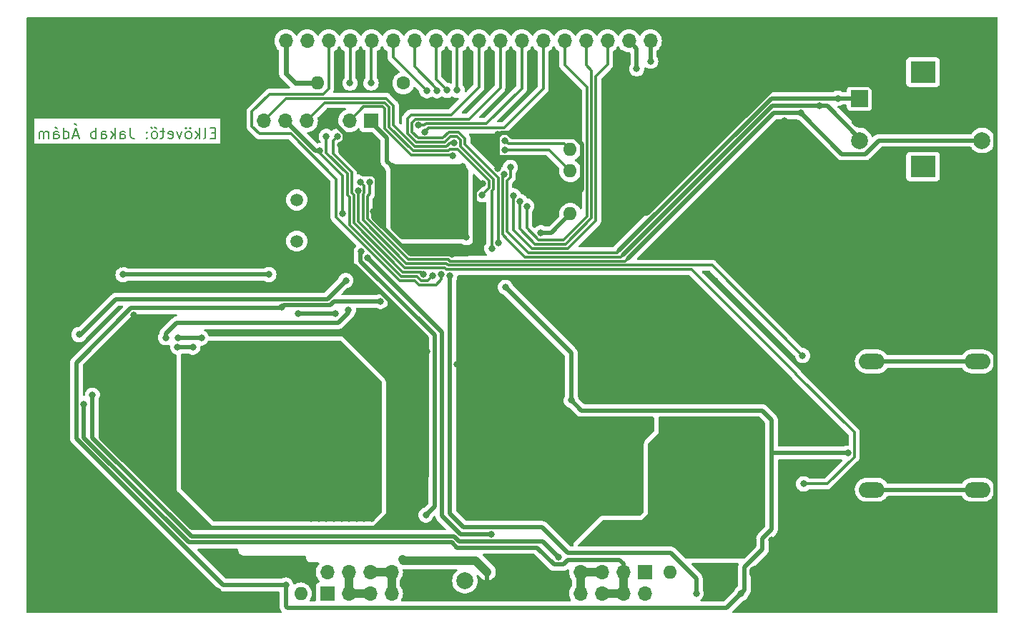
<source format=gbl>
G04 #@! TF.GenerationSoftware,KiCad,Pcbnew,7.0.6*
G04 #@! TF.CreationDate,2023-08-14T20:41:20+02:00*
G04 #@! TF.ProjectId,forrasztos,666f7272-6173-47a7-946f-732e6b696361,rev?*
G04 #@! TF.SameCoordinates,Original*
G04 #@! TF.FileFunction,Copper,L2,Bot*
G04 #@! TF.FilePolarity,Positive*
%FSLAX46Y46*%
G04 Gerber Fmt 4.6, Leading zero omitted, Abs format (unit mm)*
G04 Created by KiCad (PCBNEW 7.0.6) date 2023-08-14 20:41:20*
%MOMM*%
%LPD*%
G01*
G04 APERTURE LIST*
%ADD10C,0.200000*%
G04 #@! TA.AperFunction,NonConductor*
%ADD11C,0.200000*%
G04 #@! TD*
G04 #@! TA.AperFunction,ComponentPad*
%ADD12O,3.048000X1.850000*%
G04 #@! TD*
G04 #@! TA.AperFunction,SMDPad,CuDef*
%ADD13C,0.500000*%
G04 #@! TD*
G04 #@! TA.AperFunction,ComponentPad*
%ADD14C,2.900000*%
G04 #@! TD*
G04 #@! TA.AperFunction,ConnectorPad*
%ADD15C,5.000000*%
G04 #@! TD*
G04 #@! TA.AperFunction,ComponentPad*
%ADD16O,3.670000X3.100000*%
G04 #@! TD*
G04 #@! TA.AperFunction,ConnectorPad*
%ADD17O,5.770000X5.000000*%
G04 #@! TD*
G04 #@! TA.AperFunction,ComponentPad*
%ADD18O,3.670000X2.900000*%
G04 #@! TD*
G04 #@! TA.AperFunction,ComponentPad*
%ADD19O,1.700000X1.700000*%
G04 #@! TD*
G04 #@! TA.AperFunction,ComponentPad*
%ADD20R,1.700000X1.700000*%
G04 #@! TD*
G04 #@! TA.AperFunction,ComponentPad*
%ADD21C,1.600000*%
G04 #@! TD*
G04 #@! TA.AperFunction,ComponentPad*
%ADD22O,1.600000X1.600000*%
G04 #@! TD*
G04 #@! TA.AperFunction,ComponentPad*
%ADD23C,1.500000*%
G04 #@! TD*
G04 #@! TA.AperFunction,ComponentPad*
%ADD24C,2.000000*%
G04 #@! TD*
G04 #@! TA.AperFunction,ComponentPad*
%ADD25R,1.600000X1.600000*%
G04 #@! TD*
G04 #@! TA.AperFunction,ComponentPad*
%ADD26R,2.000000X2.000000*%
G04 #@! TD*
G04 #@! TA.AperFunction,ComponentPad*
%ADD27R,3.000000X2.500000*%
G04 #@! TD*
G04 #@! TA.AperFunction,ViaPad*
%ADD28C,0.800000*%
G04 #@! TD*
G04 #@! TA.AperFunction,Conductor*
%ADD29C,0.500000*%
G04 #@! TD*
G04 #@! TA.AperFunction,Conductor*
%ADD30C,0.300000*%
G04 #@! TD*
G04 #@! TA.AperFunction,Conductor*
%ADD31C,1.000000*%
G04 #@! TD*
G04 #@! TA.AperFunction,Conductor*
%ADD32C,0.600000*%
G04 #@! TD*
G04 APERTURE END LIST*
D10*
D11*
X115558898Y-76399552D02*
X115125564Y-76399552D01*
X114939850Y-77080504D02*
X115558898Y-77080504D01*
X115558898Y-77080504D02*
X115558898Y-75780504D01*
X115558898Y-75780504D02*
X114939850Y-75780504D01*
X114196993Y-77080504D02*
X114320803Y-77018600D01*
X114320803Y-77018600D02*
X114382708Y-76894790D01*
X114382708Y-76894790D02*
X114382708Y-75780504D01*
X113701756Y-77080504D02*
X113701756Y-75780504D01*
X113577946Y-76585266D02*
X113206518Y-77080504D01*
X113206518Y-76213838D02*
X113701756Y-76709076D01*
X112463660Y-77080504D02*
X112587470Y-77018600D01*
X112587470Y-77018600D02*
X112649375Y-76956695D01*
X112649375Y-76956695D02*
X112711279Y-76832885D01*
X112711279Y-76832885D02*
X112711279Y-76461457D01*
X112711279Y-76461457D02*
X112649375Y-76337647D01*
X112649375Y-76337647D02*
X112587470Y-76275742D01*
X112587470Y-76275742D02*
X112463660Y-76213838D01*
X112463660Y-76213838D02*
X112277946Y-76213838D01*
X112277946Y-76213838D02*
X112154137Y-76275742D01*
X112154137Y-76275742D02*
X112092232Y-76337647D01*
X112092232Y-76337647D02*
X112030327Y-76461457D01*
X112030327Y-76461457D02*
X112030327Y-76832885D01*
X112030327Y-76832885D02*
X112092232Y-76956695D01*
X112092232Y-76956695D02*
X112154137Y-77018600D01*
X112154137Y-77018600D02*
X112277946Y-77080504D01*
X112277946Y-77080504D02*
X112463660Y-77080504D01*
X112587470Y-75780504D02*
X112525565Y-75842409D01*
X112525565Y-75842409D02*
X112587470Y-75904314D01*
X112587470Y-75904314D02*
X112649375Y-75842409D01*
X112649375Y-75842409D02*
X112587470Y-75780504D01*
X112587470Y-75780504D02*
X112587470Y-75904314D01*
X112092232Y-75780504D02*
X112030327Y-75842409D01*
X112030327Y-75842409D02*
X112092232Y-75904314D01*
X112092232Y-75904314D02*
X112154137Y-75842409D01*
X112154137Y-75842409D02*
X112092232Y-75780504D01*
X112092232Y-75780504D02*
X112092232Y-75904314D01*
X111596994Y-76213838D02*
X111287470Y-77080504D01*
X111287470Y-77080504D02*
X110977947Y-76213838D01*
X109987471Y-77018600D02*
X110111280Y-77080504D01*
X110111280Y-77080504D02*
X110358899Y-77080504D01*
X110358899Y-77080504D02*
X110482709Y-77018600D01*
X110482709Y-77018600D02*
X110544613Y-76894790D01*
X110544613Y-76894790D02*
X110544613Y-76399552D01*
X110544613Y-76399552D02*
X110482709Y-76275742D01*
X110482709Y-76275742D02*
X110358899Y-76213838D01*
X110358899Y-76213838D02*
X110111280Y-76213838D01*
X110111280Y-76213838D02*
X109987471Y-76275742D01*
X109987471Y-76275742D02*
X109925566Y-76399552D01*
X109925566Y-76399552D02*
X109925566Y-76523361D01*
X109925566Y-76523361D02*
X110544613Y-76647171D01*
X109554137Y-76213838D02*
X109058899Y-76213838D01*
X109368423Y-75780504D02*
X109368423Y-76894790D01*
X109368423Y-76894790D02*
X109306518Y-77018600D01*
X109306518Y-77018600D02*
X109182708Y-77080504D01*
X109182708Y-77080504D02*
X109058899Y-77080504D01*
X108439851Y-77080504D02*
X108563661Y-77018600D01*
X108563661Y-77018600D02*
X108625566Y-76956695D01*
X108625566Y-76956695D02*
X108687470Y-76832885D01*
X108687470Y-76832885D02*
X108687470Y-76461457D01*
X108687470Y-76461457D02*
X108625566Y-76337647D01*
X108625566Y-76337647D02*
X108563661Y-76275742D01*
X108563661Y-76275742D02*
X108439851Y-76213838D01*
X108439851Y-76213838D02*
X108254137Y-76213838D01*
X108254137Y-76213838D02*
X108130328Y-76275742D01*
X108130328Y-76275742D02*
X108068423Y-76337647D01*
X108068423Y-76337647D02*
X108006518Y-76461457D01*
X108006518Y-76461457D02*
X108006518Y-76832885D01*
X108006518Y-76832885D02*
X108068423Y-76956695D01*
X108068423Y-76956695D02*
X108130328Y-77018600D01*
X108130328Y-77018600D02*
X108254137Y-77080504D01*
X108254137Y-77080504D02*
X108439851Y-77080504D01*
X108377947Y-75718600D02*
X108563661Y-75904314D01*
X107944613Y-75718600D02*
X108130328Y-75904314D01*
X107449376Y-76956695D02*
X107387471Y-77018600D01*
X107387471Y-77018600D02*
X107449376Y-77080504D01*
X107449376Y-77080504D02*
X107511280Y-77018600D01*
X107511280Y-77018600D02*
X107449376Y-76956695D01*
X107449376Y-76956695D02*
X107449376Y-77080504D01*
X107449376Y-76275742D02*
X107387471Y-76337647D01*
X107387471Y-76337647D02*
X107449376Y-76399552D01*
X107449376Y-76399552D02*
X107511280Y-76337647D01*
X107511280Y-76337647D02*
X107449376Y-76275742D01*
X107449376Y-76275742D02*
X107449376Y-76399552D01*
X105468423Y-75780504D02*
X105468423Y-76709076D01*
X105468423Y-76709076D02*
X105530328Y-76894790D01*
X105530328Y-76894790D02*
X105654137Y-77018600D01*
X105654137Y-77018600D02*
X105839852Y-77080504D01*
X105839852Y-77080504D02*
X105963661Y-77080504D01*
X104292233Y-77080504D02*
X104292233Y-76399552D01*
X104292233Y-76399552D02*
X104354138Y-76275742D01*
X104354138Y-76275742D02*
X104477947Y-76213838D01*
X104477947Y-76213838D02*
X104725566Y-76213838D01*
X104725566Y-76213838D02*
X104849376Y-76275742D01*
X104292233Y-77018600D02*
X104416042Y-77080504D01*
X104416042Y-77080504D02*
X104725566Y-77080504D01*
X104725566Y-77080504D02*
X104849376Y-77018600D01*
X104849376Y-77018600D02*
X104911280Y-76894790D01*
X104911280Y-76894790D02*
X104911280Y-76770980D01*
X104911280Y-76770980D02*
X104849376Y-76647171D01*
X104849376Y-76647171D02*
X104725566Y-76585266D01*
X104725566Y-76585266D02*
X104416042Y-76585266D01*
X104416042Y-76585266D02*
X104292233Y-76523361D01*
X103673186Y-77080504D02*
X103673186Y-75780504D01*
X103549376Y-76585266D02*
X103177948Y-77080504D01*
X103177948Y-76213838D02*
X103673186Y-76709076D01*
X102063662Y-77080504D02*
X102063662Y-76399552D01*
X102063662Y-76399552D02*
X102125567Y-76275742D01*
X102125567Y-76275742D02*
X102249376Y-76213838D01*
X102249376Y-76213838D02*
X102496995Y-76213838D01*
X102496995Y-76213838D02*
X102620805Y-76275742D01*
X102063662Y-77018600D02*
X102187471Y-77080504D01*
X102187471Y-77080504D02*
X102496995Y-77080504D01*
X102496995Y-77080504D02*
X102620805Y-77018600D01*
X102620805Y-77018600D02*
X102682709Y-76894790D01*
X102682709Y-76894790D02*
X102682709Y-76770980D01*
X102682709Y-76770980D02*
X102620805Y-76647171D01*
X102620805Y-76647171D02*
X102496995Y-76585266D01*
X102496995Y-76585266D02*
X102187471Y-76585266D01*
X102187471Y-76585266D02*
X102063662Y-76523361D01*
X101444615Y-77080504D02*
X101444615Y-75780504D01*
X101444615Y-76275742D02*
X101320805Y-76213838D01*
X101320805Y-76213838D02*
X101073186Y-76213838D01*
X101073186Y-76213838D02*
X100949377Y-76275742D01*
X100949377Y-76275742D02*
X100887472Y-76337647D01*
X100887472Y-76337647D02*
X100825567Y-76461457D01*
X100825567Y-76461457D02*
X100825567Y-76832885D01*
X100825567Y-76832885D02*
X100887472Y-76956695D01*
X100887472Y-76956695D02*
X100949377Y-77018600D01*
X100949377Y-77018600D02*
X101073186Y-77080504D01*
X101073186Y-77080504D02*
X101320805Y-77080504D01*
X101320805Y-77080504D02*
X101444615Y-77018600D01*
X99339853Y-76709076D02*
X98720806Y-76709076D01*
X99463663Y-77080504D02*
X99030330Y-75780504D01*
X99030330Y-75780504D02*
X98596996Y-77080504D01*
X98906520Y-75285266D02*
X99092234Y-75470980D01*
X97606520Y-77080504D02*
X97606520Y-75780504D01*
X97606520Y-77018600D02*
X97730329Y-77080504D01*
X97730329Y-77080504D02*
X97977948Y-77080504D01*
X97977948Y-77080504D02*
X98101758Y-77018600D01*
X98101758Y-77018600D02*
X98163663Y-76956695D01*
X98163663Y-76956695D02*
X98225567Y-76832885D01*
X98225567Y-76832885D02*
X98225567Y-76461457D01*
X98225567Y-76461457D02*
X98163663Y-76337647D01*
X98163663Y-76337647D02*
X98101758Y-76275742D01*
X98101758Y-76275742D02*
X97977948Y-76213838D01*
X97977948Y-76213838D02*
X97730329Y-76213838D01*
X97730329Y-76213838D02*
X97606520Y-76275742D01*
X96430330Y-77080504D02*
X96430330Y-76399552D01*
X96430330Y-76399552D02*
X96492235Y-76275742D01*
X96492235Y-76275742D02*
X96616044Y-76213838D01*
X96616044Y-76213838D02*
X96863663Y-76213838D01*
X96863663Y-76213838D02*
X96987473Y-76275742D01*
X96430330Y-77018600D02*
X96554139Y-77080504D01*
X96554139Y-77080504D02*
X96863663Y-77080504D01*
X96863663Y-77080504D02*
X96987473Y-77018600D01*
X96987473Y-77018600D02*
X97049377Y-76894790D01*
X97049377Y-76894790D02*
X97049377Y-76770980D01*
X97049377Y-76770980D02*
X96987473Y-76647171D01*
X96987473Y-76647171D02*
X96863663Y-76585266D01*
X96863663Y-76585266D02*
X96554139Y-76585266D01*
X96554139Y-76585266D02*
X96430330Y-76523361D01*
X96616044Y-75718600D02*
X96801758Y-75904314D01*
X95811283Y-77080504D02*
X95811283Y-76213838D01*
X95811283Y-76337647D02*
X95749378Y-76275742D01*
X95749378Y-76275742D02*
X95625568Y-76213838D01*
X95625568Y-76213838D02*
X95439854Y-76213838D01*
X95439854Y-76213838D02*
X95316045Y-76275742D01*
X95316045Y-76275742D02*
X95254140Y-76399552D01*
X95254140Y-76399552D02*
X95254140Y-77080504D01*
X95254140Y-76399552D02*
X95192235Y-76275742D01*
X95192235Y-76275742D02*
X95068426Y-76213838D01*
X95068426Y-76213838D02*
X94882711Y-76213838D01*
X94882711Y-76213838D02*
X94758902Y-76275742D01*
X94758902Y-76275742D02*
X94696997Y-76399552D01*
X94696997Y-76399552D02*
X94696997Y-77080504D01*
G04 #@! TA.AperFunction,EtchedComponent*
G36*
X148000000Y-129450000D02*
G01*
X147500000Y-129450000D01*
X147500000Y-128450000D01*
X148000000Y-128450000D01*
X148000000Y-129450000D01*
G37*
G04 #@! TD.AperFunction*
D12*
X193300000Y-118700000D03*
X205800000Y-118700000D03*
X193300000Y-123700000D03*
X205800000Y-123700000D03*
D13*
X147750000Y-129450000D03*
X147750000Y-128450000D03*
D14*
X111200000Y-130300000D03*
D15*
X111200000Y-130300000D03*
D16*
X184000000Y-130400000D03*
D17*
X184000000Y-130400000D03*
D18*
X184000000Y-65500000D03*
D17*
X184000000Y-65500000D03*
D19*
X131340000Y-131010000D03*
X133880000Y-131010000D03*
X131340000Y-128470000D03*
X136420000Y-131010000D03*
X133880000Y-128470000D03*
X136420000Y-128470000D03*
D20*
X128800000Y-131010000D03*
D19*
X128800000Y-128470000D03*
X163860000Y-128460000D03*
X163860000Y-131000000D03*
X161320000Y-131000000D03*
X161320000Y-128460000D03*
X158780000Y-128460000D03*
X158780000Y-131000000D03*
D20*
X166400000Y-128460000D03*
D19*
X166400000Y-131000000D03*
D20*
X169615000Y-65500000D03*
D19*
X167075000Y-65500000D03*
X164535000Y-65500000D03*
X161995000Y-65500000D03*
X159455000Y-65500000D03*
X156915000Y-65500000D03*
X154375000Y-65500000D03*
X151835000Y-65500000D03*
X149295000Y-65500000D03*
X146755000Y-65500000D03*
X144215000Y-65500000D03*
X141675000Y-65500000D03*
X139135000Y-65500000D03*
X136595000Y-65500000D03*
X134055000Y-65500000D03*
X131515000Y-65500000D03*
X128975000Y-65500000D03*
X126435000Y-65500000D03*
X123895000Y-65500000D03*
X121355000Y-65500000D03*
D20*
X133981000Y-74958500D03*
D19*
X131441000Y-74958500D03*
X128901000Y-74958500D03*
X126361000Y-74958500D03*
X123821000Y-74958500D03*
X121281000Y-74958500D03*
D21*
X179560000Y-128460000D03*
D22*
X169400000Y-128460000D03*
D21*
X137830000Y-70500000D03*
D22*
X127670000Y-70500000D03*
D12*
X193300000Y-103500000D03*
X205800000Y-103500000D03*
X193300000Y-108500000D03*
X205800000Y-108500000D03*
D14*
X96000000Y-65500000D03*
D15*
X96000000Y-65500000D03*
D23*
X125200000Y-84350000D03*
X125200000Y-89230000D03*
D24*
X145100000Y-129500000D03*
X150100000Y-129500000D03*
D14*
X112200000Y-65500000D03*
D15*
X112200000Y-65500000D03*
D25*
X165200000Y-86000000D03*
D22*
X165200000Y-83460000D03*
X165200000Y-80920000D03*
X165200000Y-78380000D03*
X157580000Y-78380000D03*
X157580000Y-80920000D03*
X157580000Y-83460000D03*
X157580000Y-86000000D03*
D21*
X115520000Y-131000000D03*
D22*
X125680000Y-131000000D03*
D14*
X96000000Y-130500000D03*
D15*
X96000000Y-130500000D03*
D26*
X191850000Y-72300000D03*
D24*
X191850000Y-77300000D03*
X191850000Y-74800000D03*
D27*
X199350000Y-69200000D03*
X199350000Y-80400000D03*
D24*
X206350000Y-72300000D03*
X206350000Y-77300000D03*
D28*
X137450000Y-122850000D03*
X159300000Y-120850000D03*
X188650000Y-101250000D03*
X182950000Y-74950000D03*
X174700000Y-93900000D03*
X181950000Y-104450000D03*
X187350000Y-106450000D03*
X159800000Y-89550000D03*
X148950000Y-76549500D03*
X131850000Y-95150000D03*
X109784500Y-104400000D03*
X105400000Y-103250000D03*
X96841963Y-99481698D03*
X99200000Y-94350000D03*
X104450000Y-91950000D03*
X106100000Y-90050000D03*
X150750000Y-107600000D03*
X160500000Y-107800000D03*
X160300000Y-110500000D03*
X158650000Y-110400000D03*
X168850000Y-96950000D03*
X172150000Y-104500000D03*
X165600000Y-105900000D03*
X167500000Y-104600000D03*
X158150000Y-95350000D03*
X153900000Y-95950000D03*
X144200000Y-103850000D03*
X150350000Y-97100000D03*
X165150000Y-94800000D03*
X168400000Y-94200000D03*
X162450000Y-72200000D03*
X168000000Y-71000000D03*
X180050000Y-70650000D03*
X170300000Y-74950000D03*
X192394226Y-65793532D03*
X197400000Y-89550000D03*
X206050000Y-97150000D03*
X205000000Y-113250000D03*
X204850000Y-121300000D03*
X185950000Y-112050000D03*
X188050000Y-122000000D03*
X176550000Y-128750000D03*
X151250000Y-127050000D03*
X103300000Y-109450000D03*
X118500000Y-127800000D03*
X109500000Y-109300000D03*
X116100000Y-88450000D03*
X119650000Y-94550000D03*
X116650000Y-94850000D03*
X127550000Y-82700000D03*
X130000000Y-91350000D03*
X121600000Y-85350000D03*
X121500000Y-87600000D03*
X121550000Y-82950000D03*
X127000000Y-86800000D03*
X121950000Y-79450000D03*
X122250000Y-69400000D03*
X132700000Y-69900000D03*
X130150000Y-68550000D03*
X135600000Y-68350000D03*
X135450000Y-71150000D03*
X142900000Y-69600000D03*
X145600000Y-69750000D03*
X148100000Y-69600000D03*
X150300000Y-71200000D03*
X152950000Y-70300000D03*
X156550000Y-74150000D03*
X137700000Y-126950000D03*
X168900000Y-106800000D03*
X103325000Y-106805000D03*
X171300000Y-106800000D03*
X147200000Y-82400000D03*
X181400000Y-124700000D03*
X134300000Y-85737000D03*
X148987083Y-80612917D03*
X130400000Y-77800000D03*
X105925000Y-98005000D03*
X143600000Y-90800000D03*
X127537501Y-92162499D03*
X140600000Y-102300000D03*
X167100000Y-67900000D03*
X165450000Y-68800000D03*
X136521000Y-80419500D03*
X145300000Y-88800000D03*
X123900000Y-130000000D03*
X149900000Y-94700000D03*
X144800000Y-80419500D03*
X177800000Y-131000000D03*
X154100000Y-88250000D03*
X123400000Y-97100000D03*
X157700000Y-108100000D03*
X190440000Y-114360000D03*
X135100000Y-96400000D03*
X121900000Y-93200000D03*
X104625000Y-93205000D03*
X189250000Y-72300000D03*
X150487083Y-80500000D03*
X149737083Y-81320023D03*
X187050000Y-73200000D03*
X127900000Y-78514000D03*
X130614683Y-86000000D03*
X132300000Y-113300000D03*
X127300000Y-117700000D03*
X128200000Y-121300001D03*
X129999999Y-114099999D03*
X127300000Y-115000000D03*
X130900001Y-114099999D03*
X133600000Y-114099999D03*
X134500000Y-114099999D03*
X127300000Y-118600000D03*
X128699999Y-113300000D03*
X129600000Y-113299999D03*
X131400000Y-113300000D03*
X134100000Y-113300000D03*
X132300000Y-122100001D03*
X127800000Y-113300000D03*
X133200000Y-113300000D03*
X131800000Y-121300001D03*
X126400000Y-119500000D03*
X132700000Y-121300001D03*
X130900000Y-121300000D03*
X127300000Y-121300001D03*
X127300000Y-120400000D03*
X133600000Y-121300001D03*
X129599999Y-122100001D03*
X131400000Y-122100001D03*
X126400000Y-120400000D03*
X129099999Y-121300001D03*
X128200000Y-114099999D03*
X127300000Y-116800000D03*
X130500001Y-122100001D03*
X129099999Y-114099999D03*
X127300000Y-114099999D03*
X127800000Y-122100001D03*
X128699999Y-122100001D03*
X126400000Y-115000000D03*
X133200000Y-122100001D03*
X134500000Y-121300001D03*
X126900000Y-122100001D03*
X127300000Y-119500000D03*
X126400000Y-115900000D03*
X130000000Y-121300000D03*
X126400000Y-116800000D03*
X126400000Y-117700000D03*
X126900000Y-113300000D03*
X126400000Y-121300000D03*
X130500000Y-113299999D03*
X134100000Y-122100001D03*
X127300000Y-115900000D03*
X126400000Y-114100000D03*
X126400000Y-118600000D03*
X131800000Y-114099999D03*
X132700000Y-114099999D03*
X113900000Y-100700000D03*
X111175500Y-100700000D03*
X150842800Y-83858340D03*
X151605423Y-84504414D03*
X152426876Y-85083606D03*
X140343000Y-76273000D03*
X139592500Y-75500000D03*
X149057647Y-89400000D03*
X148300000Y-90100000D03*
X144200000Y-71349500D03*
X143000000Y-71349500D03*
X141800000Y-71400000D03*
X140600000Y-71400000D03*
X130000000Y-76800000D03*
X140200000Y-93150500D03*
X134000000Y-70500000D03*
X131500000Y-70500000D03*
X128691581Y-76815000D03*
X141300000Y-93300000D03*
X142320023Y-93149500D03*
X143644730Y-79067230D03*
X147149500Y-83738000D03*
X143841500Y-77567730D03*
X168700000Y-123500001D03*
X172300001Y-123500001D03*
X175500000Y-116400000D03*
X174100000Y-114700000D03*
X172800001Y-115499999D03*
X175500000Y-118200000D03*
X173200001Y-123500001D03*
X168700000Y-114700000D03*
X170100000Y-122700001D03*
X167400000Y-115499999D03*
X174600000Y-120000000D03*
X170500000Y-114700000D03*
X171000000Y-122700000D03*
X175000000Y-123500001D03*
X167800000Y-123500001D03*
X100000000Y-108585000D03*
X172800001Y-122700001D03*
X171400000Y-114699999D03*
X175500000Y-117300000D03*
X169600000Y-123500001D03*
X167400000Y-122700001D03*
X171900000Y-122700000D03*
X170999999Y-115499999D03*
X169200000Y-115499999D03*
X168300000Y-115499999D03*
X170100000Y-115499999D03*
X174600000Y-115499999D03*
X175500000Y-115500000D03*
X174600000Y-116400000D03*
X175500000Y-119100000D03*
X174600000Y-119100000D03*
X173200001Y-114700000D03*
X175500000Y-121800000D03*
X174600000Y-120900000D03*
X175500000Y-120900000D03*
X174600000Y-117300000D03*
X172300000Y-114699999D03*
X175000000Y-114700000D03*
X173700000Y-122700001D03*
X170500000Y-123500001D03*
X169200000Y-122700001D03*
X175500000Y-122700000D03*
X168300000Y-122700001D03*
X171900001Y-115499999D03*
X175500000Y-120000000D03*
X167800000Y-114700000D03*
X171399999Y-123500001D03*
X174600000Y-122700001D03*
X174600000Y-118200000D03*
X169600000Y-114700000D03*
X174600000Y-121800000D03*
X173700000Y-115499999D03*
X174100000Y-123500001D03*
X101000000Y-107500000D03*
X156200000Y-126700000D03*
X133833360Y-82234000D03*
X184850000Y-74000000D03*
X149836583Y-77300000D03*
X149836583Y-78400000D03*
X111100000Y-101800000D03*
X112900000Y-101800000D03*
X140500000Y-121700000D03*
X132838973Y-90446263D03*
X99425000Y-100305000D03*
X131000000Y-93900000D03*
X172500000Y-131000000D03*
X143303653Y-93349500D03*
X148200000Y-124000000D03*
X133596355Y-91203645D03*
X132698397Y-82206112D03*
X185100000Y-102800000D03*
X125400000Y-97800000D03*
X129800000Y-97800000D03*
X109685000Y-100685000D03*
X131300000Y-97400000D03*
X132449500Y-83238000D03*
X185200000Y-118000000D03*
D29*
X147750000Y-129450000D02*
X147750000Y-130050000D01*
X147750000Y-130050000D02*
X147900000Y-130200000D01*
X147900000Y-130200000D02*
X149400000Y-130200000D01*
X149400000Y-130200000D02*
X150100000Y-129500000D01*
D30*
X185100000Y-102800000D02*
X174400000Y-92100000D01*
X174400000Y-92100000D02*
X143132232Y-92100000D01*
X143132232Y-92100000D02*
X142932232Y-91900000D01*
X133199500Y-83548661D02*
X133199500Y-82707215D01*
X142932232Y-91900000D02*
X138181089Y-91900000D01*
X138181089Y-91900000D02*
X133050000Y-86768911D01*
X133050000Y-86768911D02*
X133050000Y-83698161D01*
X133050000Y-83698161D02*
X133199500Y-83548661D01*
X133199500Y-82707215D02*
X132698397Y-82206112D01*
X132449500Y-83238000D02*
X132449500Y-86875517D01*
X142700000Y-92400000D02*
X142900000Y-92600000D01*
X132449500Y-86875517D02*
X137973983Y-92400000D01*
X137973983Y-92400000D02*
X142700000Y-92400000D01*
X184300000Y-104950000D02*
X184300000Y-105000000D01*
X142900000Y-92600000D02*
X171950000Y-92600000D01*
X171950000Y-92600000D02*
X184300000Y-104950000D01*
X184300000Y-105000000D02*
X191200000Y-111900000D01*
X191200000Y-111900000D02*
X191200000Y-114800000D01*
X191200000Y-114800000D02*
X188000000Y-118000000D01*
X188000000Y-118000000D02*
X185200000Y-118000000D01*
D31*
X137700000Y-126950000D02*
X137850000Y-127100000D01*
X137850000Y-127100000D02*
X146400000Y-127100000D01*
X146400000Y-127100000D02*
X147750000Y-128450000D01*
D29*
X100000000Y-108585000D02*
X100000000Y-112510050D01*
X157300000Y-127000000D02*
X163400000Y-127000000D01*
X100000000Y-112510050D02*
X112439950Y-124950000D01*
X112439950Y-124950000D02*
X143570100Y-124950000D01*
X143570100Y-124950000D02*
X144170100Y-125550000D01*
X144170100Y-125550000D02*
X153650000Y-125550000D01*
X153650000Y-125550000D02*
X155650000Y-127550000D01*
X163400000Y-127000000D02*
X163860000Y-127460000D01*
X155650000Y-127550000D02*
X156750000Y-127550000D01*
X156750000Y-127550000D02*
X157300000Y-127000000D01*
X163860000Y-127460000D02*
X163860000Y-128460000D01*
X156200000Y-126700000D02*
X154350000Y-124850000D01*
X154350000Y-124850000D02*
X144460050Y-124850000D01*
X144460050Y-124850000D02*
X143860050Y-124250000D01*
X112729900Y-124250000D02*
X101000000Y-112520100D01*
X143860050Y-124250000D02*
X112729900Y-124250000D01*
X101000000Y-112520100D02*
X101000000Y-107500000D01*
X140600000Y-102300000D02*
X140600000Y-117100000D01*
X140600000Y-117100000D02*
X134450000Y-123250000D01*
X134450000Y-123250000D02*
X112719850Y-123250000D01*
X112719850Y-123250000D02*
X102000000Y-112530150D01*
X102000000Y-112530150D02*
X102000000Y-107900000D01*
X102000000Y-107900000D02*
X103095000Y-106805000D01*
X103095000Y-106805000D02*
X103325000Y-106805000D01*
X172500000Y-131000000D02*
X172500000Y-129200000D01*
X172500000Y-129200000D02*
X169500000Y-126200000D01*
X143303653Y-121503653D02*
X143303653Y-93349500D01*
X169500000Y-126200000D02*
X157300000Y-126200000D01*
X154250000Y-123150000D02*
X144950000Y-123150000D01*
X157300000Y-126200000D02*
X154250000Y-123150000D01*
X144950000Y-123150000D02*
X143303653Y-121503653D01*
X159000000Y-77750000D02*
X159000000Y-83100000D01*
X193500000Y-71200000D02*
X193000000Y-70700000D01*
X134300000Y-86463277D02*
X134300000Y-85737000D01*
X181400000Y-124700000D02*
X192300000Y-124700000D01*
X134700000Y-81700000D02*
X134700000Y-85337000D01*
X133000000Y-81300000D02*
X134300000Y-81300000D01*
X165200000Y-78380000D02*
X165200000Y-76900000D01*
X130400000Y-77800000D02*
X130400000Y-78700000D01*
X130850000Y-76447918D02*
X129360582Y-74958500D01*
X153420000Y-79300000D02*
X157580000Y-83460000D01*
X193300000Y-108500000D02*
X193300000Y-114100000D01*
X147200000Y-82400000D02*
X146300000Y-83300000D01*
X105925000Y-104205000D02*
X105925000Y-98005000D01*
X171300000Y-106800000D02*
X168900000Y-106800000D01*
X146300000Y-83300000D02*
X146300000Y-89900000D01*
X158640000Y-83460000D02*
X157580000Y-83460000D01*
X158150000Y-76900000D02*
X159000000Y-77750000D01*
X148987083Y-76812917D02*
X149400000Y-76400000D01*
X205800000Y-108500000D02*
X193300000Y-108500000D01*
X130400000Y-78700000D02*
X133000000Y-81300000D01*
X149400000Y-76400000D02*
X150200000Y-76400000D01*
X140600000Y-100697918D02*
X140600000Y-102300000D01*
X130850000Y-77350000D02*
X130850000Y-76447918D01*
X129360582Y-74958500D02*
X128901000Y-74958500D01*
X150700000Y-76900000D02*
X158150000Y-76900000D01*
X166710050Y-86000000D02*
X165200000Y-86000000D01*
X138636723Y-90800000D02*
X134300000Y-86463277D01*
X192400000Y-74800000D02*
X193500000Y-73700000D01*
X143600000Y-90800000D02*
X138636723Y-90800000D01*
X193000000Y-70700000D02*
X182010050Y-70700000D01*
X191000000Y-116400000D02*
X191000000Y-121400000D01*
X191850000Y-74800000D02*
X192400000Y-74800000D01*
X191000000Y-121400000D02*
X193300000Y-123700000D01*
X205800000Y-123700000D02*
X193300000Y-123700000D01*
X134300000Y-81300000D02*
X134700000Y-81700000D01*
X132064581Y-92162499D02*
X140600000Y-100697918D01*
X193500000Y-73700000D02*
X193500000Y-71200000D01*
X145400000Y-90800000D02*
X143600000Y-90800000D01*
X130400000Y-77800000D02*
X130850000Y-77350000D01*
X150200000Y-76400000D02*
X150700000Y-76900000D01*
X148987083Y-80612917D02*
X148987083Y-79300000D01*
X127537501Y-92162499D02*
X132064581Y-92162499D01*
X148987083Y-79300000D02*
X153420000Y-79300000D01*
X103325000Y-106805000D02*
X105925000Y-104205000D01*
X165200000Y-86000000D02*
X165200000Y-78380000D01*
X165200000Y-76900000D02*
X169615000Y-72485000D01*
X159000000Y-83100000D02*
X158640000Y-83460000D01*
X192300000Y-124700000D02*
X193300000Y-123700000D01*
X182010050Y-70700000D02*
X166710050Y-86000000D01*
X134700000Y-85337000D02*
X134300000Y-85737000D01*
X193300000Y-114100000D02*
X191000000Y-116400000D01*
X169615000Y-72485000D02*
X169615000Y-65500000D01*
X146300000Y-89900000D02*
X145400000Y-90800000D01*
X148987083Y-79300000D02*
X148987083Y-76812917D01*
X167075000Y-67875000D02*
X167100000Y-67900000D01*
X167075000Y-65500000D02*
X167075000Y-67875000D01*
X165450000Y-68800000D02*
X165450000Y-66415000D01*
X165450000Y-66415000D02*
X164535000Y-65500000D01*
X180350000Y-124450000D02*
X180350000Y-125750000D01*
X133981000Y-75099921D02*
X135886000Y-77004921D01*
X155330000Y-88250000D02*
X157580000Y-86000000D01*
X116500000Y-130000000D02*
X123900000Y-130000000D01*
X178200000Y-130600000D02*
X177800000Y-131000000D01*
X181400000Y-114600000D02*
X181400000Y-123400000D01*
X177800000Y-131000000D02*
X176100000Y-132700000D01*
X135100000Y-96400000D02*
X129600000Y-96400000D01*
X135886000Y-77004921D02*
X135886000Y-79784500D01*
X99100000Y-103627918D02*
X99100000Y-112600000D01*
X123700000Y-96800000D02*
X123400000Y-97100000D01*
X144800000Y-80419500D02*
X136521000Y-80419500D01*
X157700000Y-102500000D02*
X157700000Y-108100000D01*
X123345000Y-97155000D02*
X105572918Y-97155000D01*
X181400000Y-123400000D02*
X180350000Y-124450000D01*
X145300000Y-88800000D02*
X137626673Y-88800000D01*
X129600000Y-96400000D02*
X129200000Y-96800000D01*
X144800000Y-80419500D02*
X145300000Y-80919500D01*
X145300000Y-80919500D02*
X145300000Y-88800000D01*
X178200000Y-127900000D02*
X178200000Y-130600000D01*
X135886000Y-79784500D02*
X136521000Y-80419500D01*
X154100000Y-88250000D02*
X155330000Y-88250000D01*
X176100000Y-132700000D02*
X124100000Y-132700000D01*
X123900000Y-132500000D02*
X123900000Y-130000000D01*
X157700000Y-108100000D02*
X158900000Y-109300000D01*
X99100000Y-112600000D02*
X116500000Y-130000000D01*
X158900000Y-109300000D02*
X180300000Y-109300000D01*
X129200000Y-96800000D02*
X123700000Y-96800000D01*
X190440000Y-114360000D02*
X181400000Y-114360000D01*
X180350000Y-125750000D02*
X178200000Y-127900000D01*
X137626673Y-88800000D02*
X136521000Y-87694327D01*
X149900000Y-94700000D02*
X157700000Y-102500000D01*
X123400000Y-97100000D02*
X123345000Y-97155000D01*
X124100000Y-132700000D02*
X123900000Y-132500000D01*
X181400000Y-110400000D02*
X181400000Y-114600000D01*
X133981000Y-74958500D02*
X133981000Y-75099921D01*
X105572918Y-97155000D02*
X99100000Y-103627918D01*
X136521000Y-87694327D02*
X136521000Y-80419500D01*
X180300000Y-109300000D02*
X181400000Y-110400000D01*
X121895000Y-93205000D02*
X104625000Y-93205000D01*
X121900000Y-93200000D02*
X121895000Y-93205000D01*
D30*
X152600000Y-90600000D02*
X150057647Y-88057647D01*
D29*
X181400000Y-72300000D02*
X189250000Y-72300000D01*
D30*
X150487083Y-81630684D02*
X150487083Y-80500000D01*
X150057647Y-88057647D02*
X150057647Y-82060120D01*
D29*
X189250000Y-72300000D02*
X191850000Y-72300000D01*
D30*
X150057647Y-82060120D02*
X150487083Y-81630684D01*
X163300000Y-90400000D02*
X163100000Y-90600000D01*
D29*
X163300000Y-90400000D02*
X181400000Y-72300000D01*
D30*
X163100000Y-90600000D02*
X152600000Y-90600000D01*
X163844975Y-90844975D02*
X163589950Y-91100000D01*
D29*
X181539950Y-73150000D02*
X187000000Y-73150000D01*
X191850000Y-77050000D02*
X191850000Y-77300000D01*
D30*
X150129177Y-89010869D02*
X149557647Y-88439339D01*
X163589950Y-91100000D02*
X152200000Y-91100000D01*
D29*
X187000000Y-73150000D02*
X187050000Y-73200000D01*
D30*
X149557647Y-88439339D02*
X149557647Y-81499459D01*
D29*
X188000000Y-73200000D02*
X191850000Y-77050000D01*
D30*
X152200000Y-91100000D02*
X150129177Y-89029177D01*
X150129177Y-89029177D02*
X150129177Y-89010869D01*
D29*
X163844975Y-90844975D02*
X181539950Y-73150000D01*
X187050000Y-73200000D02*
X188000000Y-73200000D01*
D30*
X149557647Y-81499459D02*
X149737083Y-81320023D01*
D29*
X127376500Y-78514000D02*
X123821000Y-74958500D01*
D30*
X130614683Y-81514683D02*
X127900000Y-78800000D01*
X130614683Y-86000000D02*
X130614683Y-81514683D01*
D29*
X127900000Y-78514000D02*
X127376500Y-78514000D01*
D30*
X127900000Y-78800000D02*
X127900000Y-78514000D01*
D31*
X131340000Y-131010000D02*
X131340000Y-128470000D01*
X131340000Y-131010000D02*
X133880000Y-131010000D01*
D29*
X111175500Y-100700000D02*
X113900000Y-100700000D01*
D31*
X136420000Y-128470000D02*
X136420000Y-131010000D01*
X133880000Y-128470000D02*
X136420000Y-128470000D01*
D30*
X160600000Y-86800000D02*
X160600000Y-69700000D01*
X153014212Y-90100000D02*
X157300000Y-90100000D01*
X161995000Y-68305000D02*
X161995000Y-65500000D01*
X160600000Y-69700000D02*
X161995000Y-68305000D01*
X150842800Y-87928588D02*
X153014212Y-90100000D01*
X157300000Y-90100000D02*
X160600000Y-86800000D01*
X150842800Y-83858340D02*
X150842800Y-87928588D01*
X151605423Y-84504414D02*
X151605423Y-87784105D01*
X160100000Y-86507106D02*
X160100000Y-69000000D01*
X157007106Y-89600000D02*
X160100000Y-86507106D01*
X151605423Y-87784105D02*
X153421318Y-89600000D01*
X160100000Y-69000000D02*
X159455000Y-68355000D01*
X153421318Y-89600000D02*
X157007106Y-89600000D01*
X159455000Y-68355000D02*
X159455000Y-65500000D01*
X152426876Y-85083606D02*
X152426876Y-87698452D01*
X159600000Y-71000000D02*
X156915000Y-68315000D01*
X156915000Y-68315000D02*
X156915000Y-65500000D01*
X152426876Y-87698452D02*
X153828424Y-89100000D01*
X153828424Y-89100000D02*
X156800000Y-89100000D01*
X159600000Y-86300000D02*
X159600000Y-71000000D01*
X156800000Y-89100000D02*
X159600000Y-86300000D01*
X140816000Y-75800000D02*
X149750000Y-75800000D01*
X149750000Y-75800000D02*
X154375000Y-71175000D01*
X154375000Y-71175000D02*
X154375000Y-65500000D01*
X140343000Y-76273000D02*
X140816000Y-75800000D01*
X147650000Y-75300000D02*
X151835000Y-71115000D01*
X140300000Y-75500000D02*
X140500000Y-75300000D01*
X151835000Y-71115000D02*
X151835000Y-65500000D01*
X140500000Y-75300000D02*
X147650000Y-75300000D01*
X139592500Y-75500000D02*
X140300000Y-75500000D01*
X149295000Y-71055000D02*
X149295000Y-65500000D01*
X139281839Y-74750000D02*
X145600000Y-74750000D01*
X145091500Y-77777288D02*
X145091500Y-77049963D01*
X143229979Y-76300000D02*
X142507480Y-77022500D01*
X149057647Y-89400000D02*
X149057647Y-81743435D01*
X144341537Y-76300000D02*
X143229979Y-76300000D01*
X139580531Y-77022500D02*
X138842045Y-76284014D01*
X145091500Y-77049963D02*
X144341537Y-76300000D01*
X149057647Y-81743435D02*
X145091500Y-77777288D01*
X142507480Y-77022500D02*
X139580531Y-77022500D01*
X138842045Y-75189794D02*
X139281839Y-74750000D01*
X138842045Y-76284014D02*
X138842045Y-75189794D01*
X145600000Y-74750000D02*
X149295000Y-71055000D01*
X143500000Y-74250000D02*
X146755000Y-70995000D01*
X148500000Y-83094607D02*
X148500000Y-81892893D01*
X138303000Y-76452075D02*
X138303000Y-74697000D01*
X138750000Y-74250000D02*
X143500000Y-74250000D01*
X138303000Y-74697000D02*
X138750000Y-74250000D01*
X148300000Y-83294607D02*
X148500000Y-83094607D01*
X139373425Y-77522500D02*
X138303000Y-76452075D01*
X148500000Y-81892893D02*
X144591500Y-77984394D01*
X144591500Y-77984394D02*
X144591500Y-77257069D01*
X144591500Y-77257069D02*
X144134431Y-76800000D01*
X148300000Y-90100000D02*
X148300000Y-83294607D01*
X143437086Y-76800000D02*
X142714586Y-77522500D01*
X144134431Y-76800000D02*
X143437086Y-76800000D01*
X142714586Y-77522500D02*
X139373425Y-77522500D01*
X146755000Y-70995000D02*
X146755000Y-65500000D01*
X144200000Y-71349500D02*
X144200000Y-65515000D01*
X144200000Y-65515000D02*
X144215000Y-65500000D01*
X143000000Y-71349500D02*
X141675000Y-70024500D01*
X141675000Y-70024500D02*
X141675000Y-65500000D01*
X139135000Y-68535000D02*
X139135000Y-65500000D01*
X141800000Y-71400000D02*
X141800000Y-71200000D01*
X141800000Y-71200000D02*
X139135000Y-68535000D01*
X136595000Y-67395000D02*
X136595000Y-65500000D01*
X140600000Y-71400000D02*
X136595000Y-67395000D01*
X129500000Y-77300000D02*
X130000000Y-76800000D01*
X137766877Y-92900000D02*
X131949500Y-87082623D01*
X131949500Y-87082623D02*
X131949500Y-83798661D01*
X139949500Y-92900000D02*
X137766877Y-92900000D01*
X131699500Y-81060161D02*
X129500000Y-78860661D01*
X131699500Y-83548661D02*
X131699500Y-81060161D01*
X129500000Y-78860661D02*
X129500000Y-77300000D01*
X134000000Y-70500000D02*
X134000000Y-65555000D01*
X134000000Y-65555000D02*
X134055000Y-65500000D01*
X131949500Y-83798661D02*
X131699500Y-83548661D01*
X140200000Y-93150500D02*
X139949500Y-92900000D01*
X131449500Y-87289729D02*
X131449500Y-84005768D01*
X131449500Y-84005768D02*
X131199500Y-83755768D01*
X137559771Y-93400000D02*
X131449500Y-87289729D01*
X131515000Y-70485000D02*
X131515000Y-65500000D01*
X131199500Y-81267267D02*
X128691581Y-78759348D01*
X140699500Y-93900500D02*
X139889339Y-93900500D01*
X131199500Y-83755768D02*
X131199500Y-81267267D01*
X131500000Y-70500000D02*
X131515000Y-70485000D01*
X139388839Y-93400000D02*
X137559771Y-93400000D01*
X141300000Y-93300000D02*
X140699500Y-93900500D01*
X139889339Y-93900500D02*
X139388839Y-93400000D01*
X128691581Y-78759348D02*
X128691581Y-76815000D01*
X139181733Y-93900000D02*
X137352665Y-93900000D01*
X128292500Y-71807500D02*
X128975000Y-71125000D01*
X137352665Y-93900000D02*
X129864683Y-86412018D01*
X121992500Y-71807500D02*
X128292500Y-71807500D01*
X120800000Y-76500000D02*
X119900000Y-75600000D01*
X139682233Y-94400500D02*
X139181733Y-93900000D01*
X119900000Y-75600000D02*
X119900000Y-73900000D01*
X142320023Y-93149500D02*
X142320023Y-93779977D01*
X128975000Y-71125000D02*
X128975000Y-65500000D01*
X142320023Y-93779977D02*
X141699500Y-94400500D01*
X129864683Y-81864683D02*
X124500000Y-76500000D01*
X129864683Y-86412018D02*
X129864683Y-81864683D01*
X141699500Y-94400500D02*
X139682233Y-94400500D01*
X119900000Y-73900000D02*
X121992500Y-71807500D01*
X124500000Y-76500000D02*
X120800000Y-76500000D01*
D32*
X123895000Y-69345000D02*
X125050000Y-70500000D01*
X125050000Y-70500000D02*
X127670000Y-70500000D01*
X123895000Y-65500000D02*
X123895000Y-69345000D01*
D30*
X135632000Y-73561500D02*
X135378000Y-73307500D01*
X143644730Y-79067230D02*
X143600000Y-79022500D01*
X143600000Y-79022500D02*
X138752107Y-79022500D01*
X133092500Y-73307500D02*
X132700000Y-73700000D01*
X132700000Y-73700000D02*
X132699500Y-73700000D01*
X135632000Y-75902393D02*
X135632000Y-73561500D01*
X135378000Y-73307500D02*
X133092500Y-73307500D01*
X132699500Y-73700000D02*
X131441000Y-74958500D01*
X138752107Y-79022500D02*
X135632000Y-75902393D01*
X136132000Y-75695287D02*
X136132000Y-73354394D01*
X135585106Y-72807500D02*
X128492500Y-72807500D01*
X144217230Y-78317230D02*
X143334069Y-78317230D01*
X148000000Y-82100000D02*
X144217230Y-78317230D01*
X147149500Y-83738000D02*
X148000000Y-82887500D01*
X128492500Y-72807500D02*
X126361000Y-74939000D01*
X143334069Y-78317230D02*
X143128799Y-78522500D01*
X143128799Y-78522500D02*
X138959213Y-78522500D01*
X148000000Y-82887500D02*
X148000000Y-82100000D01*
X126361000Y-74939000D02*
X126361000Y-74958500D01*
X138959213Y-78522500D02*
X136132000Y-75695287D01*
X136132000Y-73354394D02*
X135585106Y-72807500D01*
X139166319Y-78022500D02*
X136632000Y-75488181D01*
X123932000Y-72307500D02*
X121281000Y-74958500D01*
X136632000Y-75488181D02*
X136632000Y-73147288D01*
X135792212Y-72307500D02*
X123932000Y-72307500D01*
X136632000Y-73147288D02*
X135792212Y-72307500D01*
X143841500Y-77567730D02*
X143376463Y-77567730D01*
X143376463Y-77567730D02*
X142921693Y-78022500D01*
X142921693Y-78022500D02*
X139166319Y-78022500D01*
D31*
X163860000Y-131000000D02*
X163860000Y-128460000D01*
X163860000Y-131000000D02*
X161320000Y-131000000D01*
X161320000Y-128460000D02*
X158780000Y-128460000D01*
X158780000Y-128460000D02*
X158780000Y-131000000D01*
D29*
X189750000Y-78900000D02*
X192500000Y-78900000D01*
D30*
X133550000Y-86561805D02*
X133550000Y-83905267D01*
D29*
X194100000Y-77300000D02*
X206350000Y-77300000D01*
X164400000Y-91300000D02*
X164400000Y-91279900D01*
D30*
X138388195Y-91400000D02*
X133550000Y-86561805D01*
X164400000Y-91300000D02*
X164379900Y-91300000D01*
X143139339Y-91400000D02*
X138388195Y-91400000D01*
X133550000Y-83905267D02*
X133833360Y-83621907D01*
D29*
X184850000Y-74000000D02*
X189750000Y-78900000D01*
D30*
X164379900Y-91300000D02*
X164079900Y-91600000D01*
D29*
X192500000Y-78900000D02*
X194100000Y-77300000D01*
D30*
X143339339Y-91600000D02*
X143139339Y-91400000D01*
X164079900Y-91600000D02*
X143339339Y-91600000D01*
X133833360Y-83621907D02*
X133833360Y-82234000D01*
D29*
X164400000Y-91279900D02*
X181679900Y-74000000D01*
X181679900Y-74000000D02*
X184850000Y-74000000D01*
D30*
X150236583Y-77700000D02*
X156900000Y-77700000D01*
X149836583Y-77300000D02*
X150236583Y-77700000D01*
X156900000Y-77700000D02*
X157580000Y-78380000D01*
X155060000Y-78400000D02*
X157580000Y-80920000D01*
X149836583Y-78400000D02*
X155060000Y-78400000D01*
D29*
X112900000Y-101800000D02*
X111100000Y-101800000D01*
X132746355Y-90538881D02*
X132838973Y-90446263D01*
X141500000Y-100400000D02*
X132746355Y-91646355D01*
X141500000Y-120700000D02*
X141500000Y-100400000D01*
X132746355Y-91646355D02*
X132746355Y-90538881D01*
X140500000Y-121700000D02*
X141500000Y-120700000D01*
X96000000Y-65500000D02*
X93800000Y-67700000D01*
X181600000Y-63300000D02*
X98200000Y-63300000D01*
X111900000Y-131000000D02*
X111200000Y-130300000D01*
X98200000Y-132700000D02*
X108800000Y-132700000D01*
X184000000Y-65500000D02*
X181800000Y-63300000D01*
X93800000Y-128300000D02*
X96000000Y-130500000D01*
X96000000Y-130500000D02*
X98200000Y-132700000D01*
X186200000Y-63300000D02*
X184000000Y-65500000D01*
X184000000Y-130400000D02*
X186300000Y-132700000D01*
X207950000Y-63950000D02*
X207300000Y-63300000D01*
X184000000Y-130400000D02*
X182060000Y-128460000D01*
X182060000Y-128460000D02*
X179560000Y-128460000D01*
X186200000Y-63300000D02*
X181600000Y-63300000D01*
X115520000Y-131000000D02*
X111900000Y-131000000D01*
X98200000Y-63300000D02*
X96000000Y-65500000D01*
X108800000Y-132700000D02*
X111200000Y-130300000D01*
X207950000Y-131950000D02*
X207950000Y-63950000D01*
X186300000Y-132700000D02*
X207200000Y-132700000D01*
X181800000Y-63300000D02*
X181600000Y-63300000D01*
X93800000Y-67700000D02*
X93800000Y-128300000D01*
X207200000Y-132700000D02*
X207950000Y-131950000D01*
X207300000Y-63300000D02*
X186200000Y-63300000D01*
X99595000Y-100305000D02*
X99425000Y-100305000D01*
X103800000Y-96100000D02*
X99595000Y-100305000D01*
X128800000Y-96100000D02*
X103800000Y-96100000D01*
X131000000Y-93900000D02*
X128800000Y-96100000D01*
X142400000Y-121800000D02*
X142400000Y-100007290D01*
X148200000Y-124000000D02*
X144600000Y-124000000D01*
X144600000Y-124000000D02*
X142400000Y-121800000D01*
X142400000Y-100007290D02*
X133596355Y-91203645D01*
X193300000Y-103500000D02*
X205800000Y-103500000D01*
X125400000Y-97800000D02*
X129800000Y-97800000D01*
X111000000Y-98900000D02*
X109685000Y-100215000D01*
X131300000Y-97700000D02*
X130100000Y-98900000D01*
X109685000Y-100215000D02*
X109685000Y-100685000D01*
X130100000Y-98900000D02*
X111000000Y-98900000D01*
X131300000Y-97400000D02*
X131300000Y-97700000D01*
X205800000Y-118700000D02*
X193300000Y-118700000D01*
G04 #@! TA.AperFunction,Conductor*
G36*
X180004809Y-110070185D02*
G01*
X180025451Y-110086819D01*
X180613182Y-110674550D01*
X180646666Y-110735871D01*
X180649500Y-110762229D01*
X180649500Y-114336358D01*
X180649395Y-114339963D01*
X180645669Y-114403934D01*
X180645669Y-114403935D01*
X180647616Y-114414977D01*
X180649500Y-114436509D01*
X180649500Y-123037769D01*
X180629815Y-123104808D01*
X180613181Y-123125450D01*
X179864358Y-123874272D01*
X179850729Y-123886051D01*
X179831468Y-123900390D01*
X179797898Y-123940397D01*
X179794253Y-123944376D01*
X179788409Y-123950222D01*
X179768059Y-123975959D01*
X179718695Y-124034789D01*
X179714729Y-124040819D01*
X179714682Y-124040788D01*
X179710630Y-124047147D01*
X179710679Y-124047177D01*
X179706889Y-124053321D01*
X179674424Y-124122941D01*
X179639960Y-124191566D01*
X179637488Y-124198357D01*
X179637432Y-124198336D01*
X179634960Y-124205450D01*
X179635015Y-124205469D01*
X179632742Y-124212327D01*
X179624975Y-124249946D01*
X179617207Y-124287565D01*
X179609000Y-124322196D01*
X179599498Y-124362286D01*
X179598661Y-124369454D01*
X179598601Y-124369447D01*
X179597835Y-124376945D01*
X179597895Y-124376951D01*
X179597265Y-124384140D01*
X179599500Y-124460916D01*
X179599500Y-125387769D01*
X179579815Y-125454808D01*
X179563180Y-125475450D01*
X178719289Y-126319343D01*
X178174951Y-126863681D01*
X178113628Y-126897166D01*
X178087270Y-126900000D01*
X171312730Y-126900000D01*
X171245691Y-126880315D01*
X171225049Y-126863681D01*
X170075729Y-125714361D01*
X170063949Y-125700730D01*
X170056482Y-125690701D01*
X170049612Y-125681472D01*
X170049610Y-125681470D01*
X170009587Y-125647886D01*
X170005612Y-125644244D01*
X170002690Y-125641322D01*
X169999780Y-125638411D01*
X169974040Y-125618059D01*
X169915209Y-125568694D01*
X169909180Y-125564729D01*
X169909212Y-125564680D01*
X169902853Y-125560628D01*
X169902822Y-125560679D01*
X169896680Y-125556891D01*
X169896678Y-125556890D01*
X169896677Y-125556889D01*
X169857474Y-125538608D01*
X169827058Y-125524424D01*
X169792894Y-125507267D01*
X169758433Y-125489960D01*
X169758431Y-125489959D01*
X169758430Y-125489959D01*
X169751645Y-125487489D01*
X169751665Y-125487433D01*
X169744549Y-125484959D01*
X169744531Y-125485015D01*
X169737671Y-125482742D01*
X169709841Y-125476996D01*
X169662434Y-125467207D01*
X169610118Y-125454808D01*
X169587719Y-125449499D01*
X169580547Y-125448661D01*
X169580553Y-125448601D01*
X169573055Y-125447835D01*
X169573050Y-125447895D01*
X169565860Y-125447265D01*
X169489083Y-125449500D01*
X158549862Y-125449500D01*
X158482823Y-125429815D01*
X158437068Y-125377011D01*
X158427124Y-125307853D01*
X158456149Y-125244297D01*
X158462181Y-125237819D01*
X161363681Y-122336319D01*
X161425004Y-122302834D01*
X161451362Y-122300000D01*
X166000000Y-122300000D01*
X166800000Y-121500000D01*
X166800000Y-113251360D01*
X166819685Y-113184322D01*
X166836314Y-113163685D01*
X168000000Y-112000000D01*
X168000000Y-110174500D01*
X168019685Y-110107461D01*
X168072489Y-110061706D01*
X168124000Y-110050500D01*
X179937770Y-110050500D01*
X180004809Y-110070185D01*
G37*
G04 #@! TD.AperFunction*
G04 #@! TA.AperFunction,Conductor*
G36*
X144815677Y-80419685D02*
G01*
X144836319Y-80436319D01*
X145263682Y-80863682D01*
X145297166Y-80925003D01*
X145300000Y-80951361D01*
X145300000Y-88676000D01*
X145280315Y-88743039D01*
X145227511Y-88788794D01*
X145176000Y-88800000D01*
X137749452Y-88800000D01*
X137682413Y-88780315D01*
X137661771Y-88763681D01*
X136536319Y-87638228D01*
X136502834Y-87576905D01*
X136500000Y-87550547D01*
X136500000Y-80524000D01*
X136519685Y-80456961D01*
X136572489Y-80411206D01*
X136624000Y-80400000D01*
X144748638Y-80400000D01*
X144815677Y-80419685D01*
G37*
G04 #@! TD.AperFunction*
G04 #@! TA.AperFunction,Conductor*
G36*
X130406260Y-101029193D02*
G01*
X130427782Y-101046716D01*
X135255880Y-105973347D01*
X135288744Y-106035004D01*
X135291318Y-106060137D01*
X135291318Y-121295951D01*
X135271633Y-121362990D01*
X135254999Y-121383632D01*
X134175451Y-122463181D01*
X134114128Y-122496666D01*
X134087770Y-122499500D01*
X115432672Y-122499500D01*
X115365633Y-122479815D01*
X115344991Y-122463181D01*
X111527637Y-118645827D01*
X111494152Y-118584504D01*
X111491318Y-118558146D01*
X111491318Y-102691194D01*
X111511002Y-102624159D01*
X111548080Y-102588808D01*
X111547472Y-102587971D01*
X111566451Y-102574182D01*
X111632257Y-102550702D01*
X111639336Y-102550500D01*
X112360663Y-102550500D01*
X112427702Y-102570185D01*
X112433548Y-102574182D01*
X112447265Y-102584148D01*
X112447270Y-102584151D01*
X112620192Y-102661142D01*
X112620197Y-102661144D01*
X112805354Y-102700500D01*
X112805355Y-102700500D01*
X112994644Y-102700500D01*
X112994646Y-102700500D01*
X113179803Y-102661144D01*
X113352730Y-102584151D01*
X113505871Y-102472888D01*
X113632533Y-102332216D01*
X113727179Y-102168284D01*
X113785674Y-101988256D01*
X113805460Y-101800000D01*
X113798887Y-101737460D01*
X113811457Y-101668731D01*
X113859189Y-101617708D01*
X113922208Y-101600500D01*
X113994644Y-101600500D01*
X113994646Y-101600500D01*
X114179803Y-101561144D01*
X114352730Y-101484151D01*
X114505871Y-101372888D01*
X114632533Y-101232216D01*
X114725317Y-101071508D01*
X114775883Y-101023293D01*
X114832704Y-101009508D01*
X130339221Y-101009508D01*
X130406260Y-101029193D01*
G37*
G04 #@! TD.AperFunction*
G04 #@! TA.AperFunction,Conductor*
G36*
X208142539Y-62720185D02*
G01*
X208188294Y-62772989D01*
X208199500Y-62824500D01*
X208199500Y-133175500D01*
X208179815Y-133242539D01*
X208127011Y-133288294D01*
X208075500Y-133299500D01*
X176861230Y-133299500D01*
X176794191Y-133279815D01*
X176748436Y-133227011D01*
X176738492Y-133157853D01*
X176767517Y-133094297D01*
X176773549Y-133087819D01*
X177425073Y-132436294D01*
X177952771Y-131908595D01*
X178014092Y-131875112D01*
X178014448Y-131875034D01*
X178079803Y-131861144D01*
X178252730Y-131784151D01*
X178405871Y-131672888D01*
X178532533Y-131532216D01*
X178627179Y-131368284D01*
X178679549Y-131207104D01*
X178714552Y-131155914D01*
X178713279Y-131154564D01*
X178718525Y-131149613D01*
X178718530Y-131149610D01*
X178752128Y-131109569D01*
X178755750Y-131105616D01*
X178761590Y-131099777D01*
X178781923Y-131074060D01*
X178831302Y-131015214D01*
X178831309Y-131015198D01*
X178835272Y-131009176D01*
X178835324Y-131009210D01*
X178839371Y-131002858D01*
X178839317Y-131002825D01*
X178843104Y-130996684D01*
X178843110Y-130996677D01*
X178875561Y-130927086D01*
X178899797Y-130878828D01*
X178910040Y-130858433D01*
X178910042Y-130858421D01*
X178912510Y-130851644D01*
X178912568Y-130851665D01*
X178915043Y-130844546D01*
X178914985Y-130844527D01*
X178917256Y-130837672D01*
X178930281Y-130774592D01*
X178932784Y-130762467D01*
X178950500Y-130687721D01*
X178950500Y-130687720D01*
X178951339Y-130680548D01*
X178951397Y-130680554D01*
X178952164Y-130673056D01*
X178952104Y-130673051D01*
X178952733Y-130665860D01*
X178951962Y-130639372D01*
X178950500Y-130589102D01*
X178950500Y-128262228D01*
X178970185Y-128195189D01*
X178986814Y-128174552D01*
X180835638Y-126325727D01*
X180849267Y-126313950D01*
X180868530Y-126299610D01*
X180868532Y-126299606D01*
X180868534Y-126299606D01*
X180888492Y-126275820D01*
X180902113Y-126259585D01*
X180905767Y-126255599D01*
X180911589Y-126249778D01*
X180931928Y-126224054D01*
X180937162Y-126217815D01*
X180981302Y-126165214D01*
X180981304Y-126165209D01*
X180985272Y-126159179D01*
X180985323Y-126159212D01*
X180989369Y-126152860D01*
X180989317Y-126152828D01*
X180993109Y-126146679D01*
X180993111Y-126146677D01*
X181025569Y-126077069D01*
X181060040Y-126008433D01*
X181060043Y-126008417D01*
X181062510Y-126001644D01*
X181062568Y-126001665D01*
X181065043Y-125994546D01*
X181064985Y-125994527D01*
X181067256Y-125987672D01*
X181070829Y-125970370D01*
X181082784Y-125912467D01*
X181100500Y-125837721D01*
X181100500Y-125837720D01*
X181101339Y-125830548D01*
X181101397Y-125830554D01*
X181102164Y-125823056D01*
X181102104Y-125823051D01*
X181102733Y-125815860D01*
X181100500Y-125739103D01*
X181100500Y-124812229D01*
X181120185Y-124745190D01*
X181136819Y-124724548D01*
X181136819Y-124724547D01*
X181885642Y-123975724D01*
X181899257Y-123963958D01*
X181918530Y-123949610D01*
X181952123Y-123909574D01*
X181955757Y-123905608D01*
X181961590Y-123899777D01*
X181981927Y-123874055D01*
X182031302Y-123815214D01*
X182031304Y-123815209D01*
X182035272Y-123809179D01*
X182035323Y-123809212D01*
X182039369Y-123802860D01*
X182039317Y-123802828D01*
X182043109Y-123796679D01*
X182043111Y-123796677D01*
X182075569Y-123727069D01*
X182110040Y-123658433D01*
X182110043Y-123658417D01*
X182112510Y-123651644D01*
X182112568Y-123651665D01*
X182115043Y-123644546D01*
X182114985Y-123644527D01*
X182117256Y-123637672D01*
X182132784Y-123562467D01*
X182150500Y-123487720D01*
X182151339Y-123480548D01*
X182151397Y-123480554D01*
X182152164Y-123473056D01*
X182152104Y-123473051D01*
X182152733Y-123465860D01*
X182150500Y-123389103D01*
X182150500Y-115234500D01*
X182170185Y-115167461D01*
X182222989Y-115121706D01*
X182274500Y-115110500D01*
X189670191Y-115110500D01*
X189737230Y-115130185D01*
X189782985Y-115182989D01*
X189792929Y-115252147D01*
X189763904Y-115315703D01*
X189757872Y-115322181D01*
X187766873Y-117313181D01*
X187705550Y-117346666D01*
X187679192Y-117349500D01*
X185876975Y-117349500D01*
X185809936Y-117329815D01*
X185804090Y-117325818D01*
X185652734Y-117215851D01*
X185652729Y-117215848D01*
X185479807Y-117138857D01*
X185479802Y-117138855D01*
X185334001Y-117107865D01*
X185294646Y-117099500D01*
X185105354Y-117099500D01*
X185072897Y-117106398D01*
X184920197Y-117138855D01*
X184920192Y-117138857D01*
X184747270Y-117215848D01*
X184747265Y-117215851D01*
X184594129Y-117327111D01*
X184467466Y-117467785D01*
X184372821Y-117631715D01*
X184372818Y-117631722D01*
X184332827Y-117754803D01*
X184314326Y-117811744D01*
X184294540Y-118000000D01*
X184314326Y-118188256D01*
X184314327Y-118188259D01*
X184372818Y-118368277D01*
X184372821Y-118368284D01*
X184467467Y-118532216D01*
X184571357Y-118647597D01*
X184594129Y-118672888D01*
X184747265Y-118784148D01*
X184747270Y-118784151D01*
X184920192Y-118861142D01*
X184920197Y-118861144D01*
X185105354Y-118900500D01*
X185105355Y-118900500D01*
X185294644Y-118900500D01*
X185294646Y-118900500D01*
X185479803Y-118861144D01*
X185652730Y-118784151D01*
X185804089Y-118674182D01*
X185869896Y-118650702D01*
X185876975Y-118650500D01*
X187914495Y-118650500D01*
X187930505Y-118652267D01*
X187930528Y-118652026D01*
X187938289Y-118652758D01*
X187938296Y-118652760D01*
X188010203Y-118650500D01*
X188040925Y-118650500D01*
X188048190Y-118649581D01*
X188054016Y-118649122D01*
X188102569Y-118647597D01*
X188122956Y-118641673D01*
X188134509Y-118639281D01*
X191271635Y-118639281D01*
X191281933Y-118881715D01*
X191281933Y-118881719D01*
X191333056Y-119118929D01*
X191333057Y-119118932D01*
X191423530Y-119344082D01*
X191550757Y-119550713D01*
X191711075Y-119732869D01*
X191711079Y-119732873D01*
X191899870Y-119885311D01*
X192111709Y-120003652D01*
X192111712Y-120003653D01*
X192340507Y-120084491D01*
X192340513Y-120084492D01*
X192579662Y-120125499D01*
X192579670Y-120125499D01*
X192579672Y-120125500D01*
X192579673Y-120125500D01*
X193959559Y-120125500D01*
X194140775Y-120110076D01*
X194140775Y-120110075D01*
X194140782Y-120110075D01*
X194375608Y-120048931D01*
X194375611Y-120048930D01*
X194596713Y-119948986D01*
X194596716Y-119948983D01*
X194596723Y-119948981D01*
X194797765Y-119813100D01*
X194972952Y-119645197D01*
X195079773Y-119500765D01*
X195135464Y-119458571D01*
X195179469Y-119450500D01*
X203919783Y-119450500D01*
X203986822Y-119470185D01*
X204025372Y-119509485D01*
X204050757Y-119550713D01*
X204050758Y-119550715D01*
X204211075Y-119732869D01*
X204211079Y-119732873D01*
X204399870Y-119885311D01*
X204611709Y-120003652D01*
X204611712Y-120003653D01*
X204840507Y-120084491D01*
X204840513Y-120084492D01*
X205079662Y-120125499D01*
X205079670Y-120125499D01*
X205079672Y-120125500D01*
X205079673Y-120125500D01*
X206459559Y-120125500D01*
X206640775Y-120110076D01*
X206640775Y-120110075D01*
X206640782Y-120110075D01*
X206875608Y-120048931D01*
X206875611Y-120048930D01*
X207096713Y-119948986D01*
X207096716Y-119948983D01*
X207096723Y-119948981D01*
X207297765Y-119813100D01*
X207472952Y-119645197D01*
X207617244Y-119450102D01*
X207726488Y-119233429D01*
X207797543Y-119001409D01*
X207828365Y-118760719D01*
X207818066Y-118518281D01*
X207818022Y-118518079D01*
X207800825Y-118438282D01*
X207766944Y-118281072D01*
X207676468Y-118055914D01*
X207549242Y-117849286D01*
X207388925Y-117667131D01*
X207388924Y-117667130D01*
X207388920Y-117667126D01*
X207200129Y-117514688D01*
X206988290Y-117396347D01*
X206759500Y-117315511D01*
X206759486Y-117315507D01*
X206520337Y-117274500D01*
X206520328Y-117274500D01*
X205140446Y-117274500D01*
X205140441Y-117274500D01*
X204959224Y-117289923D01*
X204959222Y-117289924D01*
X204724391Y-117351068D01*
X204724388Y-117351069D01*
X204503286Y-117451013D01*
X204503274Y-117451020D01*
X204302234Y-117586900D01*
X204302232Y-117586902D01*
X204127047Y-117754803D01*
X204127046Y-117754804D01*
X204020226Y-117899235D01*
X203964536Y-117941429D01*
X203920531Y-117949500D01*
X195180217Y-117949500D01*
X195113178Y-117929815D01*
X195074628Y-117890515D01*
X195049242Y-117849286D01*
X195049241Y-117849284D01*
X194888924Y-117667130D01*
X194888920Y-117667126D01*
X194700129Y-117514688D01*
X194488290Y-117396347D01*
X194259500Y-117315511D01*
X194259486Y-117315507D01*
X194020337Y-117274500D01*
X194020328Y-117274500D01*
X192640446Y-117274500D01*
X192640441Y-117274500D01*
X192459224Y-117289923D01*
X192459222Y-117289924D01*
X192224391Y-117351068D01*
X192224388Y-117351069D01*
X192003286Y-117451013D01*
X192003274Y-117451020D01*
X191802234Y-117586900D01*
X191802232Y-117586902D01*
X191627047Y-117754803D01*
X191627046Y-117754804D01*
X191482758Y-117949893D01*
X191373515Y-118166565D01*
X191373512Y-118166571D01*
X191302456Y-118398594D01*
X191271635Y-118639281D01*
X188134509Y-118639281D01*
X188141996Y-118637731D01*
X188163058Y-118635071D01*
X188208235Y-118617183D01*
X188213735Y-118615300D01*
X188260398Y-118601744D01*
X188278665Y-118590939D01*
X188296136Y-118582380D01*
X188315871Y-118574568D01*
X188355177Y-118546010D01*
X188360043Y-118542813D01*
X188401865Y-118518081D01*
X188416870Y-118503075D01*
X188431668Y-118490436D01*
X188448837Y-118477963D01*
X188479809Y-118440522D01*
X188483723Y-118436221D01*
X191599513Y-115320431D01*
X191612079Y-115310365D01*
X191611925Y-115310178D01*
X191617937Y-115305204D01*
X191617937Y-115305203D01*
X191617940Y-115305202D01*
X191667190Y-115252755D01*
X191688911Y-115231035D01*
X191693401Y-115225245D01*
X191697183Y-115220815D01*
X191730448Y-115185393D01*
X191740674Y-115166790D01*
X191751353Y-115150533D01*
X191764362Y-115133764D01*
X191783656Y-115089175D01*
X191786212Y-115083956D01*
X191809627Y-115041368D01*
X191814905Y-115020806D01*
X191821207Y-115002399D01*
X191829635Y-114982927D01*
X191837233Y-114934953D01*
X191838414Y-114929247D01*
X191850500Y-114882177D01*
X191850500Y-114860949D01*
X191852027Y-114841549D01*
X191855346Y-114820595D01*
X191850775Y-114772238D01*
X191850500Y-114766400D01*
X191850500Y-111985503D01*
X191852268Y-111969491D01*
X191852026Y-111969469D01*
X191852760Y-111961706D01*
X191850500Y-111889782D01*
X191850500Y-111859077D01*
X191850500Y-111859075D01*
X191849579Y-111851792D01*
X191849123Y-111845987D01*
X191847598Y-111797431D01*
X191841676Y-111777050D01*
X191837731Y-111757995D01*
X191835072Y-111736949D01*
X191835071Y-111736948D01*
X191835071Y-111736942D01*
X191817189Y-111691779D01*
X191815300Y-111686259D01*
X191813044Y-111678494D01*
X191801745Y-111639602D01*
X191801142Y-111638583D01*
X191790936Y-111621324D01*
X191782378Y-111603855D01*
X191774568Y-111584129D01*
X191746006Y-111544818D01*
X191742818Y-111539964D01*
X191718081Y-111498135D01*
X191703074Y-111483128D01*
X191690435Y-111468330D01*
X191677961Y-111451160D01*
X191640528Y-111420194D01*
X191636206Y-111416260D01*
X184906158Y-104686212D01*
X184878546Y-104644176D01*
X184874568Y-104634130D01*
X184874568Y-104634129D01*
X184846014Y-104594828D01*
X184842810Y-104589950D01*
X184818082Y-104548137D01*
X184818081Y-104548135D01*
X184803074Y-104533128D01*
X184790435Y-104518330D01*
X184777961Y-104501160D01*
X184740528Y-104470194D01*
X184736206Y-104466260D01*
X173232127Y-92962181D01*
X173198642Y-92900858D01*
X173203626Y-92831166D01*
X173245498Y-92775233D01*
X173310962Y-92750816D01*
X173319808Y-92750500D01*
X174079192Y-92750500D01*
X174146231Y-92770185D01*
X174166873Y-92786819D01*
X184165191Y-102785137D01*
X184198676Y-102846460D01*
X184200830Y-102859851D01*
X184214326Y-102988256D01*
X184214327Y-102988259D01*
X184272818Y-103168277D01*
X184272821Y-103168284D01*
X184367467Y-103332216D01*
X184494128Y-103472888D01*
X184494129Y-103472888D01*
X184647265Y-103584148D01*
X184647270Y-103584151D01*
X184820192Y-103661142D01*
X184820197Y-103661144D01*
X185005354Y-103700500D01*
X185005355Y-103700500D01*
X185194644Y-103700500D01*
X185194646Y-103700500D01*
X185379803Y-103661144D01*
X185552730Y-103584151D01*
X185705871Y-103472888D01*
X185736131Y-103439281D01*
X191271635Y-103439281D01*
X191281933Y-103681715D01*
X191281933Y-103681719D01*
X191333056Y-103918929D01*
X191333057Y-103918932D01*
X191423530Y-104144082D01*
X191550757Y-104350713D01*
X191711075Y-104532869D01*
X191711079Y-104532873D01*
X191899870Y-104685311D01*
X192111709Y-104803652D01*
X192111712Y-104803653D01*
X192340507Y-104884491D01*
X192340513Y-104884492D01*
X192579662Y-104925499D01*
X192579670Y-104925499D01*
X192579672Y-104925500D01*
X192579673Y-104925500D01*
X193959559Y-104925500D01*
X194140775Y-104910076D01*
X194140775Y-104910075D01*
X194140782Y-104910075D01*
X194375608Y-104848931D01*
X194375611Y-104848930D01*
X194596713Y-104748986D01*
X194596716Y-104748983D01*
X194596723Y-104748981D01*
X194797765Y-104613100D01*
X194972952Y-104445197D01*
X195079773Y-104300765D01*
X195135464Y-104258571D01*
X195179469Y-104250500D01*
X203919783Y-104250500D01*
X203986822Y-104270185D01*
X204025372Y-104309485D01*
X204050757Y-104350713D01*
X204050758Y-104350715D01*
X204211075Y-104532869D01*
X204211079Y-104532873D01*
X204399870Y-104685311D01*
X204611709Y-104803652D01*
X204611712Y-104803653D01*
X204840507Y-104884491D01*
X204840513Y-104884492D01*
X205079662Y-104925499D01*
X205079670Y-104925499D01*
X205079672Y-104925500D01*
X205079673Y-104925500D01*
X206459559Y-104925500D01*
X206640775Y-104910076D01*
X206640775Y-104910075D01*
X206640782Y-104910075D01*
X206875608Y-104848931D01*
X206875611Y-104848930D01*
X207096713Y-104748986D01*
X207096716Y-104748983D01*
X207096723Y-104748981D01*
X207297765Y-104613100D01*
X207472952Y-104445197D01*
X207617244Y-104250102D01*
X207726488Y-104033429D01*
X207797543Y-103801409D01*
X207828365Y-103560719D01*
X207828116Y-103554869D01*
X207818066Y-103318284D01*
X207818066Y-103318280D01*
X207797983Y-103225095D01*
X207766944Y-103081072D01*
X207676468Y-102855914D01*
X207549242Y-102649286D01*
X207388925Y-102467131D01*
X207388924Y-102467130D01*
X207388920Y-102467126D01*
X207200129Y-102314688D01*
X206988290Y-102196347D01*
X206759500Y-102115511D01*
X206759486Y-102115507D01*
X206520337Y-102074500D01*
X206520328Y-102074500D01*
X205140446Y-102074500D01*
X205140441Y-102074500D01*
X204959224Y-102089923D01*
X204959222Y-102089924D01*
X204724391Y-102151068D01*
X204724388Y-102151069D01*
X204503286Y-102251013D01*
X204503274Y-102251020D01*
X204302234Y-102386900D01*
X204302232Y-102386902D01*
X204127047Y-102554803D01*
X204127046Y-102554804D01*
X204020226Y-102699235D01*
X203964536Y-102741429D01*
X203920531Y-102749500D01*
X195180217Y-102749500D01*
X195113178Y-102729815D01*
X195074628Y-102690515D01*
X195049242Y-102649286D01*
X195049241Y-102649284D01*
X194891392Y-102469934D01*
X194888925Y-102467131D01*
X194888924Y-102467130D01*
X194888920Y-102467126D01*
X194700129Y-102314688D01*
X194488290Y-102196347D01*
X194259500Y-102115511D01*
X194259486Y-102115507D01*
X194020337Y-102074500D01*
X194020328Y-102074500D01*
X192640446Y-102074500D01*
X192640441Y-102074500D01*
X192459224Y-102089923D01*
X192459222Y-102089924D01*
X192224391Y-102151068D01*
X192224388Y-102151069D01*
X192003286Y-102251013D01*
X192003274Y-102251020D01*
X191802234Y-102386900D01*
X191802232Y-102386902D01*
X191627047Y-102554803D01*
X191627046Y-102554804D01*
X191482758Y-102749893D01*
X191373515Y-102966565D01*
X191373512Y-102966571D01*
X191302456Y-103198594D01*
X191271635Y-103439281D01*
X185736131Y-103439281D01*
X185832533Y-103332216D01*
X185927179Y-103168284D01*
X185985674Y-102988256D01*
X186005460Y-102800000D01*
X185985674Y-102611744D01*
X185927179Y-102431716D01*
X185832533Y-102267784D01*
X185705871Y-102127112D01*
X185689898Y-102115507D01*
X185552734Y-102015851D01*
X185552729Y-102015848D01*
X185379807Y-101938857D01*
X185379802Y-101938855D01*
X185234001Y-101907865D01*
X185194646Y-101899500D01*
X185194645Y-101899500D01*
X185170808Y-101899500D01*
X185103769Y-101879815D01*
X185083127Y-101863181D01*
X174920434Y-91700488D01*
X174910361Y-91687914D01*
X174910174Y-91688070D01*
X174905201Y-91682059D01*
X174852756Y-91632810D01*
X174831035Y-91611089D01*
X174825240Y-91606594D01*
X174820798Y-91602799D01*
X174785396Y-91569554D01*
X174785388Y-91569548D01*
X174766792Y-91559325D01*
X174750531Y-91548644D01*
X174733763Y-91535637D01*
X174710295Y-91525482D01*
X174689178Y-91516343D01*
X174683956Y-91513786D01*
X174641368Y-91490373D01*
X174641365Y-91490372D01*
X174620801Y-91485092D01*
X174602396Y-91478790D01*
X174582927Y-91470365D01*
X174582921Y-91470363D01*
X174534951Y-91462766D01*
X174529236Y-91461582D01*
X174512772Y-91457355D01*
X174482180Y-91449500D01*
X174482177Y-91449500D01*
X174460955Y-91449500D01*
X174441555Y-91447973D01*
X174420596Y-91444653D01*
X174420595Y-91444653D01*
X174396786Y-91446903D01*
X174372230Y-91449225D01*
X174366392Y-91449500D01*
X165591130Y-91449500D01*
X165524091Y-91429815D01*
X165478336Y-91377011D01*
X165468392Y-91307853D01*
X165497417Y-91244297D01*
X165503449Y-91237819D01*
X175043398Y-81697870D01*
X197349500Y-81697870D01*
X197349501Y-81697876D01*
X197355908Y-81757483D01*
X197406202Y-81892328D01*
X197406206Y-81892335D01*
X197492452Y-82007544D01*
X197492455Y-82007547D01*
X197607664Y-82093793D01*
X197607671Y-82093797D01*
X197742517Y-82144091D01*
X197742516Y-82144091D01*
X197749444Y-82144835D01*
X197802127Y-82150500D01*
X200897872Y-82150499D01*
X200957483Y-82144091D01*
X201092331Y-82093796D01*
X201207546Y-82007546D01*
X201293796Y-81892331D01*
X201344091Y-81757483D01*
X201350500Y-81697873D01*
X201350499Y-79102128D01*
X201344091Y-79042517D01*
X201340442Y-79032734D01*
X201293797Y-78907671D01*
X201293793Y-78907664D01*
X201207547Y-78792455D01*
X201207544Y-78792452D01*
X201092335Y-78706206D01*
X201092328Y-78706202D01*
X200957482Y-78655908D01*
X200957483Y-78655908D01*
X200897883Y-78649501D01*
X200897881Y-78649500D01*
X200897873Y-78649500D01*
X200897864Y-78649500D01*
X197802129Y-78649500D01*
X197802123Y-78649501D01*
X197742516Y-78655908D01*
X197607671Y-78706202D01*
X197607664Y-78706206D01*
X197492455Y-78792452D01*
X197492452Y-78792455D01*
X197406206Y-78907664D01*
X197406202Y-78907671D01*
X197355908Y-79042517D01*
X197349501Y-79102116D01*
X197349501Y-79102123D01*
X197349500Y-79102135D01*
X197349500Y-81697870D01*
X175043398Y-81697870D01*
X181954449Y-74786819D01*
X182015772Y-74753334D01*
X182042130Y-74750500D01*
X184310663Y-74750500D01*
X184377702Y-74770185D01*
X184383548Y-74774182D01*
X184397265Y-74784148D01*
X184397270Y-74784151D01*
X184570191Y-74861142D01*
X184570193Y-74861142D01*
X184570197Y-74861144D01*
X184635329Y-74874987D01*
X184696809Y-74908178D01*
X184697228Y-74908596D01*
X189174267Y-79385634D01*
X189186048Y-79399266D01*
X189200390Y-79418530D01*
X189240420Y-79452119D01*
X189244392Y-79455759D01*
X189250223Y-79461590D01*
X189275939Y-79481923D01*
X189334786Y-79531302D01*
X189334788Y-79531303D01*
X189340823Y-79535272D01*
X189340789Y-79535322D01*
X189347144Y-79539370D01*
X189347177Y-79539318D01*
X189353319Y-79543107D01*
X189353323Y-79543110D01*
X189406425Y-79567872D01*
X189422914Y-79575561D01*
X189491558Y-79610036D01*
X189491561Y-79610037D01*
X189491567Y-79610040D01*
X189491572Y-79610041D01*
X189498355Y-79612510D01*
X189498334Y-79612567D01*
X189505451Y-79615040D01*
X189505470Y-79614984D01*
X189512330Y-79617257D01*
X189584350Y-79632127D01*
X189587532Y-79632784D01*
X189662279Y-79650500D01*
X189662288Y-79650500D01*
X189669452Y-79651338D01*
X189669445Y-79651397D01*
X189676946Y-79652163D01*
X189676952Y-79652104D01*
X189684140Y-79652733D01*
X189684143Y-79652732D01*
X189684144Y-79652733D01*
X189760898Y-79650500D01*
X192436295Y-79650500D01*
X192454265Y-79651809D01*
X192478023Y-79655289D01*
X192530068Y-79650735D01*
X192535470Y-79650500D01*
X192543704Y-79650500D01*
X192543709Y-79650500D01*
X192556421Y-79649014D01*
X192576276Y-79646693D01*
X192591993Y-79645318D01*
X192652797Y-79639999D01*
X192652805Y-79639996D01*
X192659866Y-79638539D01*
X192659878Y-79638598D01*
X192667243Y-79636965D01*
X192667229Y-79636906D01*
X192674246Y-79635241D01*
X192674255Y-79635241D01*
X192746423Y-79608974D01*
X192819334Y-79584814D01*
X192819343Y-79584807D01*
X192825882Y-79581760D01*
X192825908Y-79581816D01*
X192832690Y-79578532D01*
X192832663Y-79578478D01*
X192839106Y-79575240D01*
X192839117Y-79575237D01*
X192903283Y-79533034D01*
X192968656Y-79492712D01*
X192968662Y-79492705D01*
X192974325Y-79488229D01*
X192974362Y-79488277D01*
X192980204Y-79483518D01*
X192980164Y-79483471D01*
X192985691Y-79478832D01*
X192985696Y-79478830D01*
X193038386Y-79422981D01*
X194374547Y-78086818D01*
X194435871Y-78053334D01*
X194462229Y-78050500D01*
X204980864Y-78050500D01*
X205047903Y-78070185D01*
X205084672Y-78106677D01*
X205161836Y-78224785D01*
X205330256Y-78407738D01*
X205526491Y-78560474D01*
X205526493Y-78560475D01*
X205702837Y-78655908D01*
X205745190Y-78678828D01*
X205980386Y-78759571D01*
X206225665Y-78800500D01*
X206474335Y-78800500D01*
X206719614Y-78759571D01*
X206954810Y-78678828D01*
X207173509Y-78560474D01*
X207369744Y-78407738D01*
X207538164Y-78224785D01*
X207674173Y-78016607D01*
X207774063Y-77788881D01*
X207835108Y-77547821D01*
X207835412Y-77544160D01*
X207849018Y-77379953D01*
X207855643Y-77300000D01*
X207840043Y-77111740D01*
X207835109Y-77052187D01*
X207835107Y-77052175D01*
X207774063Y-76811118D01*
X207674173Y-76583393D01*
X207538166Y-76375217D01*
X207471309Y-76302591D01*
X207369744Y-76192262D01*
X207173509Y-76039526D01*
X207173507Y-76039525D01*
X207173506Y-76039524D01*
X206954811Y-75921172D01*
X206954802Y-75921169D01*
X206719616Y-75840429D01*
X206474335Y-75799500D01*
X206225665Y-75799500D01*
X205980383Y-75840429D01*
X205745197Y-75921169D01*
X205745188Y-75921172D01*
X205526493Y-76039524D01*
X205363941Y-76166044D01*
X205330256Y-76192262D01*
X205161836Y-76375215D01*
X205088255Y-76487840D01*
X205084673Y-76493322D01*
X205031526Y-76538678D01*
X204980864Y-76549500D01*
X194163705Y-76549500D01*
X194145735Y-76548191D01*
X194121972Y-76544710D01*
X194076533Y-76548686D01*
X194069931Y-76549264D01*
X194064530Y-76549500D01*
X194056289Y-76549500D01*
X194034579Y-76552037D01*
X194023724Y-76553306D01*
X194008419Y-76554645D01*
X193947199Y-76560001D01*
X193940132Y-76561460D01*
X193940120Y-76561404D01*
X193932763Y-76563035D01*
X193932777Y-76563092D01*
X193925743Y-76564759D01*
X193853575Y-76591025D01*
X193780675Y-76615181D01*
X193774126Y-76618236D01*
X193774101Y-76618183D01*
X193767308Y-76621471D01*
X193767334Y-76621523D01*
X193760880Y-76624764D01*
X193696708Y-76666971D01*
X193631347Y-76707285D01*
X193625683Y-76711765D01*
X193625647Y-76711719D01*
X193619798Y-76716484D01*
X193619835Y-76716528D01*
X193614310Y-76721164D01*
X193614304Y-76721169D01*
X193614304Y-76721170D01*
X193583501Y-76753819D01*
X193561598Y-76777034D01*
X193479298Y-76859334D01*
X193417974Y-76892818D01*
X193348283Y-76887833D01*
X193292349Y-76845962D01*
X193276348Y-76815715D01*
X193276123Y-76815815D01*
X193274771Y-76812733D01*
X193274332Y-76811903D01*
X193274062Y-76811116D01*
X193174173Y-76583393D01*
X193038166Y-76375217D01*
X192971309Y-76302591D01*
X192869744Y-76192262D01*
X192673509Y-76039526D01*
X192673507Y-76039525D01*
X192673506Y-76039524D01*
X192454811Y-75921172D01*
X192454802Y-75921169D01*
X192219616Y-75840429D01*
X191974335Y-75799500D01*
X191725665Y-75799500D01*
X191725654Y-75799500D01*
X191723093Y-75799712D01*
X191722063Y-75799500D01*
X191720537Y-75799500D01*
X191720537Y-75799185D01*
X191654659Y-75785625D01*
X191625184Y-75763816D01*
X189272589Y-73411221D01*
X189239104Y-73349898D01*
X189244088Y-73280206D01*
X189285960Y-73224273D01*
X189338663Y-73203612D01*
X189338289Y-73201851D01*
X189344645Y-73200500D01*
X189344646Y-73200500D01*
X189529803Y-73161144D01*
X189702730Y-73084151D01*
X189704776Y-73082664D01*
X189716452Y-73074182D01*
X189782258Y-73050702D01*
X189789337Y-73050500D01*
X190225501Y-73050500D01*
X190292540Y-73070185D01*
X190338295Y-73122989D01*
X190349501Y-73174500D01*
X190349501Y-73347876D01*
X190355908Y-73407483D01*
X190406202Y-73542328D01*
X190406206Y-73542335D01*
X190492452Y-73657544D01*
X190492455Y-73657547D01*
X190607664Y-73743793D01*
X190607671Y-73743797D01*
X190742517Y-73794091D01*
X190742516Y-73794091D01*
X190749444Y-73794835D01*
X190802127Y-73800500D01*
X192897872Y-73800499D01*
X192957483Y-73794091D01*
X193092331Y-73743796D01*
X193207546Y-73657546D01*
X193293796Y-73542331D01*
X193344091Y-73407483D01*
X193350500Y-73347873D01*
X193350499Y-71252128D01*
X193344091Y-71192517D01*
X193343974Y-71192204D01*
X193293797Y-71057671D01*
X193293793Y-71057664D01*
X193207547Y-70942455D01*
X193207544Y-70942452D01*
X193092335Y-70856206D01*
X193092328Y-70856202D01*
X192957482Y-70805908D01*
X192957483Y-70805908D01*
X192897883Y-70799501D01*
X192897881Y-70799500D01*
X192897873Y-70799500D01*
X192897864Y-70799500D01*
X190802129Y-70799500D01*
X190802123Y-70799501D01*
X190742516Y-70805908D01*
X190607671Y-70856202D01*
X190607664Y-70856206D01*
X190492455Y-70942452D01*
X190492452Y-70942455D01*
X190406206Y-71057664D01*
X190406202Y-71057671D01*
X190355908Y-71192517D01*
X190349501Y-71252116D01*
X190349501Y-71252123D01*
X190349500Y-71252135D01*
X190349500Y-71425500D01*
X190329815Y-71492539D01*
X190277011Y-71538294D01*
X190225500Y-71549500D01*
X189789337Y-71549500D01*
X189722298Y-71529815D01*
X189716452Y-71525818D01*
X189702734Y-71515851D01*
X189702729Y-71515848D01*
X189529807Y-71438857D01*
X189529802Y-71438855D01*
X189384000Y-71407865D01*
X189344646Y-71399500D01*
X189155354Y-71399500D01*
X189127008Y-71405525D01*
X188970197Y-71438855D01*
X188970192Y-71438857D01*
X188797270Y-71515848D01*
X188797265Y-71515851D01*
X188783548Y-71525818D01*
X188717742Y-71549298D01*
X188710663Y-71549500D01*
X181463705Y-71549500D01*
X181445735Y-71548191D01*
X181421972Y-71544710D01*
X181376890Y-71548655D01*
X181369933Y-71549264D01*
X181364532Y-71549500D01*
X181356288Y-71549500D01*
X181323707Y-71553308D01*
X181247199Y-71560001D01*
X181240133Y-71561461D01*
X181240121Y-71561404D01*
X181232752Y-71563038D01*
X181232766Y-71563095D01*
X181225741Y-71564759D01*
X181153556Y-71591033D01*
X181080670Y-71615185D01*
X181080667Y-71615186D01*
X181080665Y-71615187D01*
X181080662Y-71615188D01*
X181074128Y-71618236D01*
X181074102Y-71618182D01*
X181067306Y-71621472D01*
X181067332Y-71621524D01*
X181060884Y-71624762D01*
X180996699Y-71666977D01*
X180931350Y-71707284D01*
X180925682Y-71711766D01*
X180925646Y-71711720D01*
X180919798Y-71716484D01*
X180919835Y-71716528D01*
X180914310Y-71721164D01*
X180914304Y-71721169D01*
X180914304Y-71721170D01*
X180909051Y-71726738D01*
X180861597Y-71777035D01*
X162738415Y-89900215D01*
X162738409Y-89900223D01*
X162736680Y-89902409D01*
X162736093Y-89902824D01*
X162736015Y-89902913D01*
X162735994Y-89902894D01*
X162679661Y-89942786D01*
X162639413Y-89949500D01*
X158669808Y-89949500D01*
X158602769Y-89929815D01*
X158557014Y-89877011D01*
X158547070Y-89807853D01*
X158576095Y-89744297D01*
X158582127Y-89737819D01*
X158914249Y-89405696D01*
X160999511Y-87320432D01*
X161012086Y-87310359D01*
X161011931Y-87310172D01*
X161017933Y-87305205D01*
X161017940Y-87305202D01*
X161067205Y-87252739D01*
X161088911Y-87231034D01*
X161093403Y-87225241D01*
X161097193Y-87220805D01*
X161130448Y-87185393D01*
X161140670Y-87166796D01*
X161151355Y-87150531D01*
X161164363Y-87133763D01*
X161183651Y-87089187D01*
X161186224Y-87083936D01*
X161186561Y-87083321D01*
X161209627Y-87041368D01*
X161214904Y-87020808D01*
X161221206Y-87002403D01*
X161229636Y-86982926D01*
X161237235Y-86934945D01*
X161238417Y-86929234D01*
X161250500Y-86882177D01*
X161250500Y-86860954D01*
X161252027Y-86841555D01*
X161254033Y-86828889D01*
X161255347Y-86820595D01*
X161250775Y-86772230D01*
X161250500Y-86766392D01*
X161250500Y-70497870D01*
X197349500Y-70497870D01*
X197349501Y-70497876D01*
X197355908Y-70557483D01*
X197406202Y-70692328D01*
X197406206Y-70692335D01*
X197492452Y-70807544D01*
X197492455Y-70807547D01*
X197607664Y-70893793D01*
X197607671Y-70893797D01*
X197742517Y-70944091D01*
X197742516Y-70944091D01*
X197749444Y-70944835D01*
X197802127Y-70950500D01*
X200897872Y-70950499D01*
X200957483Y-70944091D01*
X201092331Y-70893796D01*
X201207546Y-70807546D01*
X201293796Y-70692331D01*
X201328233Y-70600000D01*
X206000000Y-70600000D01*
X206000000Y-70900000D01*
X206050000Y-70900000D01*
X206050000Y-70600000D01*
X206000000Y-70600000D01*
X201328233Y-70600000D01*
X201344091Y-70557483D01*
X201350500Y-70497873D01*
X201350499Y-67902128D01*
X201344233Y-67843836D01*
X201344091Y-67842516D01*
X201293797Y-67707671D01*
X201293793Y-67707664D01*
X201207547Y-67592455D01*
X201207544Y-67592452D01*
X201092335Y-67506206D01*
X201092328Y-67506202D01*
X200957482Y-67455908D01*
X200957483Y-67455908D01*
X200897883Y-67449501D01*
X200897881Y-67449500D01*
X200897873Y-67449500D01*
X200897864Y-67449500D01*
X197802129Y-67449500D01*
X197802123Y-67449501D01*
X197742516Y-67455908D01*
X197607671Y-67506202D01*
X197607664Y-67506206D01*
X197492455Y-67592452D01*
X197492452Y-67592455D01*
X197406206Y-67707664D01*
X197406202Y-67707671D01*
X197355908Y-67842517D01*
X197349501Y-67902116D01*
X197349501Y-67902123D01*
X197349500Y-67902135D01*
X197349500Y-70497870D01*
X161250500Y-70497870D01*
X161250500Y-70020807D01*
X161270185Y-69953768D01*
X161286814Y-69933130D01*
X162394513Y-68825431D01*
X162407079Y-68815365D01*
X162406925Y-68815178D01*
X162412937Y-68810204D01*
X162412937Y-68810203D01*
X162412940Y-68810202D01*
X162462190Y-68757755D01*
X162483911Y-68736035D01*
X162488401Y-68730245D01*
X162492183Y-68725815D01*
X162525448Y-68690393D01*
X162535670Y-68671796D01*
X162546348Y-68655539D01*
X162559362Y-68638764D01*
X162578664Y-68594157D01*
X162581208Y-68588963D01*
X162604627Y-68546368D01*
X162609906Y-68525808D01*
X162616209Y-68507399D01*
X162620711Y-68496996D01*
X162624636Y-68487926D01*
X162632235Y-68439945D01*
X162633417Y-68434234D01*
X162645500Y-68387177D01*
X162645500Y-68365954D01*
X162647027Y-68346555D01*
X162650347Y-68325595D01*
X162645775Y-68277230D01*
X162645500Y-68271392D01*
X162645500Y-66757722D01*
X162665185Y-66690683D01*
X162698377Y-66656147D01*
X162770438Y-66605689D01*
X162866401Y-66538495D01*
X163033495Y-66371401D01*
X163163426Y-66185841D01*
X163218002Y-66142217D01*
X163287500Y-66135023D01*
X163349855Y-66166546D01*
X163366575Y-66185842D01*
X163496500Y-66371395D01*
X163496505Y-66371401D01*
X163663599Y-66538495D01*
X163759562Y-66605689D01*
X163857165Y-66674032D01*
X163857167Y-66674033D01*
X163857170Y-66674035D01*
X164071337Y-66773903D01*
X164299592Y-66835063D01*
X164487918Y-66851539D01*
X164534999Y-66855659D01*
X164535000Y-66855659D01*
X164564691Y-66853061D01*
X164633191Y-66866827D01*
X164683375Y-66915441D01*
X164699500Y-66976589D01*
X164699500Y-68265677D01*
X164682887Y-68327677D01*
X164622821Y-68431714D01*
X164564327Y-68611740D01*
X164564326Y-68611744D01*
X164544540Y-68800000D01*
X164564326Y-68988256D01*
X164564327Y-68988259D01*
X164622818Y-69168277D01*
X164622821Y-69168284D01*
X164717467Y-69332216D01*
X164844128Y-69472888D01*
X164844129Y-69472888D01*
X164997265Y-69584148D01*
X164997270Y-69584151D01*
X165170192Y-69661142D01*
X165170197Y-69661144D01*
X165355354Y-69700500D01*
X165355355Y-69700500D01*
X165544644Y-69700500D01*
X165544646Y-69700500D01*
X165729803Y-69661144D01*
X165902730Y-69584151D01*
X166055871Y-69472888D01*
X166182533Y-69332216D01*
X166277179Y-69168284D01*
X166335674Y-68988256D01*
X166355460Y-68800000D01*
X166347263Y-68722012D01*
X166359832Y-68653285D01*
X166407564Y-68602261D01*
X166475305Y-68585143D01*
X166541546Y-68607365D01*
X166543387Y-68608676D01*
X166628027Y-68670170D01*
X166647270Y-68684151D01*
X166820192Y-68761142D01*
X166820197Y-68761144D01*
X167005354Y-68800500D01*
X167005355Y-68800500D01*
X167194644Y-68800500D01*
X167194646Y-68800500D01*
X167379803Y-68761144D01*
X167552730Y-68684151D01*
X167705871Y-68572888D01*
X167832533Y-68432216D01*
X167927179Y-68268284D01*
X167985674Y-68088256D01*
X168005460Y-67900000D01*
X167985674Y-67711744D01*
X167927179Y-67531716D01*
X167927176Y-67531710D01*
X167842113Y-67384375D01*
X167825500Y-67322376D01*
X167825500Y-66687700D01*
X167845185Y-66620661D01*
X167878375Y-66586126D01*
X167946401Y-66538495D01*
X168113495Y-66371401D01*
X168249035Y-66177830D01*
X168348903Y-65963663D01*
X168410063Y-65735408D01*
X168430659Y-65500000D01*
X168410063Y-65264592D01*
X168348903Y-65036337D01*
X168249035Y-64822171D01*
X168243425Y-64814158D01*
X168113494Y-64628597D01*
X167946402Y-64461506D01*
X167946395Y-64461501D01*
X167752834Y-64325967D01*
X167752830Y-64325965D01*
X167752828Y-64325964D01*
X167538663Y-64226097D01*
X167538659Y-64226096D01*
X167538655Y-64226094D01*
X167310413Y-64164938D01*
X167310403Y-64164936D01*
X167075001Y-64144341D01*
X167074999Y-64144341D01*
X166839596Y-64164936D01*
X166839586Y-64164938D01*
X166611344Y-64226094D01*
X166611335Y-64226098D01*
X166397171Y-64325964D01*
X166397169Y-64325965D01*
X166203597Y-64461505D01*
X166036508Y-64628594D01*
X165906574Y-64814160D01*
X165851997Y-64857784D01*
X165782498Y-64864977D01*
X165720144Y-64833455D01*
X165703429Y-64814164D01*
X165573495Y-64628599D01*
X165573493Y-64628596D01*
X165406402Y-64461506D01*
X165406395Y-64461501D01*
X165212834Y-64325967D01*
X165212830Y-64325965D01*
X165212828Y-64325964D01*
X164998663Y-64226097D01*
X164998659Y-64226096D01*
X164998655Y-64226094D01*
X164770413Y-64164938D01*
X164770403Y-64164936D01*
X164535001Y-64144341D01*
X164534999Y-64144341D01*
X164299596Y-64164936D01*
X164299586Y-64164938D01*
X164071344Y-64226094D01*
X164071335Y-64226098D01*
X163857171Y-64325964D01*
X163857169Y-64325965D01*
X163663597Y-64461505D01*
X163496505Y-64628597D01*
X163366575Y-64814158D01*
X163311998Y-64857783D01*
X163242500Y-64864977D01*
X163180145Y-64833454D01*
X163163425Y-64814158D01*
X163033494Y-64628597D01*
X162866402Y-64461506D01*
X162866395Y-64461501D01*
X162672834Y-64325967D01*
X162672830Y-64325965D01*
X162672828Y-64325964D01*
X162458663Y-64226097D01*
X162458659Y-64226096D01*
X162458655Y-64226094D01*
X162230413Y-64164938D01*
X162230403Y-64164936D01*
X161995001Y-64144341D01*
X161994999Y-64144341D01*
X161759596Y-64164936D01*
X161759586Y-64164938D01*
X161531344Y-64226094D01*
X161531335Y-64226098D01*
X161317171Y-64325964D01*
X161317169Y-64325965D01*
X161123597Y-64461505D01*
X160956505Y-64628597D01*
X160826575Y-64814158D01*
X160771998Y-64857783D01*
X160702500Y-64864977D01*
X160640145Y-64833454D01*
X160623425Y-64814158D01*
X160493494Y-64628597D01*
X160326402Y-64461506D01*
X160326395Y-64461501D01*
X160132834Y-64325967D01*
X160132830Y-64325965D01*
X160132828Y-64325964D01*
X159918663Y-64226097D01*
X159918659Y-64226096D01*
X159918655Y-64226094D01*
X159690413Y-64164938D01*
X159690403Y-64164936D01*
X159455001Y-64144341D01*
X159454999Y-64144341D01*
X159219596Y-64164936D01*
X159219586Y-64164938D01*
X158991344Y-64226094D01*
X158991335Y-64226098D01*
X158777171Y-64325964D01*
X158777169Y-64325965D01*
X158583597Y-64461505D01*
X158416505Y-64628597D01*
X158286575Y-64814158D01*
X158231998Y-64857783D01*
X158162500Y-64864977D01*
X158100145Y-64833454D01*
X158083425Y-64814158D01*
X157953494Y-64628597D01*
X157786402Y-64461506D01*
X157786395Y-64461501D01*
X157592834Y-64325967D01*
X157592830Y-64325965D01*
X157592828Y-64325964D01*
X157378663Y-64226097D01*
X157378659Y-64226096D01*
X157378655Y-64226094D01*
X157150413Y-64164938D01*
X157150403Y-64164936D01*
X156915001Y-64144341D01*
X156914999Y-64144341D01*
X156679596Y-64164936D01*
X156679586Y-64164938D01*
X156451344Y-64226094D01*
X156451335Y-64226098D01*
X156237171Y-64325964D01*
X156237169Y-64325965D01*
X156043597Y-64461505D01*
X155876508Y-64628594D01*
X155746574Y-64814160D01*
X155691997Y-64857784D01*
X155622498Y-64864977D01*
X155560144Y-64833455D01*
X155543429Y-64814164D01*
X155413495Y-64628599D01*
X155413493Y-64628596D01*
X155246402Y-64461506D01*
X155246395Y-64461501D01*
X155052834Y-64325967D01*
X155052830Y-64325965D01*
X155052828Y-64325964D01*
X154838663Y-64226097D01*
X154838659Y-64226096D01*
X154838655Y-64226094D01*
X154610413Y-64164938D01*
X154610403Y-64164936D01*
X154375001Y-64144341D01*
X154374999Y-64144341D01*
X154139596Y-64164936D01*
X154139586Y-64164938D01*
X153911344Y-64226094D01*
X153911335Y-64226098D01*
X153697171Y-64325964D01*
X153697169Y-64325965D01*
X153503597Y-64461505D01*
X153336505Y-64628597D01*
X153206575Y-64814158D01*
X153151998Y-64857783D01*
X153082500Y-64864977D01*
X153020145Y-64833454D01*
X153003425Y-64814158D01*
X152873494Y-64628597D01*
X152706402Y-64461506D01*
X152706395Y-64461501D01*
X152512834Y-64325967D01*
X152512830Y-64325965D01*
X152512828Y-64325964D01*
X152298663Y-64226097D01*
X152298659Y-64226096D01*
X152298655Y-64226094D01*
X152070413Y-64164938D01*
X152070403Y-64164936D01*
X151835001Y-64144341D01*
X151834999Y-64144341D01*
X151599596Y-64164936D01*
X151599586Y-64164938D01*
X151371344Y-64226094D01*
X151371335Y-64226098D01*
X151157171Y-64325964D01*
X151157169Y-64325965D01*
X150963597Y-64461505D01*
X150796505Y-64628597D01*
X150666575Y-64814158D01*
X150611998Y-64857783D01*
X150542500Y-64864977D01*
X150480145Y-64833454D01*
X150463425Y-64814158D01*
X150333494Y-64628597D01*
X150166402Y-64461506D01*
X150166395Y-64461501D01*
X149972834Y-64325967D01*
X149972830Y-64325965D01*
X149972828Y-64325964D01*
X149758663Y-64226097D01*
X149758659Y-64226096D01*
X149758655Y-64226094D01*
X149530413Y-64164938D01*
X149530403Y-64164936D01*
X149295001Y-64144341D01*
X149294999Y-64144341D01*
X149059596Y-64164936D01*
X149059586Y-64164938D01*
X148831344Y-64226094D01*
X148831335Y-64226098D01*
X148617171Y-64325964D01*
X148617169Y-64325965D01*
X148423597Y-64461505D01*
X148256505Y-64628597D01*
X148126575Y-64814158D01*
X148071998Y-64857783D01*
X148002500Y-64864977D01*
X147940145Y-64833454D01*
X147923425Y-64814158D01*
X147793494Y-64628597D01*
X147626402Y-64461506D01*
X147626395Y-64461501D01*
X147432834Y-64325967D01*
X147432830Y-64325965D01*
X147432828Y-64325964D01*
X147218663Y-64226097D01*
X147218659Y-64226096D01*
X147218655Y-64226094D01*
X146990413Y-64164938D01*
X146990403Y-64164936D01*
X146755001Y-64144341D01*
X146754999Y-64144341D01*
X146519596Y-64164936D01*
X146519586Y-64164938D01*
X146291344Y-64226094D01*
X146291335Y-64226098D01*
X146077171Y-64325964D01*
X146077169Y-64325965D01*
X145883597Y-64461505D01*
X145716508Y-64628594D01*
X145586574Y-64814160D01*
X145531997Y-64857784D01*
X145462498Y-64864977D01*
X145400144Y-64833455D01*
X145383429Y-64814164D01*
X145253495Y-64628599D01*
X145253493Y-64628596D01*
X145086402Y-64461506D01*
X145086395Y-64461501D01*
X144892834Y-64325967D01*
X144892830Y-64325965D01*
X144892828Y-64325964D01*
X144678663Y-64226097D01*
X144678659Y-64226096D01*
X144678655Y-64226094D01*
X144450413Y-64164938D01*
X144450403Y-64164936D01*
X144215001Y-64144341D01*
X144214999Y-64144341D01*
X143979596Y-64164936D01*
X143979586Y-64164938D01*
X143751344Y-64226094D01*
X143751335Y-64226098D01*
X143537171Y-64325964D01*
X143537169Y-64325965D01*
X143343597Y-64461505D01*
X143176505Y-64628597D01*
X143046575Y-64814158D01*
X142991998Y-64857783D01*
X142922500Y-64864977D01*
X142860145Y-64833454D01*
X142843425Y-64814158D01*
X142713494Y-64628597D01*
X142546402Y-64461506D01*
X142546395Y-64461501D01*
X142352834Y-64325967D01*
X142352830Y-64325965D01*
X142352828Y-64325964D01*
X142138663Y-64226097D01*
X142138659Y-64226096D01*
X142138655Y-64226094D01*
X141910413Y-64164938D01*
X141910403Y-64164936D01*
X141675001Y-64144341D01*
X141674999Y-64144341D01*
X141439596Y-64164936D01*
X141439586Y-64164938D01*
X141211344Y-64226094D01*
X141211335Y-64226098D01*
X140997171Y-64325964D01*
X140997169Y-64325965D01*
X140803597Y-64461505D01*
X140636505Y-64628597D01*
X140506575Y-64814158D01*
X140451998Y-64857783D01*
X140382500Y-64864977D01*
X140320145Y-64833454D01*
X140303425Y-64814158D01*
X140173494Y-64628597D01*
X140006402Y-64461506D01*
X140006395Y-64461501D01*
X139812834Y-64325967D01*
X139812830Y-64325965D01*
X139812828Y-64325964D01*
X139598663Y-64226097D01*
X139598659Y-64226096D01*
X139598655Y-64226094D01*
X139370413Y-64164938D01*
X139370403Y-64164936D01*
X139135001Y-64144341D01*
X139134999Y-64144341D01*
X138899596Y-64164936D01*
X138899586Y-64164938D01*
X138671344Y-64226094D01*
X138671335Y-64226098D01*
X138457171Y-64325964D01*
X138457169Y-64325965D01*
X138263597Y-64461505D01*
X138096505Y-64628597D01*
X137966575Y-64814158D01*
X137911998Y-64857783D01*
X137842500Y-64864977D01*
X137780145Y-64833454D01*
X137763425Y-64814158D01*
X137633494Y-64628597D01*
X137466402Y-64461506D01*
X137466395Y-64461501D01*
X137272834Y-64325967D01*
X137272830Y-64325965D01*
X137272828Y-64325964D01*
X137058663Y-64226097D01*
X137058659Y-64226096D01*
X137058655Y-64226094D01*
X136830413Y-64164938D01*
X136830403Y-64164936D01*
X136595001Y-64144341D01*
X136594999Y-64144341D01*
X136359596Y-64164936D01*
X136359586Y-64164938D01*
X136131344Y-64226094D01*
X136131335Y-64226098D01*
X135917171Y-64325964D01*
X135917169Y-64325965D01*
X135723597Y-64461505D01*
X135556505Y-64628597D01*
X135426575Y-64814158D01*
X135371998Y-64857783D01*
X135302500Y-64864977D01*
X135240145Y-64833454D01*
X135223425Y-64814158D01*
X135093494Y-64628597D01*
X134926402Y-64461506D01*
X134926395Y-64461501D01*
X134732834Y-64325967D01*
X134732830Y-64325965D01*
X134732828Y-64325964D01*
X134518663Y-64226097D01*
X134518659Y-64226096D01*
X134518655Y-64226094D01*
X134290413Y-64164938D01*
X134290403Y-64164936D01*
X134055001Y-64144341D01*
X134054999Y-64144341D01*
X133819596Y-64164936D01*
X133819586Y-64164938D01*
X133591344Y-64226094D01*
X133591335Y-64226098D01*
X133377171Y-64325964D01*
X133377169Y-64325965D01*
X133183597Y-64461505D01*
X133016505Y-64628597D01*
X132886575Y-64814158D01*
X132831998Y-64857783D01*
X132762500Y-64864977D01*
X132700145Y-64833454D01*
X132683425Y-64814158D01*
X132553494Y-64628597D01*
X132386402Y-64461506D01*
X132386395Y-64461501D01*
X132192834Y-64325967D01*
X132192830Y-64325965D01*
X132192828Y-64325964D01*
X131978663Y-64226097D01*
X131978659Y-64226096D01*
X131978655Y-64226094D01*
X131750413Y-64164938D01*
X131750403Y-64164936D01*
X131515001Y-64144341D01*
X131514999Y-64144341D01*
X131279596Y-64164936D01*
X131279586Y-64164938D01*
X131051344Y-64226094D01*
X131051335Y-64226098D01*
X130837171Y-64325964D01*
X130837169Y-64325965D01*
X130643597Y-64461505D01*
X130476505Y-64628597D01*
X130346575Y-64814158D01*
X130291998Y-64857783D01*
X130222500Y-64864977D01*
X130160145Y-64833454D01*
X130143425Y-64814158D01*
X130013494Y-64628597D01*
X129846402Y-64461506D01*
X129846395Y-64461501D01*
X129652834Y-64325967D01*
X129652830Y-64325965D01*
X129652828Y-64325964D01*
X129438663Y-64226097D01*
X129438659Y-64226096D01*
X129438655Y-64226094D01*
X129210413Y-64164938D01*
X129210403Y-64164936D01*
X128975001Y-64144341D01*
X128974999Y-64144341D01*
X128739596Y-64164936D01*
X128739586Y-64164938D01*
X128511344Y-64226094D01*
X128511335Y-64226098D01*
X128297171Y-64325964D01*
X128297169Y-64325965D01*
X128103597Y-64461505D01*
X127936505Y-64628597D01*
X127806575Y-64814158D01*
X127751998Y-64857783D01*
X127682500Y-64864977D01*
X127620145Y-64833454D01*
X127603425Y-64814158D01*
X127473494Y-64628597D01*
X127306402Y-64461506D01*
X127306395Y-64461501D01*
X127112834Y-64325967D01*
X127112830Y-64325965D01*
X127112828Y-64325964D01*
X126898663Y-64226097D01*
X126898659Y-64226096D01*
X126898655Y-64226094D01*
X126670413Y-64164938D01*
X126670403Y-64164936D01*
X126435001Y-64144341D01*
X126434999Y-64144341D01*
X126199596Y-64164936D01*
X126199586Y-64164938D01*
X125971344Y-64226094D01*
X125971335Y-64226098D01*
X125757171Y-64325964D01*
X125757169Y-64325965D01*
X125563597Y-64461505D01*
X125396505Y-64628597D01*
X125266575Y-64814158D01*
X125211998Y-64857783D01*
X125142500Y-64864977D01*
X125080145Y-64833454D01*
X125063425Y-64814158D01*
X124933494Y-64628597D01*
X124766402Y-64461506D01*
X124766395Y-64461501D01*
X124572834Y-64325967D01*
X124572830Y-64325965D01*
X124572828Y-64325964D01*
X124358663Y-64226097D01*
X124358659Y-64226096D01*
X124358655Y-64226094D01*
X124130413Y-64164938D01*
X124130403Y-64164936D01*
X123895001Y-64144341D01*
X123894999Y-64144341D01*
X123659596Y-64164936D01*
X123659586Y-64164938D01*
X123431344Y-64226094D01*
X123431335Y-64226098D01*
X123217171Y-64325964D01*
X123217169Y-64325965D01*
X123023597Y-64461505D01*
X122856505Y-64628597D01*
X122720965Y-64822169D01*
X122720964Y-64822171D01*
X122621098Y-65036335D01*
X122621094Y-65036344D01*
X122559938Y-65264586D01*
X122559936Y-65264596D01*
X122539341Y-65499999D01*
X122539341Y-65500000D01*
X122559936Y-65735403D01*
X122559938Y-65735413D01*
X122621094Y-65963655D01*
X122621096Y-65963659D01*
X122621097Y-65963663D01*
X122625000Y-65972032D01*
X122720965Y-66177830D01*
X122720967Y-66177834D01*
X122829281Y-66332521D01*
X122856504Y-66371400D01*
X122856506Y-66371402D01*
X123023594Y-66538491D01*
X123023597Y-66538493D01*
X123023599Y-66538495D01*
X123041622Y-66551115D01*
X123085247Y-66605689D01*
X123094500Y-66652690D01*
X123094500Y-69435191D01*
X123094501Y-69435200D01*
X123103791Y-69475908D01*
X123104955Y-69482763D01*
X123109632Y-69524259D01*
X123123420Y-69563662D01*
X123125345Y-69570345D01*
X123134639Y-69611061D01*
X123152759Y-69648688D01*
X123155421Y-69655114D01*
X123169212Y-69694525D01*
X123191422Y-69729872D01*
X123194787Y-69735959D01*
X123212910Y-69773589D01*
X123238940Y-69806229D01*
X123242966Y-69811904D01*
X123253758Y-69829078D01*
X123265184Y-69847262D01*
X123297174Y-69879252D01*
X123847237Y-70429315D01*
X124363242Y-70945319D01*
X124396727Y-71006642D01*
X124391743Y-71076334D01*
X124349871Y-71132267D01*
X124284407Y-71156684D01*
X124275561Y-71157000D01*
X122078005Y-71157000D01*
X122061994Y-71155232D01*
X122061972Y-71155474D01*
X122054205Y-71154740D01*
X122054204Y-71154740D01*
X121982297Y-71157000D01*
X121951575Y-71157000D01*
X121951571Y-71157000D01*
X121951561Y-71157001D01*
X121944293Y-71157919D01*
X121938476Y-71158376D01*
X121889936Y-71159902D01*
X121889925Y-71159904D01*
X121869549Y-71165823D01*
X121850508Y-71169766D01*
X121829453Y-71172426D01*
X121829437Y-71172430D01*
X121784271Y-71190312D01*
X121778744Y-71192204D01*
X121732099Y-71205756D01*
X121713827Y-71216562D01*
X121696361Y-71225119D01*
X121676628Y-71232932D01*
X121650205Y-71252129D01*
X121642960Y-71257393D01*
X121637330Y-71261483D01*
X121632453Y-71264686D01*
X121629636Y-71266353D01*
X121590632Y-71289420D01*
X121575626Y-71304426D01*
X121560836Y-71317058D01*
X121543667Y-71329532D01*
X121543665Y-71329534D01*
X121512694Y-71366970D01*
X121508762Y-71371291D01*
X119500483Y-73379569D01*
X119487910Y-73389643D01*
X119488065Y-73389830D01*
X119482059Y-73394798D01*
X119466637Y-73411221D01*
X119432809Y-73447244D01*
X119421949Y-73458104D01*
X119411088Y-73468965D01*
X119411078Y-73468977D01*
X119406587Y-73474765D01*
X119402801Y-73479197D01*
X119369552Y-73514606D01*
X119359322Y-73533213D01*
X119348646Y-73549464D01*
X119335640Y-73566232D01*
X119335636Y-73566238D01*
X119316348Y-73610811D01*
X119313777Y-73616058D01*
X119290372Y-73658630D01*
X119290372Y-73658631D01*
X119285091Y-73679199D01*
X119278791Y-73697601D01*
X119270364Y-73717073D01*
X119262766Y-73765047D01*
X119261581Y-73770770D01*
X119249500Y-73817818D01*
X119249500Y-73839044D01*
X119247973Y-73858443D01*
X119244653Y-73879405D01*
X119246061Y-73894297D01*
X119249225Y-73927767D01*
X119249500Y-73933606D01*
X119249500Y-75514494D01*
X119247732Y-75530505D01*
X119247974Y-75530528D01*
X119247240Y-75538294D01*
X119249500Y-75610203D01*
X119249500Y-75640920D01*
X119249501Y-75640940D01*
X119250418Y-75648206D01*
X119250876Y-75654024D01*
X119252402Y-75702567D01*
X119252403Y-75702570D01*
X119258323Y-75722948D01*
X119262268Y-75741996D01*
X119264928Y-75763054D01*
X119264931Y-75763064D01*
X119282813Y-75808230D01*
X119284705Y-75813758D01*
X119298254Y-75860395D01*
X119298255Y-75860397D01*
X119309060Y-75878666D01*
X119317617Y-75896134D01*
X119323226Y-75910300D01*
X119325432Y-75915872D01*
X119353983Y-75955170D01*
X119357191Y-75960053D01*
X119379040Y-75996998D01*
X119381919Y-76001865D01*
X119381923Y-76001869D01*
X119396925Y-76016871D01*
X119409563Y-76031669D01*
X119422033Y-76048833D01*
X119422036Y-76048836D01*
X119422037Y-76048837D01*
X119459476Y-76079809D01*
X119463776Y-76083722D01*
X119873376Y-76493322D01*
X120279564Y-76899510D01*
X120289635Y-76912080D01*
X120289822Y-76911926D01*
X120294796Y-76917937D01*
X120294798Y-76917940D01*
X120323345Y-76944748D01*
X120347243Y-76967190D01*
X120368967Y-76988913D01*
X120374757Y-76993405D01*
X120379197Y-76997197D01*
X120408498Y-77024711D01*
X120414607Y-77030448D01*
X120414609Y-77030449D01*
X120433205Y-77040672D01*
X120449470Y-77051357D01*
X120466232Y-77064360D01*
X120466235Y-77064361D01*
X120466236Y-77064362D01*
X120510823Y-77083656D01*
X120516059Y-77086221D01*
X120558632Y-77109627D01*
X120574340Y-77113659D01*
X120579186Y-77114904D01*
X120597598Y-77121207D01*
X120617073Y-77129635D01*
X120665071Y-77137237D01*
X120670740Y-77138411D01*
X120717823Y-77150500D01*
X120739051Y-77150500D01*
X120758448Y-77152026D01*
X120779403Y-77155345D01*
X120779404Y-77155346D01*
X120779404Y-77155345D01*
X120779405Y-77155346D01*
X120827760Y-77150775D01*
X120833599Y-77150500D01*
X124179192Y-77150500D01*
X124246231Y-77170185D01*
X124266873Y-77186819D01*
X129177863Y-82097809D01*
X129211348Y-82159132D01*
X129214182Y-82185490D01*
X129214182Y-86326519D01*
X129212415Y-86342527D01*
X129212656Y-86342550D01*
X129211922Y-86350310D01*
X129214183Y-86422221D01*
X129214183Y-86452938D01*
X129214184Y-86452958D01*
X129215101Y-86460224D01*
X129215559Y-86466042D01*
X129217085Y-86514585D01*
X129217086Y-86514588D01*
X129223006Y-86534966D01*
X129226951Y-86554014D01*
X129229611Y-86575072D01*
X129229614Y-86575082D01*
X129247496Y-86620248D01*
X129249388Y-86625776D01*
X129262937Y-86672413D01*
X129262938Y-86672415D01*
X129273743Y-86690684D01*
X129282300Y-86708152D01*
X129287909Y-86722318D01*
X129290115Y-86727890D01*
X129318666Y-86767188D01*
X129321871Y-86772067D01*
X129346602Y-86813883D01*
X129346606Y-86813887D01*
X129361608Y-86828889D01*
X129374246Y-86843687D01*
X129386716Y-86860851D01*
X129386719Y-86860854D01*
X129386720Y-86860855D01*
X129424159Y-86891827D01*
X129428459Y-86895740D01*
X130831622Y-88298903D01*
X132184478Y-89651759D01*
X132217963Y-89713082D01*
X132212979Y-89782774D01*
X132188948Y-89822411D01*
X132106439Y-89914048D01*
X132011794Y-90077978D01*
X132011791Y-90077985D01*
X131953300Y-90258003D01*
X131953299Y-90258007D01*
X131933513Y-90446263D01*
X131953299Y-90634519D01*
X131989786Y-90746815D01*
X131995855Y-90785131D01*
X131995855Y-91582649D01*
X131994546Y-91600618D01*
X131991065Y-91624381D01*
X131995618Y-91676417D01*
X131995854Y-91681816D01*
X131995854Y-91690058D01*
X131995855Y-91690064D01*
X131999661Y-91722629D01*
X132006355Y-91799146D01*
X132007816Y-91806222D01*
X132007758Y-91806233D01*
X132009389Y-91813592D01*
X132009447Y-91813579D01*
X132011112Y-91820605D01*
X132037380Y-91892779D01*
X132061540Y-91965686D01*
X132064591Y-91972229D01*
X132064537Y-91972253D01*
X132067825Y-91979043D01*
X132067876Y-91979018D01*
X132071116Y-91985468D01*
X132071117Y-91985469D01*
X132071118Y-91985472D01*
X132113319Y-92049638D01*
X132113320Y-92049638D01*
X132153642Y-92115010D01*
X132158121Y-92120674D01*
X132158074Y-92120711D01*
X132162837Y-92126557D01*
X132162883Y-92126519D01*
X132167528Y-92132055D01*
X132223373Y-92184741D01*
X135334843Y-95296211D01*
X135368328Y-95357534D01*
X135363344Y-95427226D01*
X135321472Y-95483159D01*
X135256008Y-95507576D01*
X135221384Y-95505183D01*
X135210563Y-95502883D01*
X135194646Y-95499500D01*
X135005354Y-95499500D01*
X134972897Y-95506398D01*
X134820197Y-95538855D01*
X134820192Y-95538857D01*
X134647270Y-95615848D01*
X134647265Y-95615851D01*
X134633548Y-95625818D01*
X134567742Y-95649298D01*
X134560663Y-95649500D01*
X130611230Y-95649500D01*
X130544191Y-95629815D01*
X130498436Y-95577011D01*
X130488492Y-95507853D01*
X130517517Y-95444297D01*
X130523549Y-95437819D01*
X130665157Y-95296211D01*
X131152771Y-94808595D01*
X131214092Y-94775112D01*
X131214448Y-94775034D01*
X131279803Y-94761144D01*
X131452730Y-94684151D01*
X131605871Y-94572888D01*
X131732533Y-94432216D01*
X131827179Y-94268284D01*
X131885674Y-94088256D01*
X131905460Y-93900000D01*
X131885674Y-93711744D01*
X131827179Y-93531716D01*
X131732533Y-93367784D01*
X131605871Y-93227112D01*
X131605870Y-93227111D01*
X131452734Y-93115851D01*
X131452729Y-93115848D01*
X131279807Y-93038857D01*
X131279802Y-93038855D01*
X131134000Y-93007865D01*
X131094646Y-92999500D01*
X130905354Y-92999500D01*
X130872897Y-93006398D01*
X130720197Y-93038855D01*
X130720192Y-93038857D01*
X130547270Y-93115848D01*
X130547265Y-93115851D01*
X130394129Y-93227111D01*
X130267466Y-93367785D01*
X130172821Y-93531715D01*
X130172819Y-93531719D01*
X130117478Y-93702041D01*
X130087228Y-93751403D01*
X128525451Y-95313181D01*
X128464128Y-95346666D01*
X128437770Y-95349500D01*
X103863705Y-95349500D01*
X103845735Y-95348191D01*
X103821972Y-95344710D01*
X103776533Y-95348686D01*
X103769931Y-95349264D01*
X103764530Y-95349500D01*
X103756289Y-95349500D01*
X103734579Y-95352037D01*
X103723724Y-95353306D01*
X103708419Y-95354645D01*
X103647199Y-95360001D01*
X103640132Y-95361460D01*
X103640120Y-95361404D01*
X103632763Y-95363035D01*
X103632777Y-95363092D01*
X103625743Y-95364759D01*
X103553575Y-95391025D01*
X103480665Y-95415185D01*
X103474126Y-95418235D01*
X103474101Y-95418183D01*
X103467308Y-95421471D01*
X103467334Y-95421522D01*
X103460884Y-95424761D01*
X103396716Y-95466964D01*
X103331347Y-95507285D01*
X103325677Y-95511769D01*
X103325641Y-95511723D01*
X103319798Y-95516484D01*
X103319835Y-95516528D01*
X103314310Y-95521164D01*
X103261614Y-95577017D01*
X99470451Y-99368181D01*
X99409128Y-99401666D01*
X99382770Y-99404500D01*
X99330354Y-99404500D01*
X99297897Y-99411398D01*
X99145197Y-99443855D01*
X99145192Y-99443857D01*
X98972270Y-99520848D01*
X98972265Y-99520851D01*
X98819129Y-99632111D01*
X98692466Y-99772785D01*
X98597821Y-99936715D01*
X98597818Y-99936722D01*
X98568449Y-100027112D01*
X98539326Y-100116744D01*
X98519540Y-100305000D01*
X98539326Y-100493256D01*
X98539327Y-100493259D01*
X98597818Y-100673277D01*
X98597821Y-100673284D01*
X98692467Y-100837216D01*
X98819129Y-100977888D01*
X98972265Y-101089148D01*
X98972270Y-101089151D01*
X99145192Y-101166142D01*
X99145197Y-101166144D01*
X99330354Y-101205500D01*
X99330355Y-101205500D01*
X99519644Y-101205500D01*
X99519646Y-101205500D01*
X99704803Y-101166144D01*
X99877730Y-101089151D01*
X100030871Y-100977888D01*
X100157533Y-100837216D01*
X100194972Y-100772367D01*
X100214673Y-100746693D01*
X104074548Y-96886819D01*
X104135872Y-96853334D01*
X104162230Y-96850500D01*
X104516689Y-96850500D01*
X104583728Y-96870185D01*
X104629483Y-96922989D01*
X104639427Y-96992147D01*
X104610402Y-97055703D01*
X104604370Y-97062181D01*
X98614358Y-103052190D01*
X98600729Y-103063969D01*
X98581468Y-103078308D01*
X98547898Y-103118315D01*
X98544253Y-103122294D01*
X98538409Y-103128140D01*
X98518059Y-103153877D01*
X98468695Y-103212707D01*
X98464729Y-103218737D01*
X98464682Y-103218706D01*
X98460630Y-103225065D01*
X98460679Y-103225095D01*
X98456889Y-103231239D01*
X98424424Y-103300859D01*
X98389960Y-103369484D01*
X98387488Y-103376275D01*
X98387432Y-103376254D01*
X98384960Y-103383368D01*
X98385015Y-103383387D01*
X98382742Y-103390245D01*
X98374974Y-103427864D01*
X98367207Y-103465483D01*
X98354001Y-103521202D01*
X98349498Y-103540204D01*
X98348661Y-103547372D01*
X98348601Y-103547365D01*
X98347835Y-103554863D01*
X98347895Y-103554869D01*
X98347265Y-103562058D01*
X98349500Y-103638834D01*
X98349500Y-112536294D01*
X98348191Y-112554263D01*
X98344710Y-112578025D01*
X98349264Y-112630064D01*
X98349500Y-112635470D01*
X98349500Y-112643709D01*
X98353306Y-112676274D01*
X98360000Y-112752791D01*
X98361461Y-112759867D01*
X98361403Y-112759878D01*
X98363034Y-112767237D01*
X98363092Y-112767224D01*
X98364757Y-112774250D01*
X98391025Y-112846424D01*
X98415185Y-112919331D01*
X98418236Y-112925874D01*
X98418182Y-112925898D01*
X98421470Y-112932688D01*
X98421521Y-112932663D01*
X98424761Y-112939113D01*
X98424762Y-112939114D01*
X98424763Y-112939117D01*
X98466965Y-113003282D01*
X98466965Y-113003283D01*
X98507287Y-113068655D01*
X98511766Y-113074319D01*
X98511719Y-113074356D01*
X98516482Y-113080202D01*
X98516528Y-113080164D01*
X98521173Y-113085700D01*
X98577017Y-113138385D01*
X115924270Y-130485638D01*
X115936051Y-130499270D01*
X115950388Y-130518528D01*
X115990409Y-130552111D01*
X115994397Y-130555766D01*
X116000216Y-130561585D01*
X116000220Y-130561588D01*
X116000223Y-130561591D01*
X116025959Y-130581940D01*
X116084786Y-130631302D01*
X116084787Y-130631302D01*
X116084789Y-130631304D01*
X116090818Y-130635270D01*
X116090785Y-130635319D01*
X116097147Y-130639372D01*
X116097179Y-130639321D01*
X116103319Y-130643108D01*
X116103323Y-130643111D01*
X116138132Y-130659342D01*
X116172941Y-130675575D01*
X116241565Y-130710039D01*
X116241567Y-130710040D01*
X116241569Y-130710040D01*
X116248357Y-130712511D01*
X116248336Y-130712567D01*
X116255457Y-130715043D01*
X116255476Y-130714986D01*
X116262322Y-130717254D01*
X116262327Y-130717257D01*
X116262332Y-130717258D01*
X116262335Y-130717259D01*
X116337564Y-130732792D01*
X116337565Y-130732792D01*
X116412279Y-130750500D01*
X116412282Y-130750500D01*
X116412286Y-130750501D01*
X116419453Y-130751339D01*
X116419446Y-130751398D01*
X116426944Y-130752164D01*
X116426950Y-130752105D01*
X116434139Y-130752734D01*
X116434143Y-130752733D01*
X116434144Y-130752734D01*
X116510917Y-130750500D01*
X123025500Y-130750500D01*
X123092539Y-130770185D01*
X123138294Y-130822989D01*
X123149500Y-130874500D01*
X123149500Y-132436294D01*
X123148191Y-132454263D01*
X123144710Y-132478025D01*
X123149264Y-132530064D01*
X123149500Y-132535470D01*
X123149500Y-132543709D01*
X123153306Y-132576274D01*
X123160000Y-132652791D01*
X123161461Y-132659867D01*
X123161403Y-132659878D01*
X123163034Y-132667237D01*
X123163092Y-132667224D01*
X123164757Y-132674250D01*
X123191025Y-132746424D01*
X123215185Y-132819331D01*
X123218236Y-132825874D01*
X123218182Y-132825898D01*
X123221470Y-132832688D01*
X123221521Y-132832663D01*
X123224761Y-132839113D01*
X123224762Y-132839114D01*
X123224763Y-132839117D01*
X123266965Y-132903283D01*
X123307287Y-132968655D01*
X123311766Y-132974319D01*
X123311719Y-132974356D01*
X123316482Y-132980202D01*
X123316528Y-132980164D01*
X123321173Y-132985700D01*
X123377017Y-133038385D01*
X123426450Y-133087819D01*
X123459935Y-133149142D01*
X123454951Y-133218834D01*
X123413079Y-133274767D01*
X123347615Y-133299184D01*
X123338769Y-133299500D01*
X93324500Y-133299500D01*
X93257461Y-133279815D01*
X93211706Y-133227011D01*
X93200500Y-133175500D01*
X93200500Y-93205000D01*
X103719540Y-93205000D01*
X103739326Y-93393256D01*
X103739327Y-93393259D01*
X103797818Y-93573277D01*
X103797821Y-93573284D01*
X103892467Y-93737216D01*
X103983985Y-93838857D01*
X104019129Y-93877888D01*
X104172265Y-93989148D01*
X104172270Y-93989151D01*
X104345192Y-94066142D01*
X104345197Y-94066144D01*
X104530354Y-94105500D01*
X104530355Y-94105500D01*
X104719644Y-94105500D01*
X104719646Y-94105500D01*
X104904803Y-94066144D01*
X105077730Y-93989151D01*
X105084616Y-93984148D01*
X105091452Y-93979182D01*
X105157258Y-93955702D01*
X105164337Y-93955500D01*
X121367545Y-93955500D01*
X121434584Y-93975185D01*
X121440430Y-93979182D01*
X121447265Y-93984148D01*
X121447270Y-93984151D01*
X121620192Y-94061142D01*
X121620197Y-94061144D01*
X121805354Y-94100500D01*
X121805355Y-94100500D01*
X121994644Y-94100500D01*
X121994646Y-94100500D01*
X122179803Y-94061144D01*
X122352730Y-93984151D01*
X122505871Y-93872888D01*
X122632533Y-93732216D01*
X122727179Y-93568284D01*
X122785674Y-93388256D01*
X122805460Y-93200000D01*
X122785674Y-93011744D01*
X122727179Y-92831716D01*
X122632533Y-92667784D01*
X122505871Y-92527112D01*
X122505870Y-92527111D01*
X122352734Y-92415851D01*
X122352729Y-92415848D01*
X122179807Y-92338857D01*
X122179802Y-92338855D01*
X122018169Y-92304500D01*
X121994646Y-92299500D01*
X121805354Y-92299500D01*
X121781831Y-92304500D01*
X121620197Y-92338855D01*
X121620192Y-92338857D01*
X121447270Y-92415848D01*
X121447265Y-92415851D01*
X121426666Y-92430818D01*
X121360860Y-92454298D01*
X121353781Y-92454500D01*
X105164337Y-92454500D01*
X105097298Y-92434815D01*
X105091452Y-92430818D01*
X105077734Y-92420851D01*
X105077729Y-92420848D01*
X104904807Y-92343857D01*
X104904802Y-92343855D01*
X104759000Y-92312865D01*
X104719646Y-92304500D01*
X104530354Y-92304500D01*
X104497897Y-92311398D01*
X104345197Y-92343855D01*
X104345192Y-92343857D01*
X104172270Y-92420848D01*
X104172265Y-92420851D01*
X104019129Y-92532111D01*
X103892466Y-92672785D01*
X103797821Y-92836715D01*
X103797818Y-92836722D01*
X103739327Y-93016740D01*
X103739326Y-93016744D01*
X103737002Y-93038856D01*
X103720066Y-93200000D01*
X103719540Y-93205000D01*
X93200500Y-93205000D01*
X93200500Y-89230002D01*
X123944723Y-89230002D01*
X123963793Y-89447975D01*
X123963793Y-89447979D01*
X124020422Y-89659322D01*
X124020424Y-89659326D01*
X124020425Y-89659330D01*
X124021270Y-89661142D01*
X124112897Y-89857638D01*
X124112898Y-89857639D01*
X124238402Y-90036877D01*
X124393123Y-90191598D01*
X124572361Y-90317102D01*
X124770670Y-90409575D01*
X124982023Y-90466207D01*
X125164926Y-90482208D01*
X125199998Y-90485277D01*
X125200000Y-90485277D01*
X125200002Y-90485277D01*
X125228254Y-90482805D01*
X125417977Y-90466207D01*
X125629330Y-90409575D01*
X125827639Y-90317102D01*
X126006877Y-90191598D01*
X126161598Y-90036877D01*
X126287102Y-89857639D01*
X126379575Y-89659330D01*
X126436207Y-89447977D01*
X126455277Y-89230000D01*
X126436207Y-89012023D01*
X126379575Y-88800670D01*
X126287102Y-88602362D01*
X126287100Y-88602359D01*
X126287099Y-88602357D01*
X126161599Y-88423124D01*
X126161596Y-88423121D01*
X126006877Y-88268402D01*
X125827639Y-88142898D01*
X125827640Y-88142898D01*
X125827638Y-88142897D01*
X125728484Y-88096661D01*
X125629330Y-88050425D01*
X125629326Y-88050424D01*
X125629322Y-88050422D01*
X125417977Y-87993793D01*
X125200002Y-87974723D01*
X125199998Y-87974723D01*
X125054681Y-87987436D01*
X124982023Y-87993793D01*
X124982020Y-87993793D01*
X124770677Y-88050422D01*
X124770668Y-88050426D01*
X124572361Y-88142898D01*
X124572357Y-88142900D01*
X124393121Y-88268402D01*
X124238402Y-88423121D01*
X124112900Y-88602357D01*
X124112898Y-88602361D01*
X124020426Y-88800668D01*
X124020422Y-88800677D01*
X123963793Y-89012020D01*
X123963793Y-89012024D01*
X123944723Y-89229997D01*
X123944723Y-89230002D01*
X93200500Y-89230002D01*
X93200500Y-84350002D01*
X123944723Y-84350002D01*
X123963793Y-84567975D01*
X123963793Y-84567979D01*
X124020422Y-84779322D01*
X124020424Y-84779326D01*
X124020425Y-84779330D01*
X124062440Y-84869431D01*
X124112897Y-84977638D01*
X124112898Y-84977639D01*
X124238402Y-85156877D01*
X124393123Y-85311598D01*
X124572361Y-85437102D01*
X124770670Y-85529575D01*
X124982023Y-85586207D01*
X125164926Y-85602208D01*
X125199998Y-85605277D01*
X125200000Y-85605277D01*
X125200002Y-85605277D01*
X125228254Y-85602805D01*
X125417977Y-85586207D01*
X125629330Y-85529575D01*
X125827639Y-85437102D01*
X126006877Y-85311598D01*
X126161598Y-85156877D01*
X126287102Y-84977639D01*
X126379575Y-84779330D01*
X126436207Y-84567977D01*
X126455277Y-84350000D01*
X126436207Y-84132023D01*
X126434890Y-84127109D01*
X126379577Y-83920677D01*
X126379576Y-83920676D01*
X126379575Y-83920670D01*
X126287102Y-83722362D01*
X126287100Y-83722359D01*
X126287099Y-83722357D01*
X126161599Y-83543124D01*
X126105896Y-83487421D01*
X126006877Y-83388402D01*
X125827639Y-83262898D01*
X125827640Y-83262898D01*
X125827638Y-83262897D01*
X125728484Y-83216661D01*
X125629330Y-83170425D01*
X125629326Y-83170424D01*
X125629322Y-83170422D01*
X125417977Y-83113793D01*
X125200002Y-83094723D01*
X125199998Y-83094723D01*
X125054682Y-83107436D01*
X124982023Y-83113793D01*
X124982020Y-83113793D01*
X124770677Y-83170422D01*
X124770668Y-83170426D01*
X124572361Y-83262898D01*
X124572357Y-83262900D01*
X124393121Y-83388402D01*
X124238402Y-83543121D01*
X124112900Y-83722357D01*
X124112898Y-83722361D01*
X124020426Y-83920668D01*
X124020422Y-83920677D01*
X123963815Y-84131940D01*
X123963793Y-84132023D01*
X123951703Y-84270214D01*
X123944723Y-84349997D01*
X123944723Y-84350002D01*
X93200500Y-84350002D01*
X93200500Y-74680915D01*
X94092773Y-74680915D01*
X94092773Y-77686147D01*
X116159398Y-77686147D01*
X116159398Y-74680915D01*
X94092773Y-74680915D01*
X93200500Y-74680915D01*
X93200500Y-62824500D01*
X93220185Y-62757461D01*
X93272989Y-62711706D01*
X93324500Y-62700500D01*
X208075500Y-62700500D01*
X208142539Y-62720185D01*
G37*
G04 #@! TD.AperFunction*
G04 #@! TA.AperFunction,Conductor*
G36*
X118199710Y-125720185D02*
G01*
X118245465Y-125772989D01*
X118256355Y-125815654D01*
X118266558Y-125958310D01*
X118310853Y-126077069D01*
X118316840Y-126093119D01*
X118339227Y-126134118D01*
X118349443Y-126152828D01*
X118350325Y-126154442D01*
X118436549Y-126269623D01*
X118436556Y-126269630D01*
X118507128Y-126340203D01*
X118507128Y-126340204D01*
X118527274Y-126358299D01*
X118527273Y-126358299D01*
X118558457Y-126383428D01*
X118558460Y-126383430D01*
X118602344Y-126415075D01*
X118733221Y-126474846D01*
X118775993Y-126487405D01*
X118800255Y-126494530D01*
X118800260Y-126494531D01*
X118800264Y-126494532D01*
X118942680Y-126515008D01*
X126161818Y-126515008D01*
X126228857Y-126534693D01*
X126274612Y-126587497D01*
X126285818Y-126639008D01*
X126285818Y-126685508D01*
X126285819Y-126685517D01*
X126297370Y-126792958D01*
X126297372Y-126792970D01*
X126308578Y-126844480D01*
X126342701Y-126947005D01*
X126342704Y-126947011D01*
X126420489Y-127068045D01*
X126420497Y-127068056D01*
X126466241Y-127120848D01*
X126466244Y-127120851D01*
X126466248Y-127120855D01*
X126574982Y-127215075D01*
X126574985Y-127215076D01*
X126574986Y-127215077D01*
X126656830Y-127252455D01*
X126705859Y-127274846D01*
X126742977Y-127285745D01*
X126772893Y-127294530D01*
X126772898Y-127294531D01*
X126772902Y-127294532D01*
X126915318Y-127315008D01*
X127745733Y-127315008D01*
X127812772Y-127334693D01*
X127858527Y-127387497D01*
X127868471Y-127456655D01*
X127839446Y-127520211D01*
X127833414Y-127526689D01*
X127761505Y-127598597D01*
X127625965Y-127792169D01*
X127625964Y-127792171D01*
X127526098Y-128006335D01*
X127526094Y-128006344D01*
X127464938Y-128234586D01*
X127464936Y-128234596D01*
X127444341Y-128469999D01*
X127444341Y-128470000D01*
X127464936Y-128705403D01*
X127464938Y-128705413D01*
X127526094Y-128933655D01*
X127526096Y-128933659D01*
X127526097Y-128933663D01*
X127614724Y-129123724D01*
X127625965Y-129147830D01*
X127625967Y-129147834D01*
X127725300Y-129289695D01*
X127761504Y-129341400D01*
X127761506Y-129341402D01*
X127883430Y-129463326D01*
X127916915Y-129524649D01*
X127911931Y-129594341D01*
X127870059Y-129650274D01*
X127839083Y-129667189D01*
X127707669Y-129716203D01*
X127707664Y-129716206D01*
X127592455Y-129802452D01*
X127592452Y-129802455D01*
X127506206Y-129917664D01*
X127506202Y-129917671D01*
X127455908Y-130052517D01*
X127449501Y-130112116D01*
X127449500Y-130112127D01*
X127449500Y-131009999D01*
X127449501Y-131825500D01*
X127429816Y-131892539D01*
X127377013Y-131938294D01*
X127325501Y-131949500D01*
X126840972Y-131949500D01*
X126773933Y-131929815D01*
X126728178Y-131877011D01*
X126718234Y-131807853D01*
X126739397Y-131754377D01*
X126746455Y-131744297D01*
X126810568Y-131652734D01*
X126906739Y-131446496D01*
X126965635Y-131226692D01*
X126985468Y-131000000D01*
X126965635Y-130773308D01*
X126906739Y-130553504D01*
X126810568Y-130347266D01*
X126680047Y-130160861D01*
X126680045Y-130160858D01*
X126519141Y-129999954D01*
X126332734Y-129869432D01*
X126332732Y-129869431D01*
X126126497Y-129773261D01*
X126126488Y-129773258D01*
X125906697Y-129714366D01*
X125906693Y-129714365D01*
X125906692Y-129714365D01*
X125906691Y-129714364D01*
X125906686Y-129714364D01*
X125680002Y-129694532D01*
X125679998Y-129694532D01*
X125453313Y-129714364D01*
X125453302Y-129714366D01*
X125233511Y-129773258D01*
X125233502Y-129773261D01*
X125027267Y-129869431D01*
X125027261Y-129869435D01*
X124980319Y-129902303D01*
X124914113Y-129924630D01*
X124846346Y-129907618D01*
X124798534Y-129856669D01*
X124787167Y-129818066D01*
X124787024Y-129818097D01*
X124786628Y-129816234D01*
X124785878Y-129813687D01*
X124785674Y-129811744D01*
X124785269Y-129810499D01*
X124727181Y-129631722D01*
X124727180Y-129631721D01*
X124727179Y-129631716D01*
X124632533Y-129467784D01*
X124505871Y-129327112D01*
X124505870Y-129327111D01*
X124352734Y-129215851D01*
X124352729Y-129215848D01*
X124179807Y-129138857D01*
X124179802Y-129138855D01*
X124018936Y-129104663D01*
X123994646Y-129099500D01*
X123805354Y-129099500D01*
X123781064Y-129104663D01*
X123620197Y-129138855D01*
X123620192Y-129138857D01*
X123447270Y-129215848D01*
X123447265Y-129215851D01*
X123433548Y-129225818D01*
X123367742Y-129249298D01*
X123360663Y-129249500D01*
X116862230Y-129249500D01*
X116795191Y-129229815D01*
X116774549Y-129213181D01*
X113473549Y-125912181D01*
X113440064Y-125850858D01*
X113445048Y-125781166D01*
X113486920Y-125725233D01*
X113552384Y-125700816D01*
X113561230Y-125700500D01*
X118132671Y-125700500D01*
X118199710Y-125720185D01*
G37*
G04 #@! TD.AperFunction*
G04 #@! TA.AperFunction,Conductor*
G36*
X153354809Y-126320185D02*
G01*
X153375451Y-126336819D01*
X155074267Y-128035634D01*
X155086048Y-128049266D01*
X155100390Y-128068530D01*
X155140420Y-128102119D01*
X155144392Y-128105759D01*
X155150223Y-128111590D01*
X155150222Y-128111590D01*
X155166151Y-128124184D01*
X155175944Y-128131927D01*
X155234786Y-128181302D01*
X155234794Y-128181306D01*
X155240824Y-128185273D01*
X155240790Y-128185323D01*
X155247147Y-128189372D01*
X155247179Y-128189321D01*
X155253319Y-128193108D01*
X155253323Y-128193111D01*
X155288132Y-128209343D01*
X155322941Y-128225575D01*
X155355939Y-128242147D01*
X155391567Y-128260040D01*
X155391569Y-128260040D01*
X155398357Y-128262511D01*
X155398336Y-128262567D01*
X155405455Y-128265042D01*
X155405474Y-128264986D01*
X155412323Y-128267256D01*
X155412326Y-128267256D01*
X155412327Y-128267257D01*
X155487550Y-128282788D01*
X155562279Y-128300500D01*
X155569452Y-128301339D01*
X155569445Y-128301397D01*
X155576946Y-128302163D01*
X155576952Y-128302104D01*
X155584140Y-128302733D01*
X155584143Y-128302732D01*
X155584144Y-128302733D01*
X155660898Y-128300500D01*
X156686295Y-128300500D01*
X156704265Y-128301809D01*
X156728023Y-128305289D01*
X156780068Y-128300735D01*
X156785470Y-128300500D01*
X156793704Y-128300500D01*
X156793709Y-128300500D01*
X156805327Y-128299141D01*
X156826276Y-128296693D01*
X156839028Y-128295577D01*
X156902797Y-128289999D01*
X156902805Y-128289996D01*
X156909866Y-128288539D01*
X156909878Y-128288598D01*
X156917243Y-128286965D01*
X156917229Y-128286906D01*
X156924246Y-128285241D01*
X156924255Y-128285241D01*
X156996423Y-128258974D01*
X157069334Y-128234814D01*
X157069343Y-128234807D01*
X157075882Y-128231760D01*
X157075908Y-128231816D01*
X157082690Y-128228532D01*
X157082663Y-128228478D01*
X157089106Y-128225240D01*
X157089117Y-128225237D01*
X157153283Y-128183034D01*
X157218656Y-128142712D01*
X157218662Y-128142705D01*
X157224325Y-128138229D01*
X157224362Y-128138277D01*
X157230204Y-128133518D01*
X157230164Y-128133471D01*
X157241233Y-128124184D01*
X157244339Y-128127885D01*
X157277708Y-128102953D01*
X157347404Y-128098032D01*
X157408697Y-128131572D01*
X157442127Y-128192925D01*
X157444465Y-128229981D01*
X157424341Y-128459998D01*
X157424341Y-128460000D01*
X157444936Y-128695403D01*
X157444938Y-128695413D01*
X157506094Y-128923655D01*
X157506096Y-128923659D01*
X157506097Y-128923663D01*
X157553697Y-129025741D01*
X157605965Y-129137830D01*
X157605967Y-129137834D01*
X157694104Y-129263705D01*
X157741501Y-129331396D01*
X157741506Y-129331402D01*
X157743181Y-129333077D01*
X157743682Y-129333995D01*
X157744982Y-129335544D01*
X157744670Y-129335805D01*
X157776666Y-129394400D01*
X157779500Y-129420758D01*
X157779500Y-130039241D01*
X157759815Y-130106280D01*
X157743189Y-130126914D01*
X157741510Y-130128592D01*
X157741500Y-130128604D01*
X157605965Y-130322169D01*
X157605964Y-130322171D01*
X157506098Y-130536335D01*
X157506094Y-130536344D01*
X157444938Y-130764586D01*
X157444936Y-130764596D01*
X157424341Y-130999999D01*
X157424341Y-131000000D01*
X157444936Y-131235403D01*
X157444938Y-131235413D01*
X157506094Y-131463655D01*
X157506096Y-131463659D01*
X157506097Y-131463663D01*
X157510761Y-131473664D01*
X157605964Y-131677829D01*
X157605965Y-131677830D01*
X157659564Y-131754377D01*
X157681891Y-131820582D01*
X157664881Y-131888350D01*
X157613933Y-131936163D01*
X157557989Y-131949500D01*
X137649014Y-131949500D01*
X137581975Y-131929815D01*
X137536220Y-131877011D01*
X137526276Y-131807853D01*
X137547439Y-131754377D01*
X137594032Y-131687834D01*
X137594031Y-131687834D01*
X137594035Y-131687830D01*
X137693903Y-131473663D01*
X137755063Y-131245408D01*
X137775659Y-131010000D01*
X137755063Y-130774592D01*
X137697989Y-130561585D01*
X137693905Y-130546344D01*
X137693904Y-130546343D01*
X137693903Y-130546337D01*
X137594035Y-130332171D01*
X137590492Y-130327111D01*
X137458499Y-130138604D01*
X137458489Y-130138592D01*
X137456811Y-130136914D01*
X137456308Y-130135994D01*
X137455018Y-130134456D01*
X137455327Y-130134196D01*
X137423331Y-130075588D01*
X137420500Y-130049241D01*
X137420500Y-129430758D01*
X137440185Y-129363719D01*
X137456819Y-129343077D01*
X137456828Y-129343068D01*
X137458495Y-129341401D01*
X137594035Y-129147830D01*
X137693903Y-128933663D01*
X137755063Y-128705408D01*
X137775659Y-128470000D01*
X137755544Y-128240092D01*
X137769310Y-128171593D01*
X137817926Y-128121410D01*
X137869366Y-128107148D01*
X137869237Y-128106132D01*
X137887136Y-128103852D01*
X137909559Y-128100996D01*
X137917389Y-128100500D01*
X144093912Y-128100500D01*
X144160951Y-128120185D01*
X144206706Y-128172989D01*
X144216650Y-128242147D01*
X144187625Y-128305703D01*
X144170074Y-128322353D01*
X144080262Y-128392256D01*
X144080259Y-128392259D01*
X143911833Y-128575217D01*
X143775826Y-128783393D01*
X143675936Y-129011118D01*
X143614892Y-129252175D01*
X143614890Y-129252187D01*
X143594357Y-129499994D01*
X143594357Y-129500005D01*
X143614890Y-129747812D01*
X143614892Y-129747824D01*
X143675936Y-129988881D01*
X143775826Y-130216606D01*
X143911833Y-130424782D01*
X143911836Y-130424785D01*
X144080256Y-130607738D01*
X144276491Y-130760474D01*
X144302568Y-130774586D01*
X144487192Y-130874500D01*
X144495190Y-130878828D01*
X144730386Y-130959571D01*
X144975665Y-131000500D01*
X145224335Y-131000500D01*
X145469614Y-130959571D01*
X145704810Y-130878828D01*
X145923509Y-130760474D01*
X146119744Y-130607738D01*
X146288164Y-130424785D01*
X146424173Y-130216607D01*
X146524063Y-129988881D01*
X146585108Y-129747821D01*
X146585289Y-129745635D01*
X146605643Y-129500005D01*
X146605643Y-129499994D01*
X146585109Y-129252187D01*
X146585107Y-129252175D01*
X146558683Y-129147830D01*
X146524063Y-129011119D01*
X146497958Y-128951607D01*
X146489056Y-128882308D01*
X146519033Y-128819196D01*
X146578372Y-128782309D01*
X146648234Y-128783359D01*
X146699196Y-128814116D01*
X147078419Y-129193340D01*
X147196593Y-129289698D01*
X147376951Y-129383909D01*
X147572582Y-129439886D01*
X147761117Y-129454243D01*
X147775475Y-129455337D01*
X147775476Y-129455337D01*
X147977321Y-129429631D01*
X147977321Y-129429630D01*
X147977328Y-129429630D01*
X148169872Y-129363816D01*
X148345227Y-129260590D01*
X148496213Y-129124179D01*
X148616649Y-128960167D01*
X148701605Y-128775268D01*
X148711799Y-128731342D01*
X148747602Y-128577053D01*
X148750314Y-128469999D01*
X148752756Y-128373636D01*
X148727604Y-128233302D01*
X148716859Y-128173350D01*
X148716857Y-128173345D01*
X148702830Y-128138229D01*
X148641377Y-127984383D01*
X148641372Y-127984376D01*
X148641370Y-127984371D01*
X148529403Y-127814482D01*
X148529400Y-127814478D01*
X147227102Y-126512181D01*
X147193617Y-126450858D01*
X147198601Y-126381166D01*
X147240473Y-126325233D01*
X147305937Y-126300816D01*
X147314783Y-126300500D01*
X153287770Y-126300500D01*
X153354809Y-126320185D01*
G37*
G04 #@! TD.AperFunction*
G04 #@! TA.AperFunction,Conductor*
G36*
X177474521Y-127425185D02*
G01*
X177520276Y-127477989D01*
X177530220Y-127547147D01*
X177518293Y-127585150D01*
X177489958Y-127641569D01*
X177487488Y-127648357D01*
X177487432Y-127648336D01*
X177484960Y-127655450D01*
X177485015Y-127655469D01*
X177482742Y-127662327D01*
X177474975Y-127699945D01*
X177467207Y-127737565D01*
X177456164Y-127784160D01*
X177449498Y-127812286D01*
X177448661Y-127819454D01*
X177448601Y-127819447D01*
X177447835Y-127826945D01*
X177447895Y-127826951D01*
X177447265Y-127834140D01*
X177449500Y-127910916D01*
X177449500Y-130089806D01*
X177429815Y-130156845D01*
X177377011Y-130202600D01*
X177375937Y-130203085D01*
X177347268Y-130215849D01*
X177194129Y-130327111D01*
X177067466Y-130467785D01*
X176972821Y-130631715D01*
X176972819Y-130631719D01*
X176917479Y-130802039D01*
X176887229Y-130851401D01*
X175825451Y-131913181D01*
X175764128Y-131946666D01*
X175737770Y-131949500D01*
X173106780Y-131949500D01*
X173039741Y-131929815D01*
X172993986Y-131877011D01*
X172984042Y-131807853D01*
X173013067Y-131744297D01*
X173033894Y-131725182D01*
X173105871Y-131672888D01*
X173232533Y-131532216D01*
X173327179Y-131368284D01*
X173385674Y-131188256D01*
X173405460Y-131000000D01*
X173385674Y-130811744D01*
X173327179Y-130631716D01*
X173326940Y-130631302D01*
X173267113Y-130527677D01*
X173250500Y-130465677D01*
X173250500Y-129263705D01*
X173251809Y-129245735D01*
X173254726Y-129225818D01*
X173255289Y-129221977D01*
X173254519Y-129213181D01*
X173250736Y-129169931D01*
X173250500Y-129164525D01*
X173250500Y-129156297D01*
X173250500Y-129156291D01*
X173246693Y-129123724D01*
X173239999Y-129047203D01*
X173239999Y-129047201D01*
X173238539Y-129040129D01*
X173238597Y-129040116D01*
X173236965Y-129032757D01*
X173236906Y-129032772D01*
X173235242Y-129025753D01*
X173235241Y-129025745D01*
X173208974Y-128953576D01*
X173184814Y-128880666D01*
X173184809Y-128880659D01*
X173181760Y-128874118D01*
X173181815Y-128874091D01*
X173178533Y-128867313D01*
X173178480Y-128867340D01*
X173175235Y-128860880D01*
X173133028Y-128796708D01*
X173092710Y-128731342D01*
X173088234Y-128725682D01*
X173088281Y-128725644D01*
X173083519Y-128719799D01*
X173083474Y-128719838D01*
X173078834Y-128714308D01*
X173069395Y-128705403D01*
X173058807Y-128695413D01*
X173022964Y-128661596D01*
X171978548Y-127617181D01*
X171945063Y-127555858D01*
X171950047Y-127486166D01*
X171991919Y-127430233D01*
X172057383Y-127405816D01*
X172066229Y-127405500D01*
X177407482Y-127405500D01*
X177474521Y-127425185D01*
G37*
G04 #@! TD.AperFunction*
G04 #@! TA.AperFunction,Conductor*
G36*
X171696231Y-93270185D02*
G01*
X171716873Y-93286819D01*
X183693842Y-105263788D01*
X183721454Y-105305824D01*
X183725431Y-105315869D01*
X183725431Y-105315870D01*
X183753983Y-105355170D01*
X183757188Y-105360049D01*
X183781919Y-105401865D01*
X183781923Y-105401869D01*
X183796925Y-105416871D01*
X183809563Y-105431669D01*
X183822033Y-105448833D01*
X183822036Y-105448836D01*
X183822037Y-105448837D01*
X183859476Y-105479809D01*
X183863776Y-105483722D01*
X187194415Y-108814361D01*
X190513181Y-112133127D01*
X190546666Y-112194450D01*
X190549500Y-112220808D01*
X190549500Y-113335500D01*
X190529815Y-113402539D01*
X190477011Y-113448294D01*
X190425500Y-113459500D01*
X190345354Y-113459500D01*
X190312897Y-113466398D01*
X190160197Y-113498855D01*
X190160192Y-113498857D01*
X189987270Y-113575848D01*
X189987265Y-113575851D01*
X189973548Y-113585818D01*
X189907742Y-113609298D01*
X189900663Y-113609500D01*
X182274500Y-113609500D01*
X182207461Y-113589815D01*
X182161706Y-113537011D01*
X182150500Y-113485500D01*
X182150500Y-110463705D01*
X182151809Y-110445735D01*
X182152129Y-110443547D01*
X182155289Y-110421977D01*
X182150735Y-110369931D01*
X182150500Y-110364528D01*
X182150500Y-110356297D01*
X182150500Y-110356291D01*
X182146693Y-110323724D01*
X182139999Y-110247203D01*
X182139999Y-110247201D01*
X182138539Y-110240129D01*
X182138597Y-110240116D01*
X182136965Y-110232757D01*
X182136906Y-110232772D01*
X182135242Y-110225753D01*
X182135241Y-110225745D01*
X182108974Y-110153576D01*
X182084814Y-110080666D01*
X182084809Y-110080659D01*
X182081760Y-110074118D01*
X182081815Y-110074091D01*
X182078533Y-110067313D01*
X182078480Y-110067340D01*
X182075235Y-110060880D01*
X182033028Y-109996708D01*
X181997659Y-109939366D01*
X181992712Y-109931345D01*
X181992711Y-109931344D01*
X181992710Y-109931342D01*
X181988234Y-109925682D01*
X181988281Y-109925644D01*
X181983515Y-109919794D01*
X181983470Y-109919833D01*
X181978835Y-109914308D01*
X181955495Y-109892288D01*
X181922957Y-109861590D01*
X180875729Y-108814361D01*
X180863949Y-108800730D01*
X180856482Y-108790701D01*
X180849612Y-108781472D01*
X180839382Y-108772888D01*
X180809587Y-108747886D01*
X180805612Y-108744244D01*
X180802690Y-108741322D01*
X180799780Y-108738411D01*
X180774040Y-108718059D01*
X180715209Y-108668694D01*
X180709180Y-108664729D01*
X180709212Y-108664680D01*
X180702853Y-108660628D01*
X180702822Y-108660679D01*
X180696680Y-108656891D01*
X180696678Y-108656890D01*
X180696677Y-108656889D01*
X180643767Y-108632216D01*
X180627058Y-108624424D01*
X180592894Y-108607267D01*
X180558433Y-108589960D01*
X180558431Y-108589959D01*
X180558430Y-108589959D01*
X180551645Y-108587489D01*
X180551665Y-108587433D01*
X180544549Y-108584959D01*
X180544531Y-108585015D01*
X180537671Y-108582742D01*
X180509841Y-108576996D01*
X180462434Y-108567207D01*
X180413472Y-108555603D01*
X180387719Y-108549499D01*
X180380547Y-108548661D01*
X180380553Y-108548601D01*
X180373055Y-108547835D01*
X180373050Y-108547895D01*
X180365860Y-108547265D01*
X180289083Y-108549500D01*
X159262230Y-108549500D01*
X159195191Y-108529815D01*
X159174549Y-108513181D01*
X158612770Y-107951402D01*
X158582521Y-107902041D01*
X158527179Y-107731716D01*
X158527178Y-107731714D01*
X158467113Y-107627677D01*
X158450500Y-107565677D01*
X158450500Y-102563705D01*
X158451809Y-102545735D01*
X158452129Y-102543547D01*
X158455289Y-102521977D01*
X158450735Y-102469931D01*
X158450500Y-102464528D01*
X158450500Y-102456297D01*
X158450500Y-102456291D01*
X158446693Y-102423724D01*
X158439999Y-102347203D01*
X158439999Y-102347201D01*
X158438539Y-102340129D01*
X158438597Y-102340116D01*
X158436965Y-102332757D01*
X158436906Y-102332772D01*
X158435242Y-102325753D01*
X158435241Y-102325745D01*
X158408974Y-102253576D01*
X158384814Y-102180666D01*
X158384809Y-102180659D01*
X158381760Y-102174118D01*
X158381815Y-102174091D01*
X158378533Y-102167313D01*
X158378480Y-102167340D01*
X158375235Y-102160880D01*
X158368781Y-102151068D01*
X158333028Y-102096708D01*
X158292712Y-102031345D01*
X158292711Y-102031344D01*
X158292710Y-102031342D01*
X158288234Y-102025682D01*
X158288281Y-102025644D01*
X158283519Y-102019799D01*
X158283474Y-102019838D01*
X158278834Y-102014308D01*
X158222964Y-101961596D01*
X150812770Y-94551402D01*
X150782521Y-94502041D01*
X150727179Y-94331716D01*
X150632533Y-94167784D01*
X150505871Y-94027112D01*
X150505870Y-94027111D01*
X150352734Y-93915851D01*
X150352729Y-93915848D01*
X150179807Y-93838857D01*
X150179802Y-93838855D01*
X150034000Y-93807865D01*
X149994646Y-93799500D01*
X149805354Y-93799500D01*
X149772897Y-93806398D01*
X149620197Y-93838855D01*
X149620192Y-93838857D01*
X149447270Y-93915848D01*
X149447265Y-93915851D01*
X149294129Y-94027111D01*
X149167466Y-94167785D01*
X149072821Y-94331715D01*
X149072818Y-94331722D01*
X149017479Y-94502039D01*
X149014326Y-94511744D01*
X148994540Y-94700000D01*
X149014326Y-94888256D01*
X149014327Y-94888259D01*
X149072818Y-95068277D01*
X149072821Y-95068284D01*
X149167467Y-95232216D01*
X149283789Y-95361404D01*
X149294129Y-95372888D01*
X149447265Y-95484148D01*
X149447270Y-95484151D01*
X149620191Y-95561142D01*
X149620193Y-95561142D01*
X149620197Y-95561144D01*
X149685329Y-95574987D01*
X149746809Y-95608178D01*
X149747228Y-95608596D01*
X156913181Y-102774549D01*
X156946666Y-102835872D01*
X156949500Y-102862230D01*
X156949500Y-107565677D01*
X156932887Y-107627677D01*
X156872821Y-107731714D01*
X156828448Y-107868281D01*
X156814326Y-107911744D01*
X156794540Y-108100000D01*
X156814326Y-108288256D01*
X156814327Y-108288259D01*
X156872818Y-108468277D01*
X156872821Y-108468284D01*
X156967467Y-108632216D01*
X157000316Y-108668698D01*
X157094129Y-108772888D01*
X157247265Y-108884148D01*
X157247270Y-108884151D01*
X157420191Y-108961142D01*
X157420194Y-108961142D01*
X157420197Y-108961144D01*
X157454221Y-108968375D01*
X157485329Y-108974988D01*
X157546811Y-109008180D01*
X157547230Y-109008597D01*
X158324267Y-109785634D01*
X158336048Y-109799266D01*
X158350390Y-109818530D01*
X158390420Y-109852119D01*
X158394392Y-109855759D01*
X158400223Y-109861590D01*
X158400222Y-109861590D01*
X158425944Y-109881927D01*
X158484786Y-109931302D01*
X158484794Y-109931306D01*
X158490824Y-109935273D01*
X158490790Y-109935323D01*
X158497137Y-109939366D01*
X158497169Y-109939316D01*
X158503318Y-109943108D01*
X158503320Y-109943109D01*
X158503323Y-109943111D01*
X158572930Y-109975569D01*
X158641567Y-110010040D01*
X158641576Y-110010042D01*
X158648355Y-110012510D01*
X158648334Y-110012567D01*
X158655451Y-110015040D01*
X158655470Y-110014984D01*
X158662330Y-110017257D01*
X158737531Y-110032784D01*
X158737532Y-110032784D01*
X158812279Y-110050500D01*
X158812288Y-110050500D01*
X158819452Y-110051338D01*
X158819445Y-110051397D01*
X158826946Y-110052163D01*
X158826952Y-110052104D01*
X158834140Y-110052733D01*
X158834143Y-110052732D01*
X158834144Y-110052733D01*
X158910898Y-110050500D01*
X167370500Y-110050500D01*
X167437539Y-110070185D01*
X167483294Y-110122989D01*
X167494500Y-110174500D01*
X167494500Y-111739251D01*
X167474815Y-111806290D01*
X167458181Y-111826932D01*
X166469296Y-112815817D01*
X166469297Y-112815817D01*
X166451197Y-112835968D01*
X166426063Y-112867159D01*
X166426064Y-112867158D01*
X166394434Y-112911025D01*
X166394431Y-112911031D01*
X166334665Y-113041894D01*
X166334661Y-113041903D01*
X166324512Y-113076469D01*
X166314978Y-113108938D01*
X166314976Y-113108944D01*
X166314975Y-113108946D01*
X166314974Y-113108950D01*
X166294500Y-113251359D01*
X166294500Y-121239253D01*
X166274815Y-121306292D01*
X166258181Y-121326934D01*
X165826935Y-121758181D01*
X165765612Y-121791666D01*
X165739254Y-121794500D01*
X161437823Y-121794500D01*
X161410784Y-121795949D01*
X161410776Y-121795949D01*
X161410773Y-121795950D01*
X161410772Y-121795950D01*
X161370964Y-121800231D01*
X161317554Y-121808885D01*
X161317552Y-121808885D01*
X161182747Y-121859166D01*
X161121422Y-121892651D01*
X161006240Y-121978876D01*
X161006228Y-121978886D01*
X158098370Y-124886744D01*
X158087875Y-124898014D01*
X158086198Y-124899817D01*
X158074117Y-124913265D01*
X158074116Y-124913267D01*
X157996330Y-125034304D01*
X157996321Y-125034322D01*
X157967349Y-125097764D01*
X157967305Y-125097856D01*
X157926769Y-125235917D01*
X157926770Y-125325499D01*
X157907086Y-125392538D01*
X157854283Y-125438294D01*
X157802770Y-125449500D01*
X157662229Y-125449500D01*
X157595190Y-125429815D01*
X157574548Y-125413181D01*
X154825729Y-122664361D01*
X154813949Y-122650730D01*
X154806482Y-122640701D01*
X154799612Y-122631472D01*
X154799610Y-122631470D01*
X154759587Y-122597886D01*
X154755612Y-122594244D01*
X154752690Y-122591322D01*
X154749780Y-122588411D01*
X154724040Y-122568059D01*
X154665209Y-122518694D01*
X154659180Y-122514729D01*
X154659212Y-122514680D01*
X154652853Y-122510628D01*
X154652822Y-122510679D01*
X154646680Y-122506891D01*
X154646678Y-122506890D01*
X154646677Y-122506889D01*
X154607474Y-122488608D01*
X154577058Y-122474424D01*
X154542894Y-122457267D01*
X154508433Y-122439960D01*
X154508431Y-122439959D01*
X154508430Y-122439959D01*
X154501645Y-122437489D01*
X154501665Y-122437433D01*
X154494549Y-122434959D01*
X154494531Y-122435015D01*
X154487671Y-122432742D01*
X154459841Y-122426996D01*
X154412434Y-122417207D01*
X154363472Y-122405603D01*
X154337719Y-122399499D01*
X154330547Y-122398661D01*
X154330553Y-122398601D01*
X154323055Y-122397835D01*
X154323050Y-122397895D01*
X154315860Y-122397265D01*
X154239083Y-122399500D01*
X145312230Y-122399500D01*
X145245191Y-122379815D01*
X145224549Y-122363181D01*
X144090472Y-121229103D01*
X144056987Y-121167780D01*
X144054153Y-121141422D01*
X144054153Y-93883821D01*
X144070766Y-93821821D01*
X144083653Y-93799500D01*
X144130832Y-93717784D01*
X144189327Y-93537756D01*
X144207847Y-93361536D01*
X144234431Y-93296924D01*
X144291729Y-93256939D01*
X144331168Y-93250500D01*
X171629192Y-93250500D01*
X171696231Y-93270185D01*
G37*
G04 #@! TD.AperFunction*
G04 #@! TA.AperFunction,Conductor*
G36*
X136185469Y-96149549D02*
G01*
X136202188Y-96163556D01*
X140713181Y-100674548D01*
X140746666Y-100735871D01*
X140749500Y-100762229D01*
X140749500Y-120337770D01*
X140729815Y-120404809D01*
X140713181Y-120425451D01*
X140347229Y-120791402D01*
X140285906Y-120824887D01*
X140285330Y-120825011D01*
X140220196Y-120838856D01*
X140220192Y-120838857D01*
X140047270Y-120915848D01*
X140047265Y-120915851D01*
X139894129Y-121027111D01*
X139767466Y-121167785D01*
X139672821Y-121331715D01*
X139672818Y-121331722D01*
X139616384Y-121505410D01*
X139614326Y-121511744D01*
X139594540Y-121700000D01*
X139614326Y-121888256D01*
X139614327Y-121888259D01*
X139672818Y-122068277D01*
X139672821Y-122068284D01*
X139767467Y-122232216D01*
X139863062Y-122338385D01*
X139894129Y-122372888D01*
X140047265Y-122484148D01*
X140047270Y-122484151D01*
X140220192Y-122561142D01*
X140220197Y-122561144D01*
X140405354Y-122600500D01*
X140405355Y-122600500D01*
X140594644Y-122600500D01*
X140594646Y-122600500D01*
X140779803Y-122561144D01*
X140952730Y-122484151D01*
X141105871Y-122372888D01*
X141232533Y-122232216D01*
X141327179Y-122068284D01*
X141382522Y-121897955D01*
X141412769Y-121848597D01*
X141443697Y-121817669D01*
X141505018Y-121784186D01*
X141574710Y-121789170D01*
X141630643Y-121831042D01*
X141654904Y-121894544D01*
X141660000Y-121952792D01*
X141661461Y-121959867D01*
X141661403Y-121959878D01*
X141663034Y-121967237D01*
X141663092Y-121967224D01*
X141664757Y-121974250D01*
X141691025Y-122046424D01*
X141715185Y-122119331D01*
X141718236Y-122125874D01*
X141718182Y-122125898D01*
X141721470Y-122132688D01*
X141721521Y-122132663D01*
X141724761Y-122139113D01*
X141724762Y-122139114D01*
X141724763Y-122139117D01*
X141766964Y-122203283D01*
X141766965Y-122203283D01*
X141807287Y-122268655D01*
X141811766Y-122274319D01*
X141811719Y-122274356D01*
X141816482Y-122280202D01*
X141816528Y-122280164D01*
X141821173Y-122285700D01*
X141877017Y-122338385D01*
X142826451Y-123287819D01*
X142859936Y-123349142D01*
X142854952Y-123418833D01*
X142813080Y-123474767D01*
X142747616Y-123499184D01*
X142738770Y-123499500D01*
X113092129Y-123499500D01*
X113025090Y-123479815D01*
X113004448Y-123463181D01*
X101786818Y-112245550D01*
X101753333Y-112184227D01*
X101750499Y-112157878D01*
X101750499Y-108034321D01*
X101767112Y-107972321D01*
X101779190Y-107951402D01*
X101827179Y-107868284D01*
X101885674Y-107688256D01*
X101905460Y-107500000D01*
X101885674Y-107311744D01*
X101827179Y-107131716D01*
X101732533Y-106967784D01*
X101605871Y-106827112D01*
X101605870Y-106827111D01*
X101452734Y-106715851D01*
X101452729Y-106715848D01*
X101279807Y-106638857D01*
X101279802Y-106638855D01*
X101134000Y-106607865D01*
X101094646Y-106599500D01*
X100905354Y-106599500D01*
X100872897Y-106606398D01*
X100720197Y-106638855D01*
X100720192Y-106638857D01*
X100547270Y-106715848D01*
X100547265Y-106715851D01*
X100394129Y-106827111D01*
X100267466Y-106967785D01*
X100172821Y-107131715D01*
X100172818Y-107131722D01*
X100114327Y-107311740D01*
X100114326Y-107311744D01*
X100099183Y-107455824D01*
X100097821Y-107468786D01*
X100071236Y-107533400D01*
X100013939Y-107573385D01*
X99944120Y-107576045D01*
X99883946Y-107540536D01*
X99852523Y-107478131D01*
X99850500Y-107455824D01*
X99850500Y-103990146D01*
X99870185Y-103923107D01*
X99886814Y-103902470D01*
X105847466Y-97941818D01*
X105908789Y-97908334D01*
X105935147Y-97905500D01*
X110914843Y-97905500D01*
X110981882Y-97925185D01*
X111027637Y-97977989D01*
X111037581Y-98047147D01*
X111008556Y-98110703D01*
X110949778Y-98148477D01*
X110929240Y-98152661D01*
X110923724Y-98153306D01*
X110908419Y-98154645D01*
X110847199Y-98160001D01*
X110840132Y-98161460D01*
X110840120Y-98161404D01*
X110832763Y-98163035D01*
X110832777Y-98163092D01*
X110825743Y-98164759D01*
X110753575Y-98191025D01*
X110680675Y-98215181D01*
X110674126Y-98218236D01*
X110674101Y-98218183D01*
X110667308Y-98221471D01*
X110667334Y-98221523D01*
X110660880Y-98224764D01*
X110596708Y-98266971D01*
X110531347Y-98307285D01*
X110525683Y-98311765D01*
X110525647Y-98311719D01*
X110519798Y-98316484D01*
X110519835Y-98316528D01*
X110514310Y-98321164D01*
X110461598Y-98377034D01*
X109199358Y-99639272D01*
X109185729Y-99651051D01*
X109166468Y-99665390D01*
X109132898Y-99705397D01*
X109129253Y-99709376D01*
X109123409Y-99715222D01*
X109103059Y-99740959D01*
X109053695Y-99799789D01*
X109049729Y-99805819D01*
X109049682Y-99805788D01*
X109045630Y-99812147D01*
X109045679Y-99812177D01*
X109041889Y-99818321D01*
X109009424Y-99887941D01*
X108974960Y-99956566D01*
X108972488Y-99963357D01*
X108972432Y-99963336D01*
X108969960Y-99970450D01*
X108970015Y-99970469D01*
X108967742Y-99977327D01*
X108959975Y-100014945D01*
X108952207Y-100052565D01*
X108939001Y-100108284D01*
X108934498Y-100127286D01*
X108933661Y-100134454D01*
X108933601Y-100134447D01*
X108932835Y-100141945D01*
X108932895Y-100141951D01*
X108932265Y-100149143D01*
X108932313Y-100150771D01*
X108932022Y-100151921D01*
X108931636Y-100156340D01*
X108930922Y-100156277D01*
X108915753Y-100216373D01*
X108857820Y-100316716D01*
X108803362Y-100484323D01*
X108799326Y-100496744D01*
X108779540Y-100685000D01*
X108799326Y-100873256D01*
X108799327Y-100873259D01*
X108857818Y-101053277D01*
X108857821Y-101053284D01*
X108952467Y-101217216D01*
X109010636Y-101281819D01*
X109079129Y-101357888D01*
X109232265Y-101469148D01*
X109232270Y-101469151D01*
X109405192Y-101546142D01*
X109405197Y-101546144D01*
X109590354Y-101585500D01*
X109590355Y-101585500D01*
X109779644Y-101585500D01*
X109779646Y-101585500D01*
X109964803Y-101546144D01*
X110037603Y-101513730D01*
X110106851Y-101504445D01*
X110170128Y-101534073D01*
X110207342Y-101593208D01*
X110211359Y-101639971D01*
X110194540Y-101800000D01*
X110214326Y-101988256D01*
X110214327Y-101988259D01*
X110272818Y-102168277D01*
X110272821Y-102168284D01*
X110367467Y-102332216D01*
X110457063Y-102431722D01*
X110494129Y-102472888D01*
X110647265Y-102584148D01*
X110647270Y-102584151D01*
X110820191Y-102661142D01*
X110820194Y-102661142D01*
X110820197Y-102661144D01*
X110887597Y-102675470D01*
X110949079Y-102708662D01*
X110982856Y-102769825D01*
X110985817Y-102796760D01*
X110985818Y-118571682D01*
X110985818Y-118571685D01*
X110985972Y-118574568D01*
X110987268Y-118598735D01*
X110987268Y-118598736D01*
X110991549Y-118638544D01*
X111000203Y-118691953D01*
X111000203Y-118691955D01*
X111050484Y-118826760D01*
X111050486Y-118826765D01*
X111083971Y-118888088D01*
X111170195Y-119003269D01*
X111170199Y-119003273D01*
X111170204Y-119003279D01*
X114997129Y-122830204D01*
X114997130Y-122830204D01*
X115017266Y-122848291D01*
X115017265Y-122848291D01*
X115048449Y-122873420D01*
X115048452Y-122873422D01*
X115092336Y-122905067D01*
X115223213Y-122964838D01*
X115265985Y-122977397D01*
X115290247Y-122984522D01*
X115290252Y-122984523D01*
X115290256Y-122984524D01*
X115432672Y-123005000D01*
X115432675Y-123005000D01*
X134101305Y-123005000D01*
X134101309Y-123005000D01*
X134128348Y-123003551D01*
X134128355Y-123003550D01*
X134128359Y-123003550D01*
X134153402Y-123000857D01*
X134160036Y-123000501D01*
X134194644Y-123000501D01*
X134194646Y-123000501D01*
X134379803Y-122961145D01*
X134552730Y-122884152D01*
X134705871Y-122772889D01*
X134832533Y-122632217D01*
X134927179Y-122468285D01*
X134938169Y-122434458D01*
X134968417Y-122385097D01*
X135622015Y-121731501D01*
X135622015Y-121731500D01*
X135622022Y-121731494D01*
X135622022Y-121731493D01*
X135640109Y-121711357D01*
X135640109Y-121711358D01*
X135665238Y-121680174D01*
X135669680Y-121674012D01*
X135696885Y-121636287D01*
X135756656Y-121505410D01*
X135776341Y-121438371D01*
X135776342Y-121438367D01*
X135796818Y-121295951D01*
X135796818Y-106047236D01*
X135795502Y-106021469D01*
X135791614Y-105983503D01*
X135783751Y-105932542D01*
X135734833Y-105797233D01*
X135701969Y-105735576D01*
X135616915Y-105619533D01*
X135616911Y-105619529D01*
X135616911Y-105619528D01*
X130778892Y-100682774D01*
X130757934Y-100663660D01*
X130757932Y-100663659D01*
X130725429Y-100637196D01*
X130679556Y-100603940D01*
X130548683Y-100544171D01*
X130481646Y-100524486D01*
X130481640Y-100524484D01*
X130396187Y-100512198D01*
X130339221Y-100504008D01*
X114873252Y-100504008D01*
X114806213Y-100484323D01*
X114760458Y-100431519D01*
X114755321Y-100418327D01*
X114727180Y-100331719D01*
X114727179Y-100331718D01*
X114727179Y-100331716D01*
X114632533Y-100167784D01*
X114505871Y-100027112D01*
X114437348Y-99977327D01*
X114352734Y-99915851D01*
X114352729Y-99915848D01*
X114289685Y-99887779D01*
X114236448Y-99842529D01*
X114216127Y-99775679D01*
X114235173Y-99708456D01*
X114287539Y-99662201D01*
X114340121Y-99650500D01*
X130036295Y-99650500D01*
X130054265Y-99651809D01*
X130078023Y-99655289D01*
X130130068Y-99650735D01*
X130135470Y-99650500D01*
X130143704Y-99650500D01*
X130143709Y-99650500D01*
X130155327Y-99649141D01*
X130176276Y-99646693D01*
X130189028Y-99645577D01*
X130252797Y-99639999D01*
X130252805Y-99639996D01*
X130259866Y-99638539D01*
X130259878Y-99638598D01*
X130267243Y-99636965D01*
X130267229Y-99636906D01*
X130274246Y-99635241D01*
X130274255Y-99635241D01*
X130346423Y-99608974D01*
X130419334Y-99584814D01*
X130419343Y-99584807D01*
X130425882Y-99581760D01*
X130425908Y-99581816D01*
X130432690Y-99578532D01*
X130432663Y-99578478D01*
X130439106Y-99575240D01*
X130439117Y-99575237D01*
X130503283Y-99533034D01*
X130568656Y-99492712D01*
X130568662Y-99492705D01*
X130574325Y-99488229D01*
X130574362Y-99488277D01*
X130580204Y-99483518D01*
X130580164Y-99483471D01*
X130585686Y-99478836D01*
X130585696Y-99478830D01*
X130618693Y-99443855D01*
X130638386Y-99422982D01*
X131261654Y-98799712D01*
X131785638Y-98275727D01*
X131799267Y-98263950D01*
X131818530Y-98249610D01*
X131818532Y-98249606D01*
X131818534Y-98249606D01*
X131844900Y-98218183D01*
X131852113Y-98209585D01*
X131855767Y-98205599D01*
X131861589Y-98199778D01*
X131881928Y-98174054D01*
X131887162Y-98167815D01*
X131931302Y-98115214D01*
X131931304Y-98115209D01*
X131935272Y-98109179D01*
X131935323Y-98109212D01*
X131939369Y-98102860D01*
X131939317Y-98102828D01*
X131943109Y-98096679D01*
X131943111Y-98096677D01*
X131975569Y-98027069D01*
X132003957Y-97970543D01*
X132022615Y-97943229D01*
X132032533Y-97932216D01*
X132127179Y-97768284D01*
X132185674Y-97588256D01*
X132205460Y-97400000D01*
X132193631Y-97287458D01*
X132206200Y-97218732D01*
X132253932Y-97167708D01*
X132316952Y-97150500D01*
X134560663Y-97150500D01*
X134627702Y-97170185D01*
X134633548Y-97174182D01*
X134647265Y-97184148D01*
X134647270Y-97184151D01*
X134820192Y-97261142D01*
X134820197Y-97261144D01*
X135005354Y-97300500D01*
X135005355Y-97300500D01*
X135194644Y-97300500D01*
X135194646Y-97300500D01*
X135379803Y-97261144D01*
X135552730Y-97184151D01*
X135705871Y-97072888D01*
X135832533Y-96932216D01*
X135927179Y-96768284D01*
X135985674Y-96588256D01*
X136005460Y-96400000D01*
X135991186Y-96264195D01*
X136003755Y-96195469D01*
X136051487Y-96144445D01*
X136119227Y-96127327D01*
X136185469Y-96149549D01*
G37*
G04 #@! TD.AperFunction*
G04 #@! TA.AperFunction,Conductor*
G36*
X146255703Y-83958898D02*
G01*
X146292431Y-84014293D01*
X146322318Y-84106278D01*
X146322321Y-84106284D01*
X146416967Y-84270216D01*
X146488805Y-84350000D01*
X146543629Y-84410888D01*
X146696765Y-84522148D01*
X146696770Y-84522151D01*
X146869692Y-84599142D01*
X146869697Y-84599144D01*
X147054854Y-84638500D01*
X147054855Y-84638500D01*
X147244144Y-84638500D01*
X147244146Y-84638500D01*
X147429303Y-84599144D01*
X147459028Y-84585909D01*
X147475064Y-84578770D01*
X147544314Y-84569485D01*
X147607590Y-84599113D01*
X147644804Y-84658247D01*
X147649500Y-84692049D01*
X147649500Y-89429078D01*
X147629815Y-89496117D01*
X147617650Y-89512050D01*
X147567466Y-89567785D01*
X147472821Y-89731715D01*
X147472818Y-89731722D01*
X147417195Y-89902913D01*
X147414326Y-89911744D01*
X147394540Y-90100000D01*
X147414326Y-90288256D01*
X147414327Y-90288259D01*
X147472818Y-90468277D01*
X147472821Y-90468283D01*
X147472821Y-90468284D01*
X147567467Y-90632216D01*
X147655346Y-90729815D01*
X147666793Y-90742528D01*
X147697023Y-90805519D01*
X147688398Y-90874854D01*
X147643657Y-90928520D01*
X147577004Y-90949478D01*
X147574643Y-90949500D01*
X143660147Y-90949500D01*
X143593108Y-90929815D01*
X143572466Y-90913181D01*
X143570374Y-90911089D01*
X143564579Y-90906594D01*
X143560137Y-90902799D01*
X143524735Y-90869554D01*
X143524727Y-90869548D01*
X143506131Y-90859325D01*
X143489870Y-90848644D01*
X143473102Y-90835637D01*
X143449634Y-90825482D01*
X143428517Y-90816343D01*
X143423295Y-90813786D01*
X143380707Y-90790373D01*
X143380704Y-90790372D01*
X143360140Y-90785092D01*
X143341735Y-90778790D01*
X143322266Y-90770365D01*
X143322260Y-90770363D01*
X143274290Y-90762766D01*
X143268575Y-90761582D01*
X143252111Y-90757355D01*
X143221519Y-90749500D01*
X143221516Y-90749500D01*
X143200294Y-90749500D01*
X143180894Y-90747973D01*
X143159935Y-90744653D01*
X143159934Y-90744653D01*
X143137095Y-90746812D01*
X143111569Y-90749225D01*
X143105731Y-90749500D01*
X138709003Y-90749500D01*
X138641964Y-90729815D01*
X138621322Y-90713181D01*
X137670322Y-89762181D01*
X137636837Y-89700858D01*
X137641821Y-89631166D01*
X137683693Y-89575233D01*
X137749157Y-89550816D01*
X137758003Y-89550500D01*
X144760663Y-89550500D01*
X144827702Y-89570185D01*
X144833548Y-89574182D01*
X144847265Y-89584148D01*
X144847270Y-89584151D01*
X145020192Y-89661142D01*
X145020197Y-89661144D01*
X145205354Y-89700500D01*
X145205355Y-89700500D01*
X145394644Y-89700500D01*
X145394646Y-89700500D01*
X145579803Y-89661144D01*
X145752730Y-89584151D01*
X145905871Y-89472888D01*
X146032533Y-89332216D01*
X146127179Y-89168284D01*
X146185674Y-88988256D01*
X146205460Y-88800000D01*
X146185674Y-88611744D01*
X146127179Y-88431716D01*
X146127178Y-88431714D01*
X146067113Y-88327677D01*
X146050500Y-88265677D01*
X146050500Y-84052611D01*
X146070185Y-83985572D01*
X146122989Y-83939817D01*
X146192147Y-83929873D01*
X146255703Y-83958898D01*
G37*
G04 #@! TD.AperFunction*
G04 #@! TA.AperFunction,Conductor*
G36*
X132565340Y-75846568D02*
G01*
X132621274Y-75888439D01*
X132638189Y-75919417D01*
X132687202Y-76050828D01*
X132687206Y-76050835D01*
X132773452Y-76166044D01*
X132773455Y-76166047D01*
X132888664Y-76252293D01*
X132888671Y-76252297D01*
X133023517Y-76302591D01*
X133023516Y-76302591D01*
X133030444Y-76303335D01*
X133083127Y-76309000D01*
X134077348Y-76308999D01*
X134144387Y-76328683D01*
X134165029Y-76345318D01*
X135099181Y-77279469D01*
X135132666Y-77340792D01*
X135135500Y-77367150D01*
X135135500Y-79720794D01*
X135134191Y-79738763D01*
X135130710Y-79762525D01*
X135135264Y-79814564D01*
X135135500Y-79819970D01*
X135135500Y-79828209D01*
X135139306Y-79860774D01*
X135146000Y-79937291D01*
X135147461Y-79944367D01*
X135147403Y-79944378D01*
X135149034Y-79951737D01*
X135149092Y-79951724D01*
X135150757Y-79958750D01*
X135177025Y-80030924D01*
X135201185Y-80103831D01*
X135204236Y-80110374D01*
X135204182Y-80110398D01*
X135207470Y-80117188D01*
X135207521Y-80117163D01*
X135210761Y-80123613D01*
X135210762Y-80123614D01*
X135210763Y-80123617D01*
X135216090Y-80131716D01*
X135252965Y-80187783D01*
X135293287Y-80253155D01*
X135297766Y-80258819D01*
X135297719Y-80258856D01*
X135302482Y-80264702D01*
X135302528Y-80264664D01*
X135307173Y-80270200D01*
X135363019Y-80322887D01*
X135608228Y-80568096D01*
X135638478Y-80617458D01*
X135693819Y-80787780D01*
X135693821Y-80787784D01*
X135727674Y-80846420D01*
X135753887Y-80891821D01*
X135770500Y-80953821D01*
X135770500Y-87562997D01*
X135750815Y-87630036D01*
X135698011Y-87675791D01*
X135628853Y-87685735D01*
X135565297Y-87656710D01*
X135558819Y-87650678D01*
X134236819Y-86328678D01*
X134203334Y-86267355D01*
X134200500Y-86240997D01*
X134200500Y-84227484D01*
X134220185Y-84160445D01*
X134245459Y-84131940D01*
X134251288Y-84127116D01*
X134251300Y-84127109D01*
X134300550Y-84074662D01*
X134322272Y-84052941D01*
X134326762Y-84047151D01*
X134330544Y-84042721D01*
X134363808Y-84007300D01*
X134374034Y-83988696D01*
X134384707Y-83972448D01*
X134397723Y-83955670D01*
X134417011Y-83911094D01*
X134419584Y-83905843D01*
X134419921Y-83905228D01*
X134442987Y-83863275D01*
X134448264Y-83842715D01*
X134454566Y-83824310D01*
X134462996Y-83804833D01*
X134470595Y-83756852D01*
X134471777Y-83751141D01*
X134483860Y-83704084D01*
X134483860Y-83682861D01*
X134485387Y-83663462D01*
X134488707Y-83642502D01*
X134484135Y-83594134D01*
X134483860Y-83588296D01*
X134483860Y-82904921D01*
X134503545Y-82837882D01*
X134515711Y-82821948D01*
X134534410Y-82801181D01*
X134565893Y-82766216D01*
X134660539Y-82602284D01*
X134719034Y-82422256D01*
X134738820Y-82234000D01*
X134719034Y-82045744D01*
X134660539Y-81865716D01*
X134565893Y-81701784D01*
X134439231Y-81561112D01*
X134439230Y-81561111D01*
X134286094Y-81449851D01*
X134286089Y-81449848D01*
X134113167Y-81372857D01*
X134113162Y-81372855D01*
X133967360Y-81341865D01*
X133928006Y-81333500D01*
X133738714Y-81333500D01*
X133706257Y-81340398D01*
X133553557Y-81372855D01*
X133553552Y-81372857D01*
X133380632Y-81449848D01*
X133380630Y-81449849D01*
X133364855Y-81461309D01*
X133357952Y-81466325D01*
X133292145Y-81489802D01*
X133224091Y-81473974D01*
X133212189Y-81466325D01*
X133151127Y-81421961D01*
X133151126Y-81421960D01*
X132978204Y-81344969D01*
X132978199Y-81344967D01*
X132832398Y-81313977D01*
X132793043Y-81305612D01*
X132603751Y-81305612D01*
X132603749Y-81305612D01*
X132499780Y-81327711D01*
X132430113Y-81322395D01*
X132374380Y-81280257D01*
X132350275Y-81214677D01*
X132350000Y-81206421D01*
X132350000Y-81145664D01*
X132351768Y-81129652D01*
X132351526Y-81129630D01*
X132352260Y-81121867D01*
X132350000Y-81049943D01*
X132350000Y-81019239D01*
X132350000Y-81019236D01*
X132349079Y-81011953D01*
X132348623Y-81006148D01*
X132347098Y-80957592D01*
X132341176Y-80937211D01*
X132337231Y-80918156D01*
X132334572Y-80897110D01*
X132334571Y-80897109D01*
X132334571Y-80897103D01*
X132316689Y-80851940D01*
X132314800Y-80846420D01*
X132312544Y-80838655D01*
X132301245Y-80799763D01*
X132294161Y-80787784D01*
X132290436Y-80781485D01*
X132281878Y-80764016D01*
X132274068Y-80744290D01*
X132245506Y-80704979D01*
X132242318Y-80700125D01*
X132217581Y-80658296D01*
X132202574Y-80643289D01*
X132189935Y-80628491D01*
X132177461Y-80611321D01*
X132140028Y-80580355D01*
X132135706Y-80576421D01*
X131166024Y-79606739D01*
X130186816Y-78627531D01*
X130153333Y-78566211D01*
X130150500Y-78539862D01*
X130150500Y-77789041D01*
X130170185Y-77722001D01*
X130222989Y-77676247D01*
X130248719Y-77667751D01*
X130262996Y-77664716D01*
X130279803Y-77661144D01*
X130279805Y-77661142D01*
X130279808Y-77661142D01*
X130364646Y-77623369D01*
X130452730Y-77584151D01*
X130605871Y-77472888D01*
X130732533Y-77332216D01*
X130827179Y-77168284D01*
X130885674Y-76988256D01*
X130905460Y-76800000D01*
X130885674Y-76611744D01*
X130827179Y-76431716D01*
X130811031Y-76403746D01*
X130794558Y-76335846D01*
X130817411Y-76269819D01*
X130872332Y-76226629D01*
X130941886Y-76219988D01*
X130970822Y-76229365D01*
X130977337Y-76232403D01*
X131205592Y-76293563D01*
X131382034Y-76309000D01*
X131440999Y-76314159D01*
X131441000Y-76314159D01*
X131441001Y-76314159D01*
X131499966Y-76309000D01*
X131676408Y-76293563D01*
X131904663Y-76232403D01*
X132118830Y-76132535D01*
X132312401Y-75996995D01*
X132434329Y-75875066D01*
X132495648Y-75841584D01*
X132565340Y-75846568D01*
G37*
G04 #@! TD.AperFunction*
G04 #@! TA.AperFunction,Conductor*
G36*
X149178265Y-76470185D02*
G01*
X149224020Y-76522989D01*
X149233964Y-76592147D01*
X149204939Y-76655703D01*
X149203394Y-76657451D01*
X149126300Y-76743072D01*
X149104049Y-76767785D01*
X149009404Y-76931715D01*
X149009401Y-76931722D01*
X148950910Y-77111740D01*
X148950909Y-77111744D01*
X148931123Y-77300000D01*
X148950909Y-77488256D01*
X148950910Y-77488259D01*
X149009401Y-77668277D01*
X149009404Y-77668284D01*
X149078522Y-77788000D01*
X149094995Y-77855900D01*
X149078522Y-77912000D01*
X149009404Y-78031715D01*
X149009401Y-78031722D01*
X148972599Y-78144989D01*
X148950909Y-78211744D01*
X148931123Y-78400000D01*
X148950909Y-78588256D01*
X148950910Y-78588259D01*
X149009401Y-78768277D01*
X149009404Y-78768284D01*
X149104050Y-78932216D01*
X149191240Y-79029050D01*
X149230712Y-79072888D01*
X149383848Y-79184148D01*
X149383853Y-79184151D01*
X149556775Y-79261142D01*
X149556780Y-79261144D01*
X149741937Y-79300500D01*
X149741938Y-79300500D01*
X149931227Y-79300500D01*
X149931229Y-79300500D01*
X150116386Y-79261144D01*
X150289313Y-79184151D01*
X150440672Y-79074182D01*
X150506479Y-79050702D01*
X150513558Y-79050500D01*
X154739192Y-79050500D01*
X154806231Y-79070185D01*
X154826873Y-79086819D01*
X156273115Y-80533061D01*
X156306600Y-80594384D01*
X156305209Y-80652834D01*
X156294367Y-80693299D01*
X156294364Y-80693313D01*
X156274532Y-80919998D01*
X156274532Y-80920001D01*
X156294364Y-81146686D01*
X156294366Y-81146697D01*
X156353258Y-81366488D01*
X156353261Y-81366497D01*
X156449431Y-81572732D01*
X156449432Y-81572734D01*
X156579954Y-81759141D01*
X156740858Y-81920045D01*
X156740861Y-81920047D01*
X156927266Y-82050568D01*
X157133504Y-82146739D01*
X157133509Y-82146740D01*
X157133511Y-82146741D01*
X157186415Y-82160916D01*
X157353308Y-82205635D01*
X157515230Y-82219801D01*
X157579998Y-82225468D01*
X157580000Y-82225468D01*
X157580002Y-82225468D01*
X157636673Y-82220509D01*
X157806692Y-82205635D01*
X158026496Y-82146739D01*
X158232734Y-82050568D01*
X158419139Y-81920047D01*
X158580047Y-81759139D01*
X158710568Y-81572734D01*
X158713117Y-81567265D01*
X158759287Y-81514827D01*
X158826480Y-81495673D01*
X158893362Y-81515886D01*
X158938698Y-81569050D01*
X158949500Y-81619669D01*
X158949500Y-85300330D01*
X158929815Y-85367369D01*
X158877011Y-85413124D01*
X158807853Y-85423068D01*
X158744297Y-85394043D01*
X158713118Y-85352735D01*
X158710568Y-85347267D01*
X158710567Y-85347265D01*
X158580045Y-85160858D01*
X158419141Y-84999954D01*
X158232734Y-84869432D01*
X158232732Y-84869431D01*
X158026497Y-84773261D01*
X158026488Y-84773258D01*
X157806697Y-84714366D01*
X157806693Y-84714365D01*
X157806692Y-84714365D01*
X157806691Y-84714364D01*
X157806686Y-84714364D01*
X157580002Y-84694532D01*
X157579998Y-84694532D01*
X157353313Y-84714364D01*
X157353302Y-84714366D01*
X157133511Y-84773258D01*
X157133502Y-84773261D01*
X156927267Y-84869431D01*
X156927265Y-84869432D01*
X156740858Y-84999954D01*
X156579954Y-85160858D01*
X156449432Y-85347265D01*
X156449431Y-85347267D01*
X156353261Y-85553502D01*
X156353258Y-85553511D01*
X156294366Y-85773302D01*
X156294364Y-85773313D01*
X156274532Y-85999998D01*
X156274532Y-86000003D01*
X156289129Y-86166861D01*
X156275362Y-86235360D01*
X156253282Y-86265348D01*
X155055451Y-87463181D01*
X154994128Y-87496666D01*
X154967770Y-87499500D01*
X154639337Y-87499500D01*
X154572298Y-87479815D01*
X154566452Y-87475818D01*
X154552734Y-87465851D01*
X154552729Y-87465848D01*
X154379807Y-87388857D01*
X154379802Y-87388855D01*
X154234000Y-87357865D01*
X154194646Y-87349500D01*
X154005354Y-87349500D01*
X153972897Y-87356398D01*
X153820197Y-87388855D01*
X153820192Y-87388857D01*
X153647270Y-87465848D01*
X153647265Y-87465851D01*
X153494129Y-87577111D01*
X153494128Y-87577112D01*
X153454278Y-87621370D01*
X153394791Y-87658018D01*
X153324934Y-87656687D01*
X153274448Y-87626078D01*
X153113694Y-87465324D01*
X153080209Y-87404001D01*
X153077376Y-87377652D01*
X153077376Y-85754527D01*
X153097061Y-85687487D01*
X153109227Y-85671554D01*
X153159409Y-85615822D01*
X153254055Y-85451890D01*
X153312550Y-85271862D01*
X153332336Y-85083606D01*
X153312550Y-84895350D01*
X153254055Y-84715322D01*
X153159409Y-84551390D01*
X153032747Y-84410718D01*
X153032746Y-84410717D01*
X152879610Y-84299457D01*
X152879605Y-84299454D01*
X152706683Y-84222463D01*
X152706678Y-84222461D01*
X152521515Y-84183104D01*
X152518552Y-84182793D01*
X152516953Y-84182135D01*
X152515165Y-84181755D01*
X152515234Y-84181427D01*
X152453940Y-84156202D01*
X152424140Y-84121474D01*
X152415367Y-84106278D01*
X152337956Y-83972198D01*
X152211294Y-83831526D01*
X152211293Y-83831525D01*
X152058157Y-83720265D01*
X152058152Y-83720262D01*
X151885230Y-83643271D01*
X151885226Y-83643270D01*
X151777512Y-83620374D01*
X151716031Y-83587181D01*
X151685363Y-83537402D01*
X151669981Y-83490062D01*
X151669980Y-83490061D01*
X151669979Y-83490056D01*
X151575333Y-83326124D01*
X151448671Y-83185452D01*
X151448670Y-83185451D01*
X151295534Y-83074191D01*
X151295529Y-83074188D01*
X151122607Y-82997197D01*
X151122602Y-82997195D01*
X150976801Y-82966205D01*
X150937446Y-82957840D01*
X150832147Y-82957840D01*
X150765108Y-82938155D01*
X150719353Y-82885351D01*
X150708147Y-82833840D01*
X150708147Y-82380927D01*
X150727832Y-82313888D01*
X150744462Y-82293250D01*
X150886592Y-82151119D01*
X150899162Y-82141049D01*
X150899008Y-82140862D01*
X150905020Y-82135888D01*
X150905020Y-82135887D01*
X150905023Y-82135886D01*
X150954273Y-82083439D01*
X150975994Y-82061719D01*
X150980484Y-82055929D01*
X150984266Y-82051499D01*
X151017531Y-82016077D01*
X151027757Y-81997474D01*
X151038436Y-81981217D01*
X151051445Y-81964448D01*
X151070739Y-81919859D01*
X151073295Y-81914640D01*
X151096710Y-81872052D01*
X151101988Y-81851490D01*
X151108290Y-81833083D01*
X151116718Y-81813611D01*
X151124316Y-81765637D01*
X151125497Y-81759931D01*
X151137583Y-81712861D01*
X151137583Y-81691632D01*
X151139110Y-81672233D01*
X151142429Y-81651279D01*
X151137858Y-81602922D01*
X151137583Y-81597084D01*
X151137583Y-81170921D01*
X151157268Y-81103882D01*
X151169434Y-81087948D01*
X151203654Y-81049943D01*
X151219616Y-81032216D01*
X151314262Y-80868284D01*
X151372757Y-80688256D01*
X151392543Y-80500000D01*
X151372757Y-80311744D01*
X151314262Y-80131716D01*
X151219616Y-79967784D01*
X151092954Y-79827112D01*
X151083124Y-79819970D01*
X150939817Y-79715851D01*
X150939812Y-79715848D01*
X150766890Y-79638857D01*
X150766885Y-79638855D01*
X150615786Y-79606739D01*
X150581729Y-79599500D01*
X150392437Y-79599500D01*
X150359980Y-79606398D01*
X150207280Y-79638855D01*
X150207275Y-79638857D01*
X150034353Y-79715848D01*
X150034348Y-79715851D01*
X149881212Y-79827111D01*
X149754549Y-79967785D01*
X149659904Y-80131715D01*
X149659901Y-80131722D01*
X149601410Y-80311739D01*
X149601408Y-80311749D01*
X149598300Y-80341312D01*
X149571713Y-80405926D01*
X149514415Y-80445908D01*
X149500762Y-80449636D01*
X149457279Y-80458879D01*
X149457275Y-80458880D01*
X149284353Y-80535871D01*
X149284348Y-80535874D01*
X149131218Y-80647129D01*
X149131210Y-80647136D01*
X149100233Y-80681539D01*
X149040746Y-80718186D01*
X148970889Y-80716855D01*
X148920404Y-80686246D01*
X145778319Y-77544160D01*
X145744834Y-77482837D01*
X145742000Y-77456479D01*
X145742000Y-77135465D01*
X145743768Y-77119452D01*
X145743526Y-77119430D01*
X145744258Y-77111674D01*
X145744260Y-77111667D01*
X145742000Y-77039759D01*
X145742000Y-77009038D01*
X145741079Y-77001751D01*
X145740622Y-76995942D01*
X145740599Y-76995195D01*
X145739097Y-76947394D01*
X145733176Y-76927016D01*
X145729231Y-76907967D01*
X145726571Y-76886905D01*
X145708685Y-76841732D01*
X145706796Y-76836212D01*
X145699975Y-76812733D01*
X145693244Y-76789565D01*
X145682440Y-76771297D01*
X145673878Y-76753819D01*
X145666068Y-76734092D01*
X145666065Y-76734088D01*
X145652269Y-76715099D01*
X145637514Y-76694790D01*
X145634311Y-76689914D01*
X145609581Y-76648098D01*
X145609579Y-76648096D01*
X145605609Y-76641383D01*
X145607439Y-76640300D01*
X145585909Y-76585457D01*
X145599593Y-76516941D01*
X145648147Y-76466699D01*
X145709424Y-76450500D01*
X149111226Y-76450500D01*
X149178265Y-76470185D01*
G37*
G04 #@! TD.AperFunction*
G04 #@! TA.AperFunction,Conductor*
G36*
X146255703Y-81276095D02*
G01*
X146262181Y-81282127D01*
X147313181Y-82333127D01*
X147346666Y-82394450D01*
X147349500Y-82420808D01*
X147349500Y-82566692D01*
X147329815Y-82633731D01*
X147313181Y-82654373D01*
X147166373Y-82801181D01*
X147105050Y-82834666D01*
X147078692Y-82837500D01*
X147054854Y-82837500D01*
X147022397Y-82844398D01*
X146869697Y-82876855D01*
X146869692Y-82876857D01*
X146696770Y-82953848D01*
X146696765Y-82953851D01*
X146543629Y-83065111D01*
X146416966Y-83205785D01*
X146322321Y-83369715D01*
X146322318Y-83369722D01*
X146292431Y-83461706D01*
X146252993Y-83519382D01*
X146188635Y-83546580D01*
X146119788Y-83534665D01*
X146068313Y-83487421D01*
X146050500Y-83423388D01*
X146050500Y-81369808D01*
X146070185Y-81302769D01*
X146122989Y-81257014D01*
X146192147Y-81247070D01*
X146255703Y-81276095D01*
G37*
G04 #@! TD.AperFunction*
G04 #@! TA.AperFunction,Conductor*
G36*
X158893362Y-78975886D02*
G01*
X158938698Y-79029050D01*
X158949500Y-79079669D01*
X158949500Y-80220330D01*
X158929815Y-80287369D01*
X158877011Y-80333124D01*
X158807853Y-80343068D01*
X158744297Y-80314043D01*
X158713118Y-80272735D01*
X158710568Y-80267267D01*
X158710567Y-80267265D01*
X158708772Y-80264702D01*
X158580047Y-80080861D01*
X158580045Y-80080858D01*
X158419141Y-79919954D01*
X158276347Y-79819970D01*
X158232734Y-79789432D01*
X158174722Y-79762380D01*
X158122284Y-79716208D01*
X158103133Y-79649014D01*
X158123349Y-79582133D01*
X158174721Y-79537619D01*
X158232734Y-79510568D01*
X158419139Y-79380047D01*
X158580047Y-79219139D01*
X158710568Y-79032734D01*
X158713117Y-79027265D01*
X158759287Y-78974827D01*
X158826480Y-78955673D01*
X158893362Y-78975886D01*
G37*
G04 #@! TD.AperFunction*
G04 #@! TA.AperFunction,Conductor*
G36*
X155729855Y-66166546D02*
G01*
X155746575Y-66185842D01*
X155876501Y-66371396D01*
X155876506Y-66371402D01*
X156043597Y-66538493D01*
X156043603Y-66538498D01*
X156211623Y-66656147D01*
X156255248Y-66710724D01*
X156264500Y-66757722D01*
X156264500Y-68229494D01*
X156262732Y-68245505D01*
X156262974Y-68245528D01*
X156262240Y-68253294D01*
X156264500Y-68325203D01*
X156264500Y-68355920D01*
X156264501Y-68355940D01*
X156265418Y-68363206D01*
X156265876Y-68369024D01*
X156267402Y-68417567D01*
X156267403Y-68417570D01*
X156273323Y-68437948D01*
X156277267Y-68456994D01*
X156277707Y-68460472D01*
X156279928Y-68478054D01*
X156279931Y-68478064D01*
X156297813Y-68523230D01*
X156299705Y-68528758D01*
X156313254Y-68575395D01*
X156313255Y-68575397D01*
X156317827Y-68583127D01*
X156322779Y-68591501D01*
X156324060Y-68593666D01*
X156332617Y-68611134D01*
X156336474Y-68620873D01*
X156340432Y-68630872D01*
X156368983Y-68670170D01*
X156372188Y-68675049D01*
X156381263Y-68690393D01*
X156394357Y-68712534D01*
X156396919Y-68716865D01*
X156396923Y-68716869D01*
X156411925Y-68731871D01*
X156424563Y-68746669D01*
X156437033Y-68763833D01*
X156437036Y-68763837D01*
X156474464Y-68794799D01*
X156478776Y-68798722D01*
X157733557Y-70053502D01*
X158913181Y-71233126D01*
X158946666Y-71294449D01*
X158949500Y-71320807D01*
X158949500Y-77680330D01*
X158929815Y-77747369D01*
X158877011Y-77793124D01*
X158807853Y-77803068D01*
X158744297Y-77774043D01*
X158713118Y-77732735D01*
X158710568Y-77727267D01*
X158710567Y-77727265D01*
X158668895Y-77667751D01*
X158580047Y-77540861D01*
X158580045Y-77540858D01*
X158419141Y-77379954D01*
X158232734Y-77249432D01*
X158232732Y-77249431D01*
X158026497Y-77153261D01*
X158026488Y-77153258D01*
X157806697Y-77094366D01*
X157806693Y-77094365D01*
X157806692Y-77094365D01*
X157806691Y-77094364D01*
X157806686Y-77094364D01*
X157580002Y-77074532D01*
X157579999Y-77074532D01*
X157353313Y-77094364D01*
X157353309Y-77094364D01*
X157353308Y-77094365D01*
X157353303Y-77094366D01*
X157353300Y-77094367D01*
X157263846Y-77118335D01*
X157193996Y-77116672D01*
X157172018Y-77107223D01*
X157148627Y-77094364D01*
X157141368Y-77090373D01*
X157141367Y-77090372D01*
X157141366Y-77090372D01*
X157120801Y-77085092D01*
X157102396Y-77078790D01*
X157082927Y-77070365D01*
X157082921Y-77070363D01*
X157034951Y-77062766D01*
X157029236Y-77061582D01*
X157012772Y-77057355D01*
X156982180Y-77049500D01*
X156982177Y-77049500D01*
X156960955Y-77049500D01*
X156941555Y-77047973D01*
X156920596Y-77044653D01*
X156920595Y-77044653D01*
X156912979Y-77045373D01*
X156872230Y-77049225D01*
X156866392Y-77049500D01*
X150792124Y-77049500D01*
X150725085Y-77029815D01*
X150679330Y-76977011D01*
X150674193Y-76963818D01*
X150663764Y-76931722D01*
X150663763Y-76931721D01*
X150663762Y-76931716D01*
X150569116Y-76767784D01*
X150442454Y-76627112D01*
X150442453Y-76627111D01*
X150289317Y-76515851D01*
X150289315Y-76515850D01*
X150226405Y-76487840D01*
X150173169Y-76442589D01*
X150152848Y-76375740D01*
X150171894Y-76308516D01*
X150194318Y-76284553D01*
X150193147Y-76283306D01*
X150198828Y-76277969D01*
X150198837Y-76277963D01*
X150229809Y-76240522D01*
X150233723Y-76236221D01*
X154774511Y-71695432D01*
X154787086Y-71685359D01*
X154786931Y-71685172D01*
X154792933Y-71680205D01*
X154792940Y-71680202D01*
X154842205Y-71627739D01*
X154863911Y-71606034D01*
X154868403Y-71600241D01*
X154872193Y-71595805D01*
X154882799Y-71584511D01*
X154905448Y-71560393D01*
X154915670Y-71541796D01*
X154926355Y-71525531D01*
X154929836Y-71521044D01*
X154939363Y-71508763D01*
X154958651Y-71464187D01*
X154961224Y-71458936D01*
X154966817Y-71448763D01*
X154984627Y-71416368D01*
X154989904Y-71395808D01*
X154996206Y-71377403D01*
X155004636Y-71357926D01*
X155012235Y-71309945D01*
X155013417Y-71304234D01*
X155025500Y-71257177D01*
X155025500Y-71235954D01*
X155027027Y-71216555D01*
X155030347Y-71195595D01*
X155025775Y-71147227D01*
X155025500Y-71141389D01*
X155025500Y-66757722D01*
X155045185Y-66690683D01*
X155078377Y-66656147D01*
X155150438Y-66605689D01*
X155246401Y-66538495D01*
X155413495Y-66371401D01*
X155543426Y-66185841D01*
X155598002Y-66142217D01*
X155667500Y-66135023D01*
X155729855Y-66166546D01*
G37*
G04 #@! TD.AperFunction*
G04 #@! TA.AperFunction,Conductor*
G36*
X130970987Y-73477685D02*
G01*
X131016742Y-73530489D01*
X131026686Y-73599647D01*
X130997661Y-73663203D01*
X130956353Y-73694382D01*
X130763171Y-73784464D01*
X130763169Y-73784465D01*
X130569597Y-73920005D01*
X130402505Y-74087097D01*
X130266965Y-74280669D01*
X130266964Y-74280671D01*
X130167098Y-74494835D01*
X130167094Y-74494844D01*
X130105938Y-74723086D01*
X130105936Y-74723096D01*
X130085341Y-74958499D01*
X130085341Y-74958500D01*
X130105936Y-75193903D01*
X130105938Y-75193913D01*
X130167094Y-75422155D01*
X130167096Y-75422159D01*
X130167097Y-75422163D01*
X130171000Y-75430532D01*
X130266965Y-75636330D01*
X130266967Y-75636334D01*
X130333034Y-75730687D01*
X130355361Y-75796893D01*
X130338351Y-75864660D01*
X130287403Y-75912473D01*
X130218693Y-75925151D01*
X130205679Y-75923100D01*
X130094647Y-75899500D01*
X130094646Y-75899500D01*
X129905354Y-75899500D01*
X129872897Y-75906398D01*
X129720197Y-75938855D01*
X129720192Y-75938857D01*
X129547271Y-76015848D01*
X129408352Y-76116778D01*
X129342545Y-76140257D01*
X129274491Y-76124431D01*
X129262582Y-76116777D01*
X129144315Y-76030851D01*
X129144310Y-76030848D01*
X128971388Y-75953857D01*
X128971383Y-75953855D01*
X128825581Y-75922865D01*
X128786227Y-75914500D01*
X128596935Y-75914500D01*
X128573802Y-75919417D01*
X128411778Y-75953855D01*
X128411773Y-75953857D01*
X128238851Y-76030848D01*
X128238846Y-76030851D01*
X128085710Y-76142111D01*
X127959047Y-76282785D01*
X127864402Y-76446715D01*
X127864399Y-76446722D01*
X127806550Y-76624764D01*
X127805907Y-76626744D01*
X127786121Y-76815000D01*
X127805907Y-77003256D01*
X127805908Y-77003259D01*
X127864399Y-77183277D01*
X127864402Y-77183284D01*
X127959047Y-77347215D01*
X128009230Y-77402948D01*
X128039461Y-77465940D01*
X128041081Y-77485921D01*
X128041081Y-77489500D01*
X128021396Y-77556539D01*
X127968592Y-77602294D01*
X127917081Y-77613500D01*
X127805354Y-77613500D01*
X127675213Y-77641162D01*
X127650198Y-77646479D01*
X127580531Y-77641162D01*
X127536737Y-77612869D01*
X126435952Y-76512084D01*
X126402467Y-76450761D01*
X126407451Y-76381069D01*
X126449323Y-76325136D01*
X126512823Y-76300875D01*
X126596408Y-76293563D01*
X126824663Y-76232403D01*
X127038830Y-76132535D01*
X127232401Y-75996995D01*
X127399495Y-75829901D01*
X127535035Y-75636330D01*
X127634903Y-75422163D01*
X127696063Y-75193908D01*
X127716659Y-74958500D01*
X127696063Y-74723092D01*
X127675585Y-74646666D01*
X127672494Y-74635130D01*
X127674157Y-74565280D01*
X127704586Y-74515358D01*
X128725626Y-73494319D01*
X128786950Y-73460834D01*
X128813308Y-73458000D01*
X130903948Y-73458000D01*
X130970987Y-73477685D01*
G37*
G04 #@! TD.AperFunction*
G04 #@! TA.AperFunction,Conductor*
G36*
X135409855Y-66166546D02*
G01*
X135426575Y-66185842D01*
X135556501Y-66371396D01*
X135556506Y-66371402D01*
X135723597Y-66538493D01*
X135723603Y-66538498D01*
X135891623Y-66656147D01*
X135935248Y-66710724D01*
X135944500Y-66757722D01*
X135944500Y-67309494D01*
X135942732Y-67325505D01*
X135942974Y-67325528D01*
X135942240Y-67333294D01*
X135944500Y-67405203D01*
X135944500Y-67435920D01*
X135944501Y-67435940D01*
X135945418Y-67443206D01*
X135945876Y-67449024D01*
X135947402Y-67497567D01*
X135947403Y-67497570D01*
X135953323Y-67517948D01*
X135957268Y-67536996D01*
X135959928Y-67558054D01*
X135959931Y-67558064D01*
X135977813Y-67603230D01*
X135979705Y-67608758D01*
X135993254Y-67655395D01*
X135993255Y-67655397D01*
X136004060Y-67673666D01*
X136012617Y-67691134D01*
X136018226Y-67705300D01*
X136020432Y-67710872D01*
X136048983Y-67750170D01*
X136052188Y-67755049D01*
X136076919Y-67796865D01*
X136076923Y-67796869D01*
X136091925Y-67811871D01*
X136104563Y-67826669D01*
X136117033Y-67843833D01*
X136117036Y-67843836D01*
X136117037Y-67843837D01*
X136154476Y-67874809D01*
X136158776Y-67878722D01*
X136767371Y-68487317D01*
X137374091Y-69094037D01*
X137407576Y-69155360D01*
X137402592Y-69225052D01*
X137360720Y-69280985D01*
X137338815Y-69294099D01*
X137329697Y-69298352D01*
X137177267Y-69369431D01*
X137177265Y-69369432D01*
X136990858Y-69499954D01*
X136829954Y-69660858D01*
X136699432Y-69847265D01*
X136699431Y-69847267D01*
X136603261Y-70053502D01*
X136603258Y-70053511D01*
X136544366Y-70273302D01*
X136544364Y-70273313D01*
X136524532Y-70499998D01*
X136524532Y-70500001D01*
X136544364Y-70726686D01*
X136544366Y-70726697D01*
X136603258Y-70946488D01*
X136603261Y-70946497D01*
X136699431Y-71152732D01*
X136699432Y-71152734D01*
X136829954Y-71339141D01*
X136990858Y-71500045D01*
X136990861Y-71500047D01*
X137177266Y-71630568D01*
X137383504Y-71726739D01*
X137603308Y-71785635D01*
X137765230Y-71799801D01*
X137829998Y-71805468D01*
X137830000Y-71805468D01*
X137830002Y-71805468D01*
X137886672Y-71800509D01*
X138056692Y-71785635D01*
X138276496Y-71726739D01*
X138482734Y-71630568D01*
X138669139Y-71500047D01*
X138830047Y-71339139D01*
X138960568Y-71152734D01*
X139035901Y-70991182D01*
X139082071Y-70938745D01*
X139149264Y-70919593D01*
X139216146Y-70939808D01*
X139235962Y-70955908D01*
X139665191Y-71385137D01*
X139698676Y-71446460D01*
X139700830Y-71459851D01*
X139714326Y-71588256D01*
X139714327Y-71588259D01*
X139772818Y-71768277D01*
X139772821Y-71768284D01*
X139867467Y-71932216D01*
X139952499Y-72026653D01*
X139994129Y-72072888D01*
X140147265Y-72184148D01*
X140147270Y-72184151D01*
X140320192Y-72261142D01*
X140320197Y-72261144D01*
X140505354Y-72300500D01*
X140505355Y-72300500D01*
X140694644Y-72300500D01*
X140694646Y-72300500D01*
X140879803Y-72261144D01*
X141052730Y-72184151D01*
X141127116Y-72130106D01*
X141192920Y-72106627D01*
X141260974Y-72122452D01*
X141272876Y-72130100D01*
X141347266Y-72184148D01*
X141347270Y-72184151D01*
X141520192Y-72261142D01*
X141520197Y-72261144D01*
X141705354Y-72300500D01*
X141705355Y-72300500D01*
X141894644Y-72300500D01*
X141894646Y-72300500D01*
X142079803Y-72261144D01*
X142252730Y-72184151D01*
X142361871Y-72104855D01*
X142427673Y-72081377D01*
X142495727Y-72097202D01*
X142507633Y-72104853D01*
X142510075Y-72106627D01*
X142547270Y-72133651D01*
X142720192Y-72210642D01*
X142720197Y-72210644D01*
X142905354Y-72250000D01*
X142905355Y-72250000D01*
X143094644Y-72250000D01*
X143094646Y-72250000D01*
X143279803Y-72210644D01*
X143452730Y-72133651D01*
X143527115Y-72079606D01*
X143592919Y-72056127D01*
X143660973Y-72071952D01*
X143672884Y-72079607D01*
X143747265Y-72133648D01*
X143747270Y-72133651D01*
X143920192Y-72210642D01*
X143920197Y-72210644D01*
X144105354Y-72250000D01*
X144105355Y-72250000D01*
X144280692Y-72250000D01*
X144347731Y-72269685D01*
X144393486Y-72322489D01*
X144403430Y-72391647D01*
X144374405Y-72455203D01*
X144368373Y-72461681D01*
X143266873Y-73563181D01*
X143205550Y-73596666D01*
X143179192Y-73599500D01*
X138835504Y-73599500D01*
X138819493Y-73597732D01*
X138819471Y-73597974D01*
X138811704Y-73597240D01*
X138811703Y-73597240D01*
X138739796Y-73599500D01*
X138709075Y-73599500D01*
X138709071Y-73599500D01*
X138709061Y-73599501D01*
X138701793Y-73600419D01*
X138695976Y-73600876D01*
X138647435Y-73602402D01*
X138647424Y-73602404D01*
X138627048Y-73608323D01*
X138608008Y-73612266D01*
X138586947Y-73614927D01*
X138586939Y-73614929D01*
X138541775Y-73632811D01*
X138536247Y-73634703D01*
X138489602Y-73648255D01*
X138476248Y-73656152D01*
X138472056Y-73658632D01*
X138471332Y-73659060D01*
X138453863Y-73667618D01*
X138434128Y-73675432D01*
X138434126Y-73675433D01*
X138394839Y-73703977D01*
X138389956Y-73707184D01*
X138348132Y-73731919D01*
X138333126Y-73746926D01*
X138318336Y-73759558D01*
X138301167Y-73772032D01*
X138301165Y-73772034D01*
X138270194Y-73809470D01*
X138266262Y-73813791D01*
X137903483Y-74176569D01*
X137890910Y-74186643D01*
X137891065Y-74186830D01*
X137885059Y-74191798D01*
X137860434Y-74218020D01*
X137835809Y-74244244D01*
X137824949Y-74255104D01*
X137814088Y-74265965D01*
X137814078Y-74265977D01*
X137809587Y-74271765D01*
X137805801Y-74276197D01*
X137772552Y-74311606D01*
X137762322Y-74330213D01*
X137751646Y-74346464D01*
X137738640Y-74363232D01*
X137738636Y-74363238D01*
X137719348Y-74407811D01*
X137716777Y-74413058D01*
X137693372Y-74455630D01*
X137693372Y-74455631D01*
X137688091Y-74476199D01*
X137681791Y-74494601D01*
X137673364Y-74514073D01*
X137665766Y-74562047D01*
X137664581Y-74567770D01*
X137652500Y-74614818D01*
X137652500Y-74636044D01*
X137650973Y-74655443D01*
X137647653Y-74676405D01*
X137652066Y-74723086D01*
X137652225Y-74724767D01*
X137652500Y-74730606D01*
X137652500Y-75289373D01*
X137632815Y-75356412D01*
X137580011Y-75402167D01*
X137510853Y-75412111D01*
X137447297Y-75383086D01*
X137440819Y-75377054D01*
X137318819Y-75255054D01*
X137285334Y-75193731D01*
X137282500Y-75167373D01*
X137282500Y-73232791D01*
X137284268Y-73216779D01*
X137284026Y-73216757D01*
X137284760Y-73208994D01*
X137282500Y-73137070D01*
X137282500Y-73106366D01*
X137282500Y-73106363D01*
X137281579Y-73099080D01*
X137281123Y-73093275D01*
X137279598Y-73044719D01*
X137273676Y-73024338D01*
X137269731Y-73005283D01*
X137267072Y-72984237D01*
X137267071Y-72984236D01*
X137267071Y-72984230D01*
X137249189Y-72939067D01*
X137247300Y-72933547D01*
X137245044Y-72925782D01*
X137233745Y-72886890D01*
X137233142Y-72885871D01*
X137222936Y-72868612D01*
X137214378Y-72851143D01*
X137206568Y-72831417D01*
X137178006Y-72792106D01*
X137174818Y-72787252D01*
X137150081Y-72745423D01*
X137135074Y-72730416D01*
X137122435Y-72715618D01*
X137109961Y-72698448D01*
X137072528Y-72667482D01*
X137068206Y-72663548D01*
X136312646Y-71907988D01*
X136302573Y-71895414D01*
X136302386Y-71895570D01*
X136297413Y-71889559D01*
X136244968Y-71840310D01*
X136223247Y-71818589D01*
X136217452Y-71814094D01*
X136213010Y-71810299D01*
X136177608Y-71777054D01*
X136177600Y-71777048D01*
X136159004Y-71766825D01*
X136142743Y-71756144D01*
X136125975Y-71743137D01*
X136088085Y-71726741D01*
X136081390Y-71723843D01*
X136076168Y-71721286D01*
X136033580Y-71697873D01*
X136033577Y-71697872D01*
X136013013Y-71692592D01*
X135994608Y-71686290D01*
X135975139Y-71677865D01*
X135975133Y-71677863D01*
X135927163Y-71670266D01*
X135921448Y-71669082D01*
X135904984Y-71664855D01*
X135874392Y-71657000D01*
X135874389Y-71657000D01*
X135853167Y-71657000D01*
X135833767Y-71655473D01*
X135812808Y-71652153D01*
X135812807Y-71652153D01*
X135788998Y-71654403D01*
X135764442Y-71656725D01*
X135758604Y-71657000D01*
X129638710Y-71657000D01*
X129571671Y-71637315D01*
X129525916Y-71584511D01*
X129515972Y-71515353D01*
X129536784Y-71466307D01*
X129535389Y-71465482D01*
X129539354Y-71458773D01*
X129539363Y-71458763D01*
X129558651Y-71414187D01*
X129561224Y-71408936D01*
X129565862Y-71400500D01*
X129584627Y-71366368D01*
X129589904Y-71345808D01*
X129596206Y-71327403D01*
X129604636Y-71307926D01*
X129612235Y-71259945D01*
X129613417Y-71254234D01*
X129625500Y-71207177D01*
X129625500Y-71185954D01*
X129627027Y-71166554D01*
X129627869Y-71161240D01*
X129630347Y-71145595D01*
X129630226Y-71144318D01*
X129625775Y-71097239D01*
X129625499Y-71091399D01*
X129625499Y-68962060D01*
X129625499Y-66757718D01*
X129645184Y-66690683D01*
X129678374Y-66656148D01*
X129846401Y-66538495D01*
X130013495Y-66371401D01*
X130143426Y-66185840D01*
X130198001Y-66142217D01*
X130267499Y-66135023D01*
X130329854Y-66166546D01*
X130346574Y-66185841D01*
X130476505Y-66371401D01*
X130476506Y-66371402D01*
X130643597Y-66538493D01*
X130643603Y-66538498D01*
X130811623Y-66656147D01*
X130855248Y-66710724D01*
X130864500Y-66757722D01*
X130864499Y-69812419D01*
X130844814Y-69879458D01*
X130832650Y-69895391D01*
X130767464Y-69967787D01*
X130672821Y-70131715D01*
X130672818Y-70131722D01*
X130626813Y-70273313D01*
X130614326Y-70311744D01*
X130603212Y-70417490D01*
X130594763Y-70497883D01*
X130594540Y-70500000D01*
X130614326Y-70688256D01*
X130614327Y-70688259D01*
X130672818Y-70868277D01*
X130672821Y-70868284D01*
X130767467Y-71032216D01*
X130878449Y-71155474D01*
X130894129Y-71172888D01*
X131047265Y-71284148D01*
X131047270Y-71284151D01*
X131220192Y-71361142D01*
X131220197Y-71361144D01*
X131405354Y-71400500D01*
X131405355Y-71400500D01*
X131594644Y-71400500D01*
X131594646Y-71400500D01*
X131779803Y-71361144D01*
X131952730Y-71284151D01*
X132105871Y-71172888D01*
X132232533Y-71032216D01*
X132327179Y-70868284D01*
X132385674Y-70688256D01*
X132405460Y-70500000D01*
X132385674Y-70311744D01*
X132327179Y-70131716D01*
X132232533Y-69967784D01*
X132197350Y-69928709D01*
X132167120Y-69865717D01*
X132165500Y-69845737D01*
X132165500Y-66757722D01*
X132185185Y-66690683D01*
X132218377Y-66656147D01*
X132290438Y-66605689D01*
X132386401Y-66538495D01*
X132553495Y-66371401D01*
X132683426Y-66185841D01*
X132738002Y-66142217D01*
X132807500Y-66135023D01*
X132869855Y-66166546D01*
X132886575Y-66185842D01*
X133016500Y-66371395D01*
X133016505Y-66371401D01*
X133183599Y-66538495D01*
X133254499Y-66588140D01*
X133296623Y-66617635D01*
X133340248Y-66672212D01*
X133349500Y-66719210D01*
X133349499Y-69829078D01*
X133329814Y-69896117D01*
X133317650Y-69912049D01*
X133267466Y-69967785D01*
X133172821Y-70131715D01*
X133172818Y-70131722D01*
X133126813Y-70273313D01*
X133114326Y-70311744D01*
X133094540Y-70500000D01*
X133114326Y-70688256D01*
X133114327Y-70688259D01*
X133172818Y-70868277D01*
X133172821Y-70868284D01*
X133267467Y-71032216D01*
X133378449Y-71155474D01*
X133394129Y-71172888D01*
X133547265Y-71284148D01*
X133547270Y-71284151D01*
X133720192Y-71361142D01*
X133720197Y-71361144D01*
X133905354Y-71400500D01*
X133905355Y-71400500D01*
X134094644Y-71400500D01*
X134094646Y-71400500D01*
X134279803Y-71361144D01*
X134452730Y-71284151D01*
X134605871Y-71172888D01*
X134732533Y-71032216D01*
X134827179Y-70868284D01*
X134885674Y-70688256D01*
X134905460Y-70500000D01*
X134885674Y-70311744D01*
X134827179Y-70131716D01*
X134732533Y-69967784D01*
X134682350Y-69912050D01*
X134652120Y-69849058D01*
X134650500Y-69829078D01*
X134650500Y-66791422D01*
X134670185Y-66724383D01*
X134722094Y-66679041D01*
X134732830Y-66674035D01*
X134926401Y-66538495D01*
X135093495Y-66371401D01*
X135223426Y-66185841D01*
X135278002Y-66142217D01*
X135347500Y-66135023D01*
X135409855Y-66166546D01*
G37*
G04 #@! TD.AperFunction*
G04 #@! TA.AperFunction,Conductor*
G36*
X153189855Y-66166546D02*
G01*
X153206575Y-66185842D01*
X153336501Y-66371396D01*
X153336506Y-66371402D01*
X153503597Y-66538493D01*
X153503603Y-66538498D01*
X153671623Y-66656147D01*
X153715248Y-66710724D01*
X153724500Y-66757722D01*
X153724500Y-70854192D01*
X153704815Y-70921231D01*
X153688181Y-70941873D01*
X149516873Y-75113181D01*
X149455550Y-75146666D01*
X149429192Y-75149500D01*
X149019808Y-75149500D01*
X148952769Y-75129815D01*
X148907014Y-75077011D01*
X148897070Y-75007853D01*
X148926095Y-74944297D01*
X148932127Y-74937819D01*
X149462135Y-74407811D01*
X152234511Y-71635432D01*
X152247086Y-71625359D01*
X152246931Y-71625172D01*
X152252933Y-71620205D01*
X152252940Y-71620202D01*
X152302205Y-71567739D01*
X152323911Y-71546034D01*
X152328403Y-71540241D01*
X152332193Y-71535805D01*
X152337818Y-71529815D01*
X152365448Y-71500393D01*
X152375670Y-71481796D01*
X152386355Y-71465531D01*
X152387398Y-71464187D01*
X152399363Y-71448763D01*
X152418651Y-71404187D01*
X152421224Y-71398936D01*
X152431418Y-71380394D01*
X152444627Y-71356368D01*
X152449904Y-71335808D01*
X152456206Y-71317403D01*
X152464636Y-71297926D01*
X152472235Y-71249945D01*
X152473417Y-71244234D01*
X152485500Y-71197177D01*
X152485500Y-71175954D01*
X152487027Y-71156555D01*
X152487237Y-71155232D01*
X152490347Y-71135595D01*
X152485775Y-71087230D01*
X152485500Y-71081392D01*
X152485500Y-66757722D01*
X152505185Y-66690683D01*
X152538377Y-66656147D01*
X152610438Y-66605689D01*
X152706401Y-66538495D01*
X152873495Y-66371401D01*
X153003426Y-66185841D01*
X153058002Y-66142217D01*
X153127500Y-66135023D01*
X153189855Y-66166546D01*
G37*
G04 #@! TD.AperFunction*
G04 #@! TA.AperFunction,Conductor*
G36*
X150649855Y-66166546D02*
G01*
X150666575Y-66185842D01*
X150796501Y-66371396D01*
X150796506Y-66371402D01*
X150963597Y-66538493D01*
X150963603Y-66538498D01*
X151131623Y-66656147D01*
X151175248Y-66710724D01*
X151184500Y-66757722D01*
X151184500Y-70794192D01*
X151164815Y-70861231D01*
X151148181Y-70881873D01*
X147416873Y-74613181D01*
X147355550Y-74646666D01*
X147329192Y-74649500D01*
X146919808Y-74649500D01*
X146852769Y-74629815D01*
X146807014Y-74577011D01*
X146797070Y-74507853D01*
X146826095Y-74444297D01*
X146832127Y-74437819D01*
X147538027Y-73731919D01*
X149694513Y-71575431D01*
X149707079Y-71565365D01*
X149706925Y-71565178D01*
X149712937Y-71560204D01*
X149712937Y-71560203D01*
X149712940Y-71560202D01*
X149762190Y-71507755D01*
X149783911Y-71486035D01*
X149788401Y-71480245D01*
X149792183Y-71475815D01*
X149825448Y-71440393D01*
X149835674Y-71421790D01*
X149846353Y-71405533D01*
X149859362Y-71388764D01*
X149878663Y-71344159D01*
X149881207Y-71338965D01*
X149904627Y-71296368D01*
X149909906Y-71275807D01*
X149916208Y-71257398D01*
X149924635Y-71237926D01*
X149932232Y-71189956D01*
X149933417Y-71184235D01*
X149935543Y-71175955D01*
X149945500Y-71137177D01*
X149945500Y-71115949D01*
X149947027Y-71096549D01*
X149948503Y-71087230D01*
X149950346Y-71075595D01*
X149945775Y-71027238D01*
X149945500Y-71021400D01*
X149945500Y-66757722D01*
X149965185Y-66690683D01*
X149998377Y-66656147D01*
X150070438Y-66605689D01*
X150166401Y-66538495D01*
X150333495Y-66371401D01*
X150463426Y-66185841D01*
X150518002Y-66142217D01*
X150587500Y-66135023D01*
X150649855Y-66166546D01*
G37*
G04 #@! TD.AperFunction*
G04 #@! TA.AperFunction,Conductor*
G36*
X148109855Y-66166546D02*
G01*
X148126575Y-66185842D01*
X148256501Y-66371396D01*
X148256506Y-66371402D01*
X148423597Y-66538493D01*
X148423603Y-66538498D01*
X148591623Y-66656147D01*
X148635248Y-66710724D01*
X148644500Y-66757722D01*
X148644500Y-70734192D01*
X148624815Y-70801231D01*
X148608181Y-70821873D01*
X145366873Y-74063181D01*
X145305550Y-74096666D01*
X145279192Y-74099500D01*
X144869808Y-74099500D01*
X144802769Y-74079815D01*
X144757014Y-74027011D01*
X144747070Y-73957853D01*
X144776095Y-73894297D01*
X144782127Y-73887819D01*
X145322082Y-73347864D01*
X147154513Y-71515431D01*
X147167079Y-71505365D01*
X147166925Y-71505178D01*
X147172937Y-71500204D01*
X147172937Y-71500203D01*
X147172940Y-71500202D01*
X147222190Y-71447755D01*
X147243911Y-71426035D01*
X147248401Y-71420245D01*
X147252183Y-71415815D01*
X147285448Y-71380393D01*
X147295674Y-71361790D01*
X147306353Y-71345533D01*
X147319362Y-71328764D01*
X147338656Y-71284175D01*
X147341212Y-71278956D01*
X147364627Y-71236368D01*
X147369905Y-71215806D01*
X147376207Y-71197399D01*
X147384635Y-71177927D01*
X147392233Y-71129953D01*
X147393414Y-71124247D01*
X147405500Y-71077177D01*
X147405500Y-71055949D01*
X147407027Y-71036549D01*
X147407713Y-71032216D01*
X147410346Y-71015595D01*
X147405775Y-70967238D01*
X147405500Y-70961400D01*
X147405500Y-66757722D01*
X147425185Y-66690683D01*
X147458377Y-66656147D01*
X147530438Y-66605689D01*
X147626401Y-66538495D01*
X147793495Y-66371401D01*
X147923426Y-66185841D01*
X147978002Y-66142217D01*
X148047500Y-66135023D01*
X148109855Y-66166546D01*
G37*
G04 #@! TD.AperFunction*
G04 #@! TA.AperFunction,Conductor*
G36*
X145569855Y-66166546D02*
G01*
X145586575Y-66185842D01*
X145716501Y-66371396D01*
X145716506Y-66371402D01*
X145883597Y-66538493D01*
X145883603Y-66538498D01*
X146051623Y-66656147D01*
X146095248Y-66710724D01*
X146104500Y-66757722D01*
X146104500Y-70674191D01*
X146084815Y-70741230D01*
X146068181Y-70761872D01*
X145309009Y-71521044D01*
X145247686Y-71554529D01*
X145177994Y-71549545D01*
X145122061Y-71507673D01*
X145097644Y-71442209D01*
X145098006Y-71420414D01*
X145105460Y-71349500D01*
X145085674Y-71161244D01*
X145027179Y-70981216D01*
X144932533Y-70817284D01*
X144882350Y-70761550D01*
X144852120Y-70698558D01*
X144850500Y-70678578D01*
X144850500Y-66768224D01*
X144870185Y-66701185D01*
X144903374Y-66666651D01*
X145086401Y-66538495D01*
X145253495Y-66371401D01*
X145383426Y-66185841D01*
X145438002Y-66142217D01*
X145507500Y-66135023D01*
X145569855Y-66166546D01*
G37*
G04 #@! TD.AperFunction*
G04 #@! TA.AperFunction,Conductor*
G36*
X143029855Y-66166546D02*
G01*
X143046575Y-66185842D01*
X143176500Y-66371395D01*
X143176505Y-66371401D01*
X143343599Y-66538495D01*
X143410945Y-66585651D01*
X143496623Y-66645644D01*
X143540248Y-66700221D01*
X143549500Y-66747219D01*
X143549500Y-70417490D01*
X143529815Y-70484529D01*
X143477011Y-70530284D01*
X143407853Y-70540228D01*
X143375064Y-70530769D01*
X143279807Y-70488357D01*
X143279802Y-70488355D01*
X143134000Y-70457365D01*
X143094646Y-70449000D01*
X143094645Y-70449000D01*
X143070808Y-70449000D01*
X143003769Y-70429315D01*
X142983127Y-70412681D01*
X142361819Y-69791373D01*
X142328334Y-69730050D01*
X142325500Y-69703692D01*
X142325500Y-66757722D01*
X142345185Y-66690683D01*
X142378377Y-66656147D01*
X142450438Y-66605689D01*
X142546401Y-66538495D01*
X142713495Y-66371401D01*
X142843426Y-66185841D01*
X142898002Y-66142217D01*
X142967500Y-66135023D01*
X143029855Y-66166546D01*
G37*
G04 #@! TD.AperFunction*
M02*

</source>
